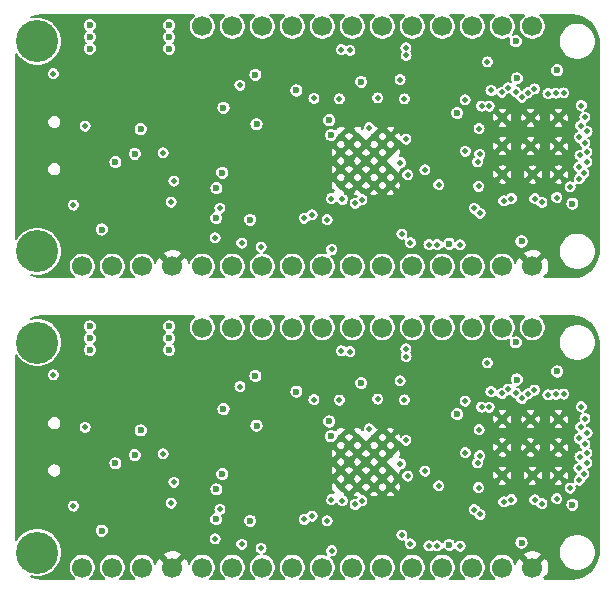
<source format=gbr>
G04 #@! TF.GenerationSoftware,KiCad,Pcbnew,(5.1.2)-1*
G04 #@! TF.CreationDate,2019-08-08T11:50:39+10:00*
G04 #@! TF.ProjectId,output.panel,6f757470-7574-42e7-9061-6e656c2e6b69,rev?*
G04 #@! TF.SameCoordinates,Original*
G04 #@! TF.FileFunction,Copper,L2,Inr*
G04 #@! TF.FilePolarity,Positive*
%FSLAX46Y46*%
G04 Gerber Fmt 4.6, Leading zero omitted, Abs format (unit mm)*
G04 Created by KiCad (PCBNEW (5.1.2)-1) date 2019-08-08 11:50:39*
%MOMM*%
%LPD*%
G04 APERTURE LIST*
%ADD10C,3.556000*%
%ADD11C,1.700000*%
%ADD12C,0.500000*%
%ADD13C,0.600000*%
%ADD14C,0.150000*%
%ADD15C,0.200000*%
G04 APERTURE END LIST*
D10*
X28930000Y-68245001D03*
X28930000Y-50465001D03*
D11*
X70840000Y-49195001D03*
X68300000Y-49195001D03*
X65760000Y-49195001D03*
X63220000Y-49195001D03*
X60680000Y-49195001D03*
X58140000Y-49195001D03*
X55600000Y-49195001D03*
X53060000Y-49195001D03*
X50520000Y-49195001D03*
X47980000Y-49195001D03*
X45440000Y-49195001D03*
X42900000Y-49195001D03*
X70840000Y-69515001D03*
X32740000Y-69515001D03*
X68300000Y-69515001D03*
X65760000Y-69515001D03*
X63220000Y-69515001D03*
X60680000Y-69515001D03*
X58140000Y-69515001D03*
X55600000Y-69515001D03*
X53060000Y-69515001D03*
X50520000Y-69515001D03*
X47980000Y-69515001D03*
X45440000Y-69515001D03*
X42900000Y-69515001D03*
X40360000Y-69515001D03*
X37820000Y-69515001D03*
X35280000Y-69515001D03*
D12*
X54650000Y-58500000D03*
X56050000Y-58500000D03*
X57450000Y-58500000D03*
X58850000Y-58500000D03*
X54650000Y-59900000D03*
X56050000Y-59900000D03*
X57450000Y-59900000D03*
X58850000Y-59900000D03*
X54650000Y-61300000D03*
X56050000Y-61300000D03*
X57450000Y-61300000D03*
X58850000Y-61300000D03*
X54650000Y-62700000D03*
X56050000Y-62700000D03*
X57450000Y-62700000D03*
X58850000Y-62700000D03*
X73100000Y-59350000D03*
X70700000Y-56950000D03*
X68300000Y-61750000D03*
X73100000Y-56950000D03*
X68300000Y-59350000D03*
X70700000Y-59350000D03*
X68300000Y-56950000D03*
X73100000Y-61750000D03*
X70900000Y-61750000D03*
D11*
X35280000Y-44015001D03*
X37820000Y-44015001D03*
X40360000Y-44015001D03*
X42900000Y-44015001D03*
X45440000Y-44015001D03*
X47980000Y-44015001D03*
X50520000Y-44015001D03*
X53060000Y-44015001D03*
X55600000Y-44015001D03*
X58140000Y-44015001D03*
X60680000Y-44015001D03*
X63220000Y-44015001D03*
X65760000Y-44015001D03*
X68300000Y-44015001D03*
X32740000Y-44015001D03*
X70840000Y-44015001D03*
X42900000Y-23695001D03*
X45440000Y-23695001D03*
X47980000Y-23695001D03*
X50520000Y-23695001D03*
X53060000Y-23695001D03*
X55600000Y-23695001D03*
X58140000Y-23695001D03*
X60680000Y-23695001D03*
X63220000Y-23695001D03*
X65760000Y-23695001D03*
X68300000Y-23695001D03*
X70840000Y-23695001D03*
D10*
X28930000Y-24965001D03*
X28930000Y-42745001D03*
D12*
X70900000Y-36250000D03*
X73100000Y-36250000D03*
X68300000Y-31450000D03*
X70700000Y-33850000D03*
X68300000Y-33850000D03*
X73100000Y-31450000D03*
X68300000Y-36250000D03*
X70700000Y-31450000D03*
X73100000Y-33850000D03*
X58850000Y-37200000D03*
X57450000Y-37200000D03*
X56050000Y-37200000D03*
X54650000Y-37200000D03*
X58850000Y-35800000D03*
X57450000Y-35800000D03*
X56050000Y-35800000D03*
X54650000Y-35800000D03*
X58850000Y-34400000D03*
X57450000Y-34400000D03*
X56050000Y-34400000D03*
X54650000Y-34400000D03*
X58850000Y-33000000D03*
X57450000Y-33000000D03*
X56050000Y-33000000D03*
X54650000Y-33000000D03*
D13*
X33400000Y-25600000D03*
X33400000Y-24600000D03*
X33400000Y-23600000D03*
X40100000Y-23600000D03*
X40100000Y-25600000D03*
X40100000Y-24600000D03*
X33400000Y-50100000D03*
X33400000Y-49100000D03*
X40100000Y-49100000D03*
X40100000Y-51100000D03*
X33400000Y-51100000D03*
X40100000Y-50100000D03*
X44100000Y-37400000D03*
X47500000Y-32000000D03*
X44100000Y-62900000D03*
X47500000Y-57500000D03*
X37200000Y-34500000D03*
X37700000Y-32400000D03*
X37200000Y-60000000D03*
X37700000Y-57900000D03*
X50875000Y-29125000D03*
X56350000Y-28400000D03*
X46950000Y-40074990D03*
X44599998Y-36100000D03*
X44075736Y-39925728D03*
X64480630Y-31034596D03*
D12*
X60025895Y-29830530D03*
X62925021Y-37102068D03*
X59801946Y-41280808D03*
D13*
X72950000Y-27418396D03*
D12*
X30302519Y-27708305D03*
D13*
X63800000Y-42100000D03*
X69450000Y-24949956D03*
X74245509Y-38706056D03*
D12*
X54684485Y-25666596D03*
D13*
X34400000Y-40900000D03*
X50875000Y-54625000D03*
X56350000Y-53900000D03*
X46950000Y-65574990D03*
X44075736Y-65425728D03*
X64480630Y-56534596D03*
D12*
X60025895Y-55330530D03*
D13*
X44599998Y-61600000D03*
D12*
X62925021Y-62602068D03*
X59801946Y-66780808D03*
D13*
X72950000Y-52918396D03*
D12*
X30302519Y-53208305D03*
D13*
X63800000Y-67600000D03*
X34400000Y-66400000D03*
D12*
X54684485Y-51166596D03*
D13*
X69450000Y-50449956D03*
X74245509Y-64206056D03*
X44700000Y-30600000D03*
X35550000Y-35200000D03*
X35550000Y-60700000D03*
X44700000Y-56100000D03*
X47400000Y-27800000D03*
X69937746Y-41909958D03*
X69549996Y-28100000D03*
X47400000Y-53300000D03*
X69937746Y-67409958D03*
X69549996Y-53600000D03*
X53650000Y-31650000D03*
X53800000Y-32900000D03*
X53650000Y-57150000D03*
X53800000Y-58400000D03*
D12*
X33000000Y-32150000D03*
X32000000Y-38824980D03*
X32000000Y-64324980D03*
X33000000Y-57650000D03*
X55858147Y-38678318D03*
X44000000Y-41600000D03*
X60521767Y-42006467D03*
X70463062Y-29303891D03*
X70463062Y-54803891D03*
X60521767Y-67506467D03*
X44000000Y-67100000D03*
X55858147Y-64178318D03*
X40500000Y-36800000D03*
X40275000Y-38575000D03*
X39600000Y-34400000D03*
X40275000Y-64075000D03*
X40500000Y-62300000D03*
X39600000Y-59900000D03*
X56425734Y-38361520D03*
X60150000Y-33250000D03*
X59689123Y-35239111D03*
X44400000Y-39100000D03*
X69950010Y-29703007D03*
X44400000Y-64600000D03*
X59689123Y-60739111D03*
X69950010Y-55203007D03*
X56425734Y-63861520D03*
X60150000Y-58750000D03*
X51550000Y-39950000D03*
X74884037Y-34625010D03*
X51550000Y-65450000D03*
X74884037Y-60125010D03*
X52350000Y-29800000D03*
X54515373Y-29834627D03*
X52350000Y-55300000D03*
X54515373Y-55334627D03*
X53471075Y-40067111D03*
X66400471Y-34542682D03*
X53471075Y-65567111D03*
X66400471Y-60042682D03*
X52206783Y-39664984D03*
X66551650Y-30445117D03*
X52206783Y-65164984D03*
X66551650Y-55945117D03*
X57049998Y-32275010D03*
X65174990Y-34285883D03*
X72909936Y-38189519D03*
X65174990Y-59785883D03*
X72909936Y-63689519D03*
X57049998Y-57775010D03*
X63550000Y-29000000D03*
X63575000Y-25500000D03*
X30500000Y-30700000D03*
X28250000Y-29850000D03*
X28250000Y-32650000D03*
X28250000Y-34950000D03*
X28200000Y-37750000D03*
X30500000Y-36950000D03*
X47750000Y-33000000D03*
D13*
X47750000Y-36100000D03*
D12*
X53112528Y-36299990D03*
X53062528Y-37400010D03*
X53200000Y-35599994D03*
D13*
X38900000Y-36000000D03*
D12*
X37650000Y-41400000D03*
D13*
X32000000Y-35100000D03*
D12*
X48500000Y-40100000D03*
D13*
X42350000Y-36949980D03*
D12*
X41000000Y-39950000D03*
D13*
X41650000Y-30500000D03*
X44800000Y-33100000D03*
X45700000Y-33050000D03*
D12*
X51525000Y-25400000D03*
X52862524Y-27779741D03*
X62875000Y-31625000D03*
X75580214Y-27959153D03*
X53204173Y-38098977D03*
X57099727Y-38374913D03*
X37000000Y-23500000D03*
X37000000Y-26000000D03*
X31500000Y-23500000D03*
X31500000Y-26000000D03*
X34000000Y-28500000D03*
X40500000Y-28500000D03*
X53100000Y-33400000D03*
X61900000Y-31844496D03*
X60434249Y-28834906D03*
X63698848Y-35075010D03*
X60450000Y-37749923D03*
X62875021Y-37800291D03*
X56800000Y-42100000D03*
X50820287Y-39307946D03*
X44650000Y-25650000D03*
X59449410Y-31480552D03*
X51546016Y-31475010D03*
X47400000Y-30800000D03*
X48724977Y-25594033D03*
X70596716Y-25727113D03*
X68900000Y-27000000D03*
X65500000Y-36100000D03*
X67386077Y-39004197D03*
X75900000Y-39500006D03*
X71400018Y-41700000D03*
D13*
X58552412Y-29099953D03*
D12*
X35700000Y-32400000D03*
X37000000Y-51500000D03*
X51525000Y-50900000D03*
X31500000Y-49000000D03*
D13*
X58552412Y-54599953D03*
D12*
X62875021Y-63300291D03*
X60434249Y-54334906D03*
X34000000Y-54000000D03*
X60450000Y-63249923D03*
X31500000Y-51500000D03*
D13*
X44800000Y-58600000D03*
X38900000Y-61500000D03*
D12*
X44650000Y-51150000D03*
X51546016Y-56975010D03*
D13*
X32000000Y-60600000D03*
D12*
X48500000Y-65600000D03*
X41000000Y-65450000D03*
X48724977Y-51094033D03*
X53100000Y-58900000D03*
X62875000Y-57125000D03*
X68900000Y-52500000D03*
X67386077Y-64504197D03*
X37650000Y-66900000D03*
X52862524Y-53279741D03*
X75580214Y-53459153D03*
X56800000Y-67600000D03*
X40500000Y-54000000D03*
X75900000Y-65000006D03*
X37000000Y-49000000D03*
X50820287Y-64807946D03*
X47400000Y-56300000D03*
X59449410Y-56980552D03*
D13*
X41650000Y-56000000D03*
D12*
X63698848Y-60575010D03*
X35700000Y-57900000D03*
D13*
X42350000Y-62449980D03*
D12*
X71400018Y-67200000D03*
X53204173Y-63598977D03*
X57099727Y-63874913D03*
X61900000Y-57344496D03*
X65500000Y-61600000D03*
X70596716Y-51227113D03*
D13*
X45700000Y-58550000D03*
D12*
X47750000Y-58500000D03*
D13*
X47750000Y-61600000D03*
D12*
X63550000Y-54500000D03*
X53112528Y-61799990D03*
X53062528Y-62900010D03*
X53200000Y-61099994D03*
X63575000Y-51000000D03*
X28250000Y-60450000D03*
X30500000Y-56200000D03*
X28250000Y-55350000D03*
X28250000Y-58150000D03*
X28200000Y-63250000D03*
X30500000Y-62450000D03*
X75300000Y-31399982D03*
X46093406Y-28693406D03*
X46093406Y-54193406D03*
X75300000Y-56899982D03*
X60171331Y-26158481D03*
X67049994Y-26700000D03*
X67049994Y-52200000D03*
X60171331Y-51658481D03*
X75474979Y-34350000D03*
X75474979Y-59850000D03*
X74950000Y-32100000D03*
X74950000Y-57600000D03*
X75500000Y-32600000D03*
X75500000Y-58100000D03*
X67201653Y-30448406D03*
X67201653Y-55948406D03*
X65939844Y-39109127D03*
X65939844Y-64609127D03*
X66439487Y-39524891D03*
X66439487Y-65024891D03*
X68428604Y-38467442D03*
X68428604Y-63967442D03*
X69084987Y-38276574D03*
X69084987Y-63776574D03*
X74059720Y-37297565D03*
X74059720Y-62797565D03*
X71050010Y-38291623D03*
X71050010Y-63791623D03*
X71650000Y-38599968D03*
X71650000Y-64099968D03*
X74834585Y-36620035D03*
X74834585Y-62120035D03*
X75225867Y-36100984D03*
X75225867Y-61600984D03*
X75300000Y-33600000D03*
X75300000Y-59100000D03*
X74843941Y-33092426D03*
X74843941Y-58592426D03*
X67350000Y-29124979D03*
X67350000Y-54624979D03*
X68257533Y-29279990D03*
X68257533Y-54779990D03*
X68790121Y-28907345D03*
X68790121Y-54407345D03*
X69440160Y-29239501D03*
X69440160Y-54739501D03*
X71034491Y-28994079D03*
X71034491Y-54494079D03*
X72168470Y-29389858D03*
X72168470Y-54889858D03*
X72833643Y-29359020D03*
X72833643Y-54859020D03*
X73499990Y-29338776D03*
X73499990Y-54838776D03*
X75000000Y-30400000D03*
X75000000Y-55900000D03*
X64750000Y-42200000D03*
X74793418Y-35615698D03*
X64750000Y-67700000D03*
X74793418Y-61115698D03*
X53860122Y-42588356D03*
X75474979Y-35158470D03*
X53860122Y-68088356D03*
X75474979Y-60658470D03*
X61760348Y-35852825D03*
X66211846Y-35164723D03*
X61760348Y-61352825D03*
X66211846Y-60664723D03*
X60300000Y-36275000D03*
X66300000Y-37250000D03*
X60300000Y-61775000D03*
X66300000Y-62750000D03*
X62800000Y-42174990D03*
X47900000Y-42400000D03*
X62800000Y-67674990D03*
X47900000Y-67900000D03*
X62102628Y-42174990D03*
X46250000Y-42050000D03*
X62102628Y-67674990D03*
X46250000Y-67550000D03*
X54780012Y-38350022D03*
X60139521Y-25509248D03*
X66358783Y-32349978D03*
X55399946Y-25734604D03*
X66358783Y-57849978D03*
X54780012Y-63850022D03*
X55399946Y-51234604D03*
X60139521Y-51009248D03*
X59670251Y-28205620D03*
X53829903Y-38274979D03*
X65155963Y-29928664D03*
X57750000Y-29750000D03*
X65155963Y-55428664D03*
X53829903Y-63774979D03*
X57750000Y-55250000D03*
X59670251Y-53705620D03*
D14*
X65800000Y-44050000D02*
X66100000Y-44050000D01*
X65800000Y-69550000D02*
X66100000Y-69550000D01*
D15*
G36*
X42166918Y-22801738D02*
G01*
X42006737Y-22961919D01*
X41880884Y-23150272D01*
X41794194Y-23359558D01*
X41750000Y-23581736D01*
X41750000Y-23808266D01*
X41794194Y-24030444D01*
X41880884Y-24239730D01*
X42006737Y-24428083D01*
X42166918Y-24588264D01*
X42355271Y-24714117D01*
X42564557Y-24800807D01*
X42786735Y-24845001D01*
X43013265Y-24845001D01*
X43235443Y-24800807D01*
X43444729Y-24714117D01*
X43633082Y-24588264D01*
X43793263Y-24428083D01*
X43919116Y-24239730D01*
X44005806Y-24030444D01*
X44050000Y-23808266D01*
X44050000Y-23581736D01*
X44005806Y-23359558D01*
X43919116Y-23150272D01*
X43793263Y-22961919D01*
X43633082Y-22801738D01*
X43555652Y-22750001D01*
X44784348Y-22750001D01*
X44706918Y-22801738D01*
X44546737Y-22961919D01*
X44420884Y-23150272D01*
X44334194Y-23359558D01*
X44290000Y-23581736D01*
X44290000Y-23808266D01*
X44334194Y-24030444D01*
X44420884Y-24239730D01*
X44546737Y-24428083D01*
X44706918Y-24588264D01*
X44895271Y-24714117D01*
X45104557Y-24800807D01*
X45326735Y-24845001D01*
X45553265Y-24845001D01*
X45775443Y-24800807D01*
X45984729Y-24714117D01*
X46173082Y-24588264D01*
X46333263Y-24428083D01*
X46459116Y-24239730D01*
X46545806Y-24030444D01*
X46590000Y-23808266D01*
X46590000Y-23581736D01*
X46545806Y-23359558D01*
X46459116Y-23150272D01*
X46333263Y-22961919D01*
X46173082Y-22801738D01*
X46095652Y-22750001D01*
X47324348Y-22750001D01*
X47246918Y-22801738D01*
X47086737Y-22961919D01*
X46960884Y-23150272D01*
X46874194Y-23359558D01*
X46830000Y-23581736D01*
X46830000Y-23808266D01*
X46874194Y-24030444D01*
X46960884Y-24239730D01*
X47086737Y-24428083D01*
X47246918Y-24588264D01*
X47435271Y-24714117D01*
X47644557Y-24800807D01*
X47866735Y-24845001D01*
X48093265Y-24845001D01*
X48315443Y-24800807D01*
X48524729Y-24714117D01*
X48713082Y-24588264D01*
X48873263Y-24428083D01*
X48999116Y-24239730D01*
X49085806Y-24030444D01*
X49130000Y-23808266D01*
X49130000Y-23581736D01*
X49085806Y-23359558D01*
X48999116Y-23150272D01*
X48873263Y-22961919D01*
X48713082Y-22801738D01*
X48635652Y-22750001D01*
X49864348Y-22750001D01*
X49786918Y-22801738D01*
X49626737Y-22961919D01*
X49500884Y-23150272D01*
X49414194Y-23359558D01*
X49370000Y-23581736D01*
X49370000Y-23808266D01*
X49414194Y-24030444D01*
X49500884Y-24239730D01*
X49626737Y-24428083D01*
X49786918Y-24588264D01*
X49975271Y-24714117D01*
X50184557Y-24800807D01*
X50406735Y-24845001D01*
X50633265Y-24845001D01*
X50855443Y-24800807D01*
X51064729Y-24714117D01*
X51253082Y-24588264D01*
X51413263Y-24428083D01*
X51539116Y-24239730D01*
X51625806Y-24030444D01*
X51670000Y-23808266D01*
X51670000Y-23581736D01*
X51625806Y-23359558D01*
X51539116Y-23150272D01*
X51413263Y-22961919D01*
X51253082Y-22801738D01*
X51175652Y-22750001D01*
X52404348Y-22750001D01*
X52326918Y-22801738D01*
X52166737Y-22961919D01*
X52040884Y-23150272D01*
X51954194Y-23359558D01*
X51910000Y-23581736D01*
X51910000Y-23808266D01*
X51954194Y-24030444D01*
X52040884Y-24239730D01*
X52166737Y-24428083D01*
X52326918Y-24588264D01*
X52515271Y-24714117D01*
X52724557Y-24800807D01*
X52946735Y-24845001D01*
X53173265Y-24845001D01*
X53395443Y-24800807D01*
X53604729Y-24714117D01*
X53793082Y-24588264D01*
X53953263Y-24428083D01*
X54079116Y-24239730D01*
X54165806Y-24030444D01*
X54210000Y-23808266D01*
X54210000Y-23581736D01*
X54165806Y-23359558D01*
X54079116Y-23150272D01*
X53953263Y-22961919D01*
X53793082Y-22801738D01*
X53715652Y-22750001D01*
X54944348Y-22750001D01*
X54866918Y-22801738D01*
X54706737Y-22961919D01*
X54580884Y-23150272D01*
X54494194Y-23359558D01*
X54450000Y-23581736D01*
X54450000Y-23808266D01*
X54494194Y-24030444D01*
X54580884Y-24239730D01*
X54706737Y-24428083D01*
X54866918Y-24588264D01*
X55055271Y-24714117D01*
X55264557Y-24800807D01*
X55486735Y-24845001D01*
X55713265Y-24845001D01*
X55935443Y-24800807D01*
X56144729Y-24714117D01*
X56333082Y-24588264D01*
X56493263Y-24428083D01*
X56619116Y-24239730D01*
X56705806Y-24030444D01*
X56750000Y-23808266D01*
X56750000Y-23581736D01*
X56705806Y-23359558D01*
X56619116Y-23150272D01*
X56493263Y-22961919D01*
X56333082Y-22801738D01*
X56255652Y-22750001D01*
X57484348Y-22750001D01*
X57406918Y-22801738D01*
X57246737Y-22961919D01*
X57120884Y-23150272D01*
X57034194Y-23359558D01*
X56990000Y-23581736D01*
X56990000Y-23808266D01*
X57034194Y-24030444D01*
X57120884Y-24239730D01*
X57246737Y-24428083D01*
X57406918Y-24588264D01*
X57595271Y-24714117D01*
X57804557Y-24800807D01*
X58026735Y-24845001D01*
X58253265Y-24845001D01*
X58475443Y-24800807D01*
X58684729Y-24714117D01*
X58873082Y-24588264D01*
X59033263Y-24428083D01*
X59159116Y-24239730D01*
X59245806Y-24030444D01*
X59290000Y-23808266D01*
X59290000Y-23581736D01*
X59245806Y-23359558D01*
X59159116Y-23150272D01*
X59033263Y-22961919D01*
X58873082Y-22801738D01*
X58795652Y-22750001D01*
X60024348Y-22750001D01*
X59946918Y-22801738D01*
X59786737Y-22961919D01*
X59660884Y-23150272D01*
X59574194Y-23359558D01*
X59530000Y-23581736D01*
X59530000Y-23808266D01*
X59574194Y-24030444D01*
X59660884Y-24239730D01*
X59786737Y-24428083D01*
X59946918Y-24588264D01*
X60135271Y-24714117D01*
X60344557Y-24800807D01*
X60566735Y-24845001D01*
X60793265Y-24845001D01*
X61015443Y-24800807D01*
X61224729Y-24714117D01*
X61413082Y-24588264D01*
X61573263Y-24428083D01*
X61699116Y-24239730D01*
X61785806Y-24030444D01*
X61830000Y-23808266D01*
X61830000Y-23581736D01*
X61785806Y-23359558D01*
X61699116Y-23150272D01*
X61573263Y-22961919D01*
X61413082Y-22801738D01*
X61335652Y-22750001D01*
X62564348Y-22750001D01*
X62486918Y-22801738D01*
X62326737Y-22961919D01*
X62200884Y-23150272D01*
X62114194Y-23359558D01*
X62070000Y-23581736D01*
X62070000Y-23808266D01*
X62114194Y-24030444D01*
X62200884Y-24239730D01*
X62326737Y-24428083D01*
X62486918Y-24588264D01*
X62675271Y-24714117D01*
X62884557Y-24800807D01*
X63106735Y-24845001D01*
X63333265Y-24845001D01*
X63555443Y-24800807D01*
X63764729Y-24714117D01*
X63953082Y-24588264D01*
X64113263Y-24428083D01*
X64239116Y-24239730D01*
X64325806Y-24030444D01*
X64370000Y-23808266D01*
X64370000Y-23581736D01*
X64325806Y-23359558D01*
X64239116Y-23150272D01*
X64113263Y-22961919D01*
X63953082Y-22801738D01*
X63875652Y-22750001D01*
X65104348Y-22750001D01*
X65026918Y-22801738D01*
X64866737Y-22961919D01*
X64740884Y-23150272D01*
X64654194Y-23359558D01*
X64610000Y-23581736D01*
X64610000Y-23808266D01*
X64654194Y-24030444D01*
X64740884Y-24239730D01*
X64866737Y-24428083D01*
X65026918Y-24588264D01*
X65215271Y-24714117D01*
X65424557Y-24800807D01*
X65646735Y-24845001D01*
X65873265Y-24845001D01*
X66095443Y-24800807D01*
X66304729Y-24714117D01*
X66493082Y-24588264D01*
X66653263Y-24428083D01*
X66779116Y-24239730D01*
X66865806Y-24030444D01*
X66910000Y-23808266D01*
X66910000Y-23581736D01*
X66865806Y-23359558D01*
X66779116Y-23150272D01*
X66653263Y-22961919D01*
X66493082Y-22801738D01*
X66415652Y-22750001D01*
X67644348Y-22750001D01*
X67566918Y-22801738D01*
X67406737Y-22961919D01*
X67280884Y-23150272D01*
X67194194Y-23359558D01*
X67150000Y-23581736D01*
X67150000Y-23808266D01*
X67194194Y-24030444D01*
X67280884Y-24239730D01*
X67406737Y-24428083D01*
X67566918Y-24588264D01*
X67755271Y-24714117D01*
X67964557Y-24800807D01*
X68186735Y-24845001D01*
X68413265Y-24845001D01*
X68635443Y-24800807D01*
X68844729Y-24714117D01*
X68919231Y-24664337D01*
X68918287Y-24665749D01*
X68873058Y-24774942D01*
X68850000Y-24890861D01*
X68850000Y-25009051D01*
X68873058Y-25124970D01*
X68918287Y-25234163D01*
X68983950Y-25332434D01*
X69067522Y-25416006D01*
X69165793Y-25481669D01*
X69274986Y-25526898D01*
X69390905Y-25549956D01*
X69509095Y-25549956D01*
X69625014Y-25526898D01*
X69734207Y-25481669D01*
X69832478Y-25416006D01*
X69916050Y-25332434D01*
X69981713Y-25234163D01*
X70026942Y-25124970D01*
X70050000Y-25009051D01*
X70050000Y-24890861D01*
X70026942Y-24774942D01*
X69981713Y-24665749D01*
X69916050Y-24567478D01*
X69832478Y-24483906D01*
X69734207Y-24418243D01*
X69625014Y-24373014D01*
X69509095Y-24349956D01*
X69390905Y-24349956D01*
X69274986Y-24373014D01*
X69212866Y-24398745D01*
X69319116Y-24239730D01*
X69405806Y-24030444D01*
X69450000Y-23808266D01*
X69450000Y-23581736D01*
X69405806Y-23359558D01*
X69319116Y-23150272D01*
X69193263Y-22961919D01*
X69033082Y-22801738D01*
X68955652Y-22750001D01*
X70184348Y-22750001D01*
X70106918Y-22801738D01*
X69946737Y-22961919D01*
X69820884Y-23150272D01*
X69734194Y-23359558D01*
X69690000Y-23581736D01*
X69690000Y-23808266D01*
X69734194Y-24030444D01*
X69820884Y-24239730D01*
X69946737Y-24428083D01*
X70106918Y-24588264D01*
X70295271Y-24714117D01*
X70504557Y-24800807D01*
X70726735Y-24845001D01*
X70953265Y-24845001D01*
X71127371Y-24810369D01*
X73080000Y-24810369D01*
X73080000Y-25119633D01*
X73140334Y-25422953D01*
X73258684Y-25708675D01*
X73430501Y-25965818D01*
X73649183Y-26184500D01*
X73906326Y-26356317D01*
X74192048Y-26474667D01*
X74495368Y-26535001D01*
X74804632Y-26535001D01*
X75107952Y-26474667D01*
X75393674Y-26356317D01*
X75650817Y-26184500D01*
X75869499Y-25965818D01*
X76041316Y-25708675D01*
X76159666Y-25422953D01*
X76220000Y-25119633D01*
X76220000Y-24810369D01*
X76159666Y-24507049D01*
X76041316Y-24221327D01*
X75869499Y-23964184D01*
X75650817Y-23745502D01*
X75393674Y-23573685D01*
X75107952Y-23455335D01*
X74804632Y-23395001D01*
X74495368Y-23395001D01*
X74192048Y-23455335D01*
X73906326Y-23573685D01*
X73649183Y-23745502D01*
X73430501Y-23964184D01*
X73258684Y-24221327D01*
X73140334Y-24507049D01*
X73080000Y-24810369D01*
X71127371Y-24810369D01*
X71175443Y-24800807D01*
X71384729Y-24714117D01*
X71573082Y-24588264D01*
X71733263Y-24428083D01*
X71859116Y-24239730D01*
X71945806Y-24030444D01*
X71990000Y-23808266D01*
X71990000Y-23581736D01*
X71945806Y-23359558D01*
X71859116Y-23150272D01*
X71733263Y-22961919D01*
X71573082Y-22801738D01*
X71495652Y-22750001D01*
X74227703Y-22750001D01*
X74673526Y-22793714D01*
X75087078Y-22918573D01*
X75468500Y-23121379D01*
X75803267Y-23394407D01*
X76078624Y-23727257D01*
X76284091Y-24107261D01*
X76411832Y-24519924D01*
X76458598Y-24964872D01*
X76458601Y-24965726D01*
X76458133Y-42774728D01*
X76406234Y-43216529D01*
X76273458Y-43627611D01*
X76063368Y-44005068D01*
X75783961Y-44334532D01*
X75445884Y-44603451D01*
X75062009Y-44801583D01*
X74646007Y-44921656D01*
X74228696Y-44960001D01*
X71966216Y-44960001D01*
X71984504Y-44941713D01*
X71870959Y-44828168D01*
X72109207Y-44746780D01*
X72227583Y-44485110D01*
X72292634Y-44205373D01*
X72301862Y-43918320D01*
X72254911Y-43634983D01*
X72153587Y-43366249D01*
X72109207Y-43283222D01*
X71870957Y-43201833D01*
X71057789Y-44015001D01*
X71071931Y-44029143D01*
X70854142Y-44246932D01*
X70840000Y-44232790D01*
X70825858Y-44246932D01*
X70608069Y-44029143D01*
X70622211Y-44015001D01*
X69809043Y-43201833D01*
X69570793Y-43283222D01*
X69452417Y-43544892D01*
X69412858Y-43715008D01*
X69405806Y-43679558D01*
X69319116Y-43470272D01*
X69193263Y-43281919D01*
X69033082Y-43121738D01*
X68844729Y-42995885D01*
X68816143Y-42984044D01*
X70026832Y-42984044D01*
X70840000Y-43797212D01*
X71653168Y-42984044D01*
X71571779Y-42745794D01*
X71310109Y-42627418D01*
X71150789Y-42590369D01*
X73080000Y-42590369D01*
X73080000Y-42899633D01*
X73140334Y-43202953D01*
X73258684Y-43488675D01*
X73430501Y-43745818D01*
X73649183Y-43964500D01*
X73906326Y-44136317D01*
X74192048Y-44254667D01*
X74495368Y-44315001D01*
X74804632Y-44315001D01*
X75107952Y-44254667D01*
X75393674Y-44136317D01*
X75650817Y-43964500D01*
X75869499Y-43745818D01*
X76041316Y-43488675D01*
X76159666Y-43202953D01*
X76220000Y-42899633D01*
X76220000Y-42590369D01*
X76159666Y-42287049D01*
X76041316Y-42001327D01*
X75869499Y-41744184D01*
X75650817Y-41525502D01*
X75393674Y-41353685D01*
X75107952Y-41235335D01*
X74804632Y-41175001D01*
X74495368Y-41175001D01*
X74192048Y-41235335D01*
X73906326Y-41353685D01*
X73649183Y-41525502D01*
X73430501Y-41744184D01*
X73258684Y-42001327D01*
X73140334Y-42287049D01*
X73080000Y-42590369D01*
X71150789Y-42590369D01*
X71030372Y-42562367D01*
X70743319Y-42553139D01*
X70459982Y-42600090D01*
X70191248Y-42701414D01*
X70108221Y-42745794D01*
X70026832Y-42984044D01*
X68816143Y-42984044D01*
X68635443Y-42909195D01*
X68413265Y-42865001D01*
X68186735Y-42865001D01*
X67964557Y-42909195D01*
X67755271Y-42995885D01*
X67566918Y-43121738D01*
X67406737Y-43281919D01*
X67280884Y-43470272D01*
X67194194Y-43679558D01*
X67150000Y-43901736D01*
X67150000Y-44128266D01*
X67194194Y-44350444D01*
X67280884Y-44559730D01*
X67406737Y-44748083D01*
X67566918Y-44908264D01*
X67644348Y-44960001D01*
X66415652Y-44960001D01*
X66493082Y-44908264D01*
X66653263Y-44748083D01*
X66779116Y-44559730D01*
X66865806Y-44350444D01*
X66910000Y-44128266D01*
X66910000Y-43901736D01*
X66865806Y-43679558D01*
X66779116Y-43470272D01*
X66653263Y-43281919D01*
X66493082Y-43121738D01*
X66304729Y-42995885D01*
X66095443Y-42909195D01*
X65873265Y-42865001D01*
X65646735Y-42865001D01*
X65424557Y-42909195D01*
X65215271Y-42995885D01*
X65026918Y-43121738D01*
X64866737Y-43281919D01*
X64740884Y-43470272D01*
X64654194Y-43679558D01*
X64610000Y-43901736D01*
X64610000Y-44128266D01*
X64654194Y-44350444D01*
X64740884Y-44559730D01*
X64866737Y-44748083D01*
X65026918Y-44908264D01*
X65104348Y-44960001D01*
X63875652Y-44960001D01*
X63953082Y-44908264D01*
X64113263Y-44748083D01*
X64239116Y-44559730D01*
X64325806Y-44350444D01*
X64370000Y-44128266D01*
X64370000Y-43901736D01*
X64325806Y-43679558D01*
X64239116Y-43470272D01*
X64113263Y-43281919D01*
X63953082Y-43121738D01*
X63764729Y-42995885D01*
X63555443Y-42909195D01*
X63333265Y-42865001D01*
X63106735Y-42865001D01*
X62884557Y-42909195D01*
X62675271Y-42995885D01*
X62486918Y-43121738D01*
X62326737Y-43281919D01*
X62200884Y-43470272D01*
X62114194Y-43679558D01*
X62070000Y-43901736D01*
X62070000Y-44128266D01*
X62114194Y-44350444D01*
X62200884Y-44559730D01*
X62326737Y-44748083D01*
X62486918Y-44908264D01*
X62564348Y-44960001D01*
X61335652Y-44960001D01*
X61413082Y-44908264D01*
X61573263Y-44748083D01*
X61699116Y-44559730D01*
X61785806Y-44350444D01*
X61830000Y-44128266D01*
X61830000Y-43901736D01*
X61785806Y-43679558D01*
X61699116Y-43470272D01*
X61573263Y-43281919D01*
X61413082Y-43121738D01*
X61224729Y-42995885D01*
X61015443Y-42909195D01*
X60793265Y-42865001D01*
X60566735Y-42865001D01*
X60344557Y-42909195D01*
X60135271Y-42995885D01*
X59946918Y-43121738D01*
X59786737Y-43281919D01*
X59660884Y-43470272D01*
X59574194Y-43679558D01*
X59530000Y-43901736D01*
X59530000Y-44128266D01*
X59574194Y-44350444D01*
X59660884Y-44559730D01*
X59786737Y-44748083D01*
X59946918Y-44908264D01*
X60024348Y-44960001D01*
X58795652Y-44960001D01*
X58873082Y-44908264D01*
X59033263Y-44748083D01*
X59159116Y-44559730D01*
X59245806Y-44350444D01*
X59290000Y-44128266D01*
X59290000Y-43901736D01*
X59245806Y-43679558D01*
X59159116Y-43470272D01*
X59033263Y-43281919D01*
X58873082Y-43121738D01*
X58684729Y-42995885D01*
X58475443Y-42909195D01*
X58253265Y-42865001D01*
X58026735Y-42865001D01*
X57804557Y-42909195D01*
X57595271Y-42995885D01*
X57406918Y-43121738D01*
X57246737Y-43281919D01*
X57120884Y-43470272D01*
X57034194Y-43679558D01*
X56990000Y-43901736D01*
X56990000Y-44128266D01*
X57034194Y-44350444D01*
X57120884Y-44559730D01*
X57246737Y-44748083D01*
X57406918Y-44908264D01*
X57484348Y-44960001D01*
X56255652Y-44960001D01*
X56333082Y-44908264D01*
X56493263Y-44748083D01*
X56619116Y-44559730D01*
X56705806Y-44350444D01*
X56750000Y-44128266D01*
X56750000Y-43901736D01*
X56705806Y-43679558D01*
X56619116Y-43470272D01*
X56493263Y-43281919D01*
X56333082Y-43121738D01*
X56144729Y-42995885D01*
X55935443Y-42909195D01*
X55713265Y-42865001D01*
X55486735Y-42865001D01*
X55264557Y-42909195D01*
X55055271Y-42995885D01*
X54866918Y-43121738D01*
X54706737Y-43281919D01*
X54580884Y-43470272D01*
X54494194Y-43679558D01*
X54450000Y-43901736D01*
X54450000Y-44128266D01*
X54494194Y-44350444D01*
X54580884Y-44559730D01*
X54706737Y-44748083D01*
X54866918Y-44908264D01*
X54944348Y-44960001D01*
X53715652Y-44960001D01*
X53793082Y-44908264D01*
X53953263Y-44748083D01*
X54079116Y-44559730D01*
X54165806Y-44350444D01*
X54210000Y-44128266D01*
X54210000Y-43901736D01*
X54165806Y-43679558D01*
X54079116Y-43470272D01*
X53953263Y-43281919D01*
X53809700Y-43138356D01*
X53914292Y-43138356D01*
X54020551Y-43117220D01*
X54120645Y-43075759D01*
X54210726Y-43015569D01*
X54287335Y-42938960D01*
X54347525Y-42848879D01*
X54388986Y-42748785D01*
X54410122Y-42642526D01*
X54410122Y-42534186D01*
X54388986Y-42427927D01*
X54347525Y-42327833D01*
X54287335Y-42237752D01*
X54210726Y-42161143D01*
X54120645Y-42100953D01*
X54020551Y-42059492D01*
X53914292Y-42038356D01*
X53805952Y-42038356D01*
X53699693Y-42059492D01*
X53599599Y-42100953D01*
X53509518Y-42161143D01*
X53432909Y-42237752D01*
X53372719Y-42327833D01*
X53331258Y-42427927D01*
X53310122Y-42534186D01*
X53310122Y-42642526D01*
X53331258Y-42748785D01*
X53372719Y-42848879D01*
X53419748Y-42919262D01*
X53395443Y-42909195D01*
X53173265Y-42865001D01*
X52946735Y-42865001D01*
X52724557Y-42909195D01*
X52515271Y-42995885D01*
X52326918Y-43121738D01*
X52166737Y-43281919D01*
X52040884Y-43470272D01*
X51954194Y-43679558D01*
X51910000Y-43901736D01*
X51910000Y-44128266D01*
X51954194Y-44350444D01*
X52040884Y-44559730D01*
X52166737Y-44748083D01*
X52326918Y-44908264D01*
X52404348Y-44960001D01*
X51175652Y-44960001D01*
X51253082Y-44908264D01*
X51413263Y-44748083D01*
X51539116Y-44559730D01*
X51625806Y-44350444D01*
X51670000Y-44128266D01*
X51670000Y-43901736D01*
X51625806Y-43679558D01*
X51539116Y-43470272D01*
X51413263Y-43281919D01*
X51253082Y-43121738D01*
X51064729Y-42995885D01*
X50855443Y-42909195D01*
X50633265Y-42865001D01*
X50406735Y-42865001D01*
X50184557Y-42909195D01*
X49975271Y-42995885D01*
X49786918Y-43121738D01*
X49626737Y-43281919D01*
X49500884Y-43470272D01*
X49414194Y-43679558D01*
X49370000Y-43901736D01*
X49370000Y-44128266D01*
X49414194Y-44350444D01*
X49500884Y-44559730D01*
X49626737Y-44748083D01*
X49786918Y-44908264D01*
X49864348Y-44960001D01*
X48635652Y-44960001D01*
X48713082Y-44908264D01*
X48873263Y-44748083D01*
X48999116Y-44559730D01*
X49085806Y-44350444D01*
X49130000Y-44128266D01*
X49130000Y-43901736D01*
X49085806Y-43679558D01*
X48999116Y-43470272D01*
X48873263Y-43281919D01*
X48713082Y-43121738D01*
X48524729Y-42995885D01*
X48315443Y-42909195D01*
X48170930Y-42880449D01*
X48250604Y-42827213D01*
X48327213Y-42750604D01*
X48387403Y-42660523D01*
X48428864Y-42560429D01*
X48450000Y-42454170D01*
X48450000Y-42345830D01*
X48428864Y-42239571D01*
X48387403Y-42139477D01*
X48327213Y-42049396D01*
X48250604Y-41972787D01*
X48160523Y-41912597D01*
X48060429Y-41871136D01*
X47954170Y-41850000D01*
X47845830Y-41850000D01*
X47739571Y-41871136D01*
X47639477Y-41912597D01*
X47549396Y-41972787D01*
X47472787Y-42049396D01*
X47412597Y-42139477D01*
X47371136Y-42239571D01*
X47350000Y-42345830D01*
X47350000Y-42454170D01*
X47371136Y-42560429D01*
X47412597Y-42660523D01*
X47472787Y-42750604D01*
X47549396Y-42827213D01*
X47639477Y-42887403D01*
X47676667Y-42902808D01*
X47644557Y-42909195D01*
X47435271Y-42995885D01*
X47246918Y-43121738D01*
X47086737Y-43281919D01*
X46960884Y-43470272D01*
X46874194Y-43679558D01*
X46830000Y-43901736D01*
X46830000Y-44128266D01*
X46874194Y-44350444D01*
X46960884Y-44559730D01*
X47086737Y-44748083D01*
X47246918Y-44908264D01*
X47324348Y-44960001D01*
X46095652Y-44960001D01*
X46173082Y-44908264D01*
X46333263Y-44748083D01*
X46459116Y-44559730D01*
X46545806Y-44350444D01*
X46590000Y-44128266D01*
X46590000Y-43901736D01*
X46545806Y-43679558D01*
X46459116Y-43470272D01*
X46333263Y-43281919D01*
X46173082Y-43121738D01*
X45984729Y-42995885D01*
X45775443Y-42909195D01*
X45553265Y-42865001D01*
X45326735Y-42865001D01*
X45104557Y-42909195D01*
X44895271Y-42995885D01*
X44706918Y-43121738D01*
X44546737Y-43281919D01*
X44420884Y-43470272D01*
X44334194Y-43679558D01*
X44290000Y-43901736D01*
X44290000Y-44128266D01*
X44334194Y-44350444D01*
X44420884Y-44559730D01*
X44546737Y-44748083D01*
X44706918Y-44908264D01*
X44784348Y-44960001D01*
X43555652Y-44960001D01*
X43633082Y-44908264D01*
X43793263Y-44748083D01*
X43919116Y-44559730D01*
X44005806Y-44350444D01*
X44050000Y-44128266D01*
X44050000Y-43901736D01*
X44005806Y-43679558D01*
X43919116Y-43470272D01*
X43793263Y-43281919D01*
X43633082Y-43121738D01*
X43444729Y-42995885D01*
X43235443Y-42909195D01*
X43013265Y-42865001D01*
X42786735Y-42865001D01*
X42564557Y-42909195D01*
X42355271Y-42995885D01*
X42166918Y-43121738D01*
X42006737Y-43281919D01*
X41880884Y-43470272D01*
X41794194Y-43679558D01*
X41787704Y-43712185D01*
X41774911Y-43634983D01*
X41673587Y-43366249D01*
X41629207Y-43283222D01*
X41390957Y-43201833D01*
X40577789Y-44015001D01*
X40591931Y-44029143D01*
X40374142Y-44246932D01*
X40360000Y-44232790D01*
X40345858Y-44246932D01*
X40128069Y-44029143D01*
X40142211Y-44015001D01*
X39329043Y-43201833D01*
X39090793Y-43283222D01*
X38972417Y-43544892D01*
X38932858Y-43715008D01*
X38925806Y-43679558D01*
X38839116Y-43470272D01*
X38713263Y-43281919D01*
X38553082Y-43121738D01*
X38364729Y-42995885D01*
X38336143Y-42984044D01*
X39546832Y-42984044D01*
X40360000Y-43797212D01*
X41173168Y-42984044D01*
X41091779Y-42745794D01*
X40830109Y-42627418D01*
X40550372Y-42562367D01*
X40263319Y-42553139D01*
X39979982Y-42600090D01*
X39711248Y-42701414D01*
X39628221Y-42745794D01*
X39546832Y-42984044D01*
X38336143Y-42984044D01*
X38155443Y-42909195D01*
X37933265Y-42865001D01*
X37706735Y-42865001D01*
X37484557Y-42909195D01*
X37275271Y-42995885D01*
X37086918Y-43121738D01*
X36926737Y-43281919D01*
X36800884Y-43470272D01*
X36714194Y-43679558D01*
X36670000Y-43901736D01*
X36670000Y-44128266D01*
X36714194Y-44350444D01*
X36800884Y-44559730D01*
X36926737Y-44748083D01*
X37086918Y-44908264D01*
X37164348Y-44960001D01*
X35935652Y-44960001D01*
X36013082Y-44908264D01*
X36173263Y-44748083D01*
X36299116Y-44559730D01*
X36385806Y-44350444D01*
X36430000Y-44128266D01*
X36430000Y-43901736D01*
X36385806Y-43679558D01*
X36299116Y-43470272D01*
X36173263Y-43281919D01*
X36013082Y-43121738D01*
X35824729Y-42995885D01*
X35615443Y-42909195D01*
X35393265Y-42865001D01*
X35166735Y-42865001D01*
X34944557Y-42909195D01*
X34735271Y-42995885D01*
X34546918Y-43121738D01*
X34386737Y-43281919D01*
X34260884Y-43470272D01*
X34174194Y-43679558D01*
X34130000Y-43901736D01*
X34130000Y-44128266D01*
X34174194Y-44350444D01*
X34260884Y-44559730D01*
X34386737Y-44748083D01*
X34546918Y-44908264D01*
X34624348Y-44960001D01*
X33395652Y-44960001D01*
X33473082Y-44908264D01*
X33633263Y-44748083D01*
X33759116Y-44559730D01*
X33845806Y-44350444D01*
X33890000Y-44128266D01*
X33890000Y-43901736D01*
X33845806Y-43679558D01*
X33759116Y-43470272D01*
X33633263Y-43281919D01*
X33473082Y-43121738D01*
X33284729Y-42995885D01*
X33075443Y-42909195D01*
X32853265Y-42865001D01*
X32626735Y-42865001D01*
X32404557Y-42909195D01*
X32195271Y-42995885D01*
X32006918Y-43121738D01*
X31846737Y-43281919D01*
X31720884Y-43470272D01*
X31634194Y-43679558D01*
X31590000Y-43901736D01*
X31590000Y-44128266D01*
X31634194Y-44350444D01*
X31720884Y-44559730D01*
X31846737Y-44748083D01*
X32006918Y-44908264D01*
X32084348Y-44960001D01*
X29352297Y-44960001D01*
X28906475Y-44916288D01*
X28492922Y-44791429D01*
X28448877Y-44768010D01*
X28725335Y-44823001D01*
X29134665Y-44823001D01*
X29536130Y-44743145D01*
X29914302Y-44586501D01*
X30254648Y-44359089D01*
X30544088Y-44069649D01*
X30771500Y-43729303D01*
X30928144Y-43351131D01*
X31008000Y-42949666D01*
X31008000Y-42540336D01*
X30928144Y-42138871D01*
X30771500Y-41760699D01*
X30627930Y-41545830D01*
X43450000Y-41545830D01*
X43450000Y-41654170D01*
X43471136Y-41760429D01*
X43512597Y-41860523D01*
X43572787Y-41950604D01*
X43649396Y-42027213D01*
X43739477Y-42087403D01*
X43839571Y-42128864D01*
X43945830Y-42150000D01*
X44054170Y-42150000D01*
X44160429Y-42128864D01*
X44260523Y-42087403D01*
X44350604Y-42027213D01*
X44381987Y-41995830D01*
X45700000Y-41995830D01*
X45700000Y-42104170D01*
X45721136Y-42210429D01*
X45762597Y-42310523D01*
X45822787Y-42400604D01*
X45899396Y-42477213D01*
X45989477Y-42537403D01*
X46089571Y-42578864D01*
X46195830Y-42600000D01*
X46304170Y-42600000D01*
X46410429Y-42578864D01*
X46510523Y-42537403D01*
X46600604Y-42477213D01*
X46677213Y-42400604D01*
X46737403Y-42310523D01*
X46778864Y-42210429D01*
X46800000Y-42104170D01*
X46800000Y-41995830D01*
X46778864Y-41889571D01*
X46737403Y-41789477D01*
X46677213Y-41699396D01*
X46600604Y-41622787D01*
X46510523Y-41562597D01*
X46410429Y-41521136D01*
X46304170Y-41500000D01*
X46195830Y-41500000D01*
X46089571Y-41521136D01*
X45989477Y-41562597D01*
X45899396Y-41622787D01*
X45822787Y-41699396D01*
X45762597Y-41789477D01*
X45721136Y-41889571D01*
X45700000Y-41995830D01*
X44381987Y-41995830D01*
X44427213Y-41950604D01*
X44487403Y-41860523D01*
X44528864Y-41760429D01*
X44550000Y-41654170D01*
X44550000Y-41545830D01*
X44528864Y-41439571D01*
X44487403Y-41339477D01*
X44427213Y-41249396D01*
X44404455Y-41226638D01*
X59251946Y-41226638D01*
X59251946Y-41334978D01*
X59273082Y-41441237D01*
X59314543Y-41541331D01*
X59374733Y-41631412D01*
X59451342Y-41708021D01*
X59541423Y-41768211D01*
X59641517Y-41809672D01*
X59747776Y-41830808D01*
X59856116Y-41830808D01*
X59962375Y-41809672D01*
X60017409Y-41786876D01*
X59992903Y-41846038D01*
X59971767Y-41952297D01*
X59971767Y-42060637D01*
X59992903Y-42166896D01*
X60034364Y-42266990D01*
X60094554Y-42357071D01*
X60171163Y-42433680D01*
X60261244Y-42493870D01*
X60361338Y-42535331D01*
X60467597Y-42556467D01*
X60575937Y-42556467D01*
X60682196Y-42535331D01*
X60782290Y-42493870D01*
X60872371Y-42433680D01*
X60948980Y-42357071D01*
X61009170Y-42266990D01*
X61050631Y-42166896D01*
X61059795Y-42120820D01*
X61552628Y-42120820D01*
X61552628Y-42229160D01*
X61573764Y-42335419D01*
X61615225Y-42435513D01*
X61675415Y-42525594D01*
X61752024Y-42602203D01*
X61842105Y-42662393D01*
X61942199Y-42703854D01*
X62048458Y-42724990D01*
X62156798Y-42724990D01*
X62263057Y-42703854D01*
X62363151Y-42662393D01*
X62451314Y-42603485D01*
X62539477Y-42662393D01*
X62639571Y-42703854D01*
X62745830Y-42724990D01*
X62854170Y-42724990D01*
X62960429Y-42703854D01*
X63060523Y-42662393D01*
X63150604Y-42602203D01*
X63227213Y-42525594D01*
X63287403Y-42435513D01*
X63293207Y-42421502D01*
X63333950Y-42482478D01*
X63417522Y-42566050D01*
X63515793Y-42631713D01*
X63624986Y-42676942D01*
X63740905Y-42700000D01*
X63859095Y-42700000D01*
X63975014Y-42676942D01*
X64084207Y-42631713D01*
X64182478Y-42566050D01*
X64266050Y-42482478D01*
X64271658Y-42474084D01*
X64322787Y-42550604D01*
X64399396Y-42627213D01*
X64489477Y-42687403D01*
X64589571Y-42728864D01*
X64695830Y-42750000D01*
X64804170Y-42750000D01*
X64910429Y-42728864D01*
X65010523Y-42687403D01*
X65100604Y-42627213D01*
X65177213Y-42550604D01*
X65237403Y-42460523D01*
X65278864Y-42360429D01*
X65300000Y-42254170D01*
X65300000Y-42145830D01*
X65278864Y-42039571D01*
X65237403Y-41939477D01*
X65178194Y-41850863D01*
X69337746Y-41850863D01*
X69337746Y-41969053D01*
X69360804Y-42084972D01*
X69406033Y-42194165D01*
X69471696Y-42292436D01*
X69555268Y-42376008D01*
X69653539Y-42441671D01*
X69762732Y-42486900D01*
X69878651Y-42509958D01*
X69996841Y-42509958D01*
X70112760Y-42486900D01*
X70221953Y-42441671D01*
X70320224Y-42376008D01*
X70403796Y-42292436D01*
X70469459Y-42194165D01*
X70514688Y-42084972D01*
X70537746Y-41969053D01*
X70537746Y-41850863D01*
X70514688Y-41734944D01*
X70469459Y-41625751D01*
X70403796Y-41527480D01*
X70320224Y-41443908D01*
X70221953Y-41378245D01*
X70112760Y-41333016D01*
X69996841Y-41309958D01*
X69878651Y-41309958D01*
X69762732Y-41333016D01*
X69653539Y-41378245D01*
X69555268Y-41443908D01*
X69471696Y-41527480D01*
X69406033Y-41625751D01*
X69360804Y-41734944D01*
X69337746Y-41850863D01*
X65178194Y-41850863D01*
X65177213Y-41849396D01*
X65100604Y-41772787D01*
X65010523Y-41712597D01*
X64910429Y-41671136D01*
X64804170Y-41650000D01*
X64695830Y-41650000D01*
X64589571Y-41671136D01*
X64489477Y-41712597D01*
X64399396Y-41772787D01*
X64338941Y-41833242D01*
X64331713Y-41815793D01*
X64266050Y-41717522D01*
X64182478Y-41633950D01*
X64084207Y-41568287D01*
X63975014Y-41523058D01*
X63859095Y-41500000D01*
X63740905Y-41500000D01*
X63624986Y-41523058D01*
X63515793Y-41568287D01*
X63417522Y-41633950D01*
X63333950Y-41717522D01*
X63268287Y-41815793D01*
X63250371Y-41859045D01*
X63227213Y-41824386D01*
X63150604Y-41747777D01*
X63060523Y-41687587D01*
X62960429Y-41646126D01*
X62854170Y-41624990D01*
X62745830Y-41624990D01*
X62639571Y-41646126D01*
X62539477Y-41687587D01*
X62451314Y-41746495D01*
X62363151Y-41687587D01*
X62263057Y-41646126D01*
X62156798Y-41624990D01*
X62048458Y-41624990D01*
X61942199Y-41646126D01*
X61842105Y-41687587D01*
X61752024Y-41747777D01*
X61675415Y-41824386D01*
X61615225Y-41914467D01*
X61573764Y-42014561D01*
X61552628Y-42120820D01*
X61059795Y-42120820D01*
X61071767Y-42060637D01*
X61071767Y-41952297D01*
X61050631Y-41846038D01*
X61009170Y-41745944D01*
X60948980Y-41655863D01*
X60872371Y-41579254D01*
X60782290Y-41519064D01*
X60682196Y-41477603D01*
X60575937Y-41456467D01*
X60467597Y-41456467D01*
X60361338Y-41477603D01*
X60306304Y-41500399D01*
X60330810Y-41441237D01*
X60351946Y-41334978D01*
X60351946Y-41226638D01*
X60330810Y-41120379D01*
X60289349Y-41020285D01*
X60229159Y-40930204D01*
X60152550Y-40853595D01*
X60062469Y-40793405D01*
X59962375Y-40751944D01*
X59856116Y-40730808D01*
X59747776Y-40730808D01*
X59641517Y-40751944D01*
X59541423Y-40793405D01*
X59451342Y-40853595D01*
X59374733Y-40930204D01*
X59314543Y-41020285D01*
X59273082Y-41120379D01*
X59251946Y-41226638D01*
X44404455Y-41226638D01*
X44350604Y-41172787D01*
X44260523Y-41112597D01*
X44160429Y-41071136D01*
X44054170Y-41050000D01*
X43945830Y-41050000D01*
X43839571Y-41071136D01*
X43739477Y-41112597D01*
X43649396Y-41172787D01*
X43572787Y-41249396D01*
X43512597Y-41339477D01*
X43471136Y-41439571D01*
X43450000Y-41545830D01*
X30627930Y-41545830D01*
X30544088Y-41420353D01*
X30254648Y-41130913D01*
X29914302Y-40903501D01*
X29763182Y-40840905D01*
X33800000Y-40840905D01*
X33800000Y-40959095D01*
X33823058Y-41075014D01*
X33868287Y-41184207D01*
X33933950Y-41282478D01*
X34017522Y-41366050D01*
X34115793Y-41431713D01*
X34224986Y-41476942D01*
X34340905Y-41500000D01*
X34459095Y-41500000D01*
X34575014Y-41476942D01*
X34684207Y-41431713D01*
X34782478Y-41366050D01*
X34866050Y-41282478D01*
X34931713Y-41184207D01*
X34976942Y-41075014D01*
X35000000Y-40959095D01*
X35000000Y-40840905D01*
X34976942Y-40724986D01*
X34931713Y-40615793D01*
X34866050Y-40517522D01*
X34782478Y-40433950D01*
X34684207Y-40368287D01*
X34575014Y-40323058D01*
X34459095Y-40300000D01*
X34340905Y-40300000D01*
X34224986Y-40323058D01*
X34115793Y-40368287D01*
X34017522Y-40433950D01*
X33933950Y-40517522D01*
X33868287Y-40615793D01*
X33823058Y-40724986D01*
X33800000Y-40840905D01*
X29763182Y-40840905D01*
X29536130Y-40746857D01*
X29134665Y-40667001D01*
X28725335Y-40667001D01*
X28323870Y-40746857D01*
X27945698Y-40903501D01*
X27605352Y-41130913D01*
X27315912Y-41420353D01*
X27121400Y-41711461D01*
X27121400Y-39866633D01*
X43475736Y-39866633D01*
X43475736Y-39984823D01*
X43498794Y-40100742D01*
X43544023Y-40209935D01*
X43609686Y-40308206D01*
X43693258Y-40391778D01*
X43791529Y-40457441D01*
X43900722Y-40502670D01*
X44016641Y-40525728D01*
X44134831Y-40525728D01*
X44250750Y-40502670D01*
X44359943Y-40457441D01*
X44458214Y-40391778D01*
X44541786Y-40308206D01*
X44607449Y-40209935D01*
X44652678Y-40100742D01*
X44669555Y-40015895D01*
X46350000Y-40015895D01*
X46350000Y-40134085D01*
X46373058Y-40250004D01*
X46418287Y-40359197D01*
X46483950Y-40457468D01*
X46567522Y-40541040D01*
X46665793Y-40606703D01*
X46774986Y-40651932D01*
X46890905Y-40674990D01*
X47009095Y-40674990D01*
X47125014Y-40651932D01*
X47234207Y-40606703D01*
X47332478Y-40541040D01*
X47416050Y-40457468D01*
X47481713Y-40359197D01*
X47526942Y-40250004D01*
X47550000Y-40134085D01*
X47550000Y-40015895D01*
X47526942Y-39899976D01*
X47525225Y-39895830D01*
X51000000Y-39895830D01*
X51000000Y-40004170D01*
X51021136Y-40110429D01*
X51062597Y-40210523D01*
X51122787Y-40300604D01*
X51199396Y-40377213D01*
X51289477Y-40437403D01*
X51389571Y-40478864D01*
X51495830Y-40500000D01*
X51604170Y-40500000D01*
X51710429Y-40478864D01*
X51810523Y-40437403D01*
X51900604Y-40377213D01*
X51977213Y-40300604D01*
X52037403Y-40210523D01*
X52044609Y-40193125D01*
X52046354Y-40193848D01*
X52152613Y-40214984D01*
X52260953Y-40214984D01*
X52367212Y-40193848D01*
X52467306Y-40152387D01*
X52557387Y-40092197D01*
X52633996Y-40015588D01*
X52635764Y-40012941D01*
X52921075Y-40012941D01*
X52921075Y-40121281D01*
X52942211Y-40227540D01*
X52983672Y-40327634D01*
X53043862Y-40417715D01*
X53120471Y-40494324D01*
X53210552Y-40554514D01*
X53310646Y-40595975D01*
X53416905Y-40617111D01*
X53525245Y-40617111D01*
X53631504Y-40595975D01*
X53731598Y-40554514D01*
X53821679Y-40494324D01*
X53898288Y-40417715D01*
X53958478Y-40327634D01*
X53999939Y-40227540D01*
X54021075Y-40121281D01*
X54021075Y-40012941D01*
X53999939Y-39906682D01*
X53958478Y-39806588D01*
X53898288Y-39716507D01*
X53821679Y-39639898D01*
X53731598Y-39579708D01*
X53631504Y-39538247D01*
X53525245Y-39517111D01*
X53416905Y-39517111D01*
X53310646Y-39538247D01*
X53210552Y-39579708D01*
X53120471Y-39639898D01*
X53043862Y-39716507D01*
X52983672Y-39806588D01*
X52942211Y-39906682D01*
X52921075Y-40012941D01*
X52635764Y-40012941D01*
X52694186Y-39925507D01*
X52735647Y-39825413D01*
X52756783Y-39719154D01*
X52756783Y-39610814D01*
X52735647Y-39504555D01*
X52694186Y-39404461D01*
X52633996Y-39314380D01*
X52557387Y-39237771D01*
X52467306Y-39177581D01*
X52367212Y-39136120D01*
X52260953Y-39114984D01*
X52152613Y-39114984D01*
X52046354Y-39136120D01*
X51946260Y-39177581D01*
X51856179Y-39237771D01*
X51779570Y-39314380D01*
X51719380Y-39404461D01*
X51712174Y-39421859D01*
X51710429Y-39421136D01*
X51604170Y-39400000D01*
X51495830Y-39400000D01*
X51389571Y-39421136D01*
X51289477Y-39462597D01*
X51199396Y-39522787D01*
X51122787Y-39599396D01*
X51062597Y-39689477D01*
X51021136Y-39789571D01*
X51000000Y-39895830D01*
X47525225Y-39895830D01*
X47481713Y-39790783D01*
X47416050Y-39692512D01*
X47332478Y-39608940D01*
X47234207Y-39543277D01*
X47125014Y-39498048D01*
X47009095Y-39474990D01*
X46890905Y-39474990D01*
X46774986Y-39498048D01*
X46665793Y-39543277D01*
X46567522Y-39608940D01*
X46483950Y-39692512D01*
X46418287Y-39790783D01*
X46373058Y-39899976D01*
X46350000Y-40015895D01*
X44669555Y-40015895D01*
X44675736Y-39984823D01*
X44675736Y-39866633D01*
X44652678Y-39750714D01*
X44607449Y-39641521D01*
X44590632Y-39616353D01*
X44660523Y-39587403D01*
X44750604Y-39527213D01*
X44827213Y-39450604D01*
X44887403Y-39360523D01*
X44928864Y-39260429D01*
X44950000Y-39154170D01*
X44950000Y-39045830D01*
X44928864Y-38939571D01*
X44887403Y-38839477D01*
X44827213Y-38749396D01*
X44750604Y-38672787D01*
X44660523Y-38612597D01*
X44560429Y-38571136D01*
X44454170Y-38550000D01*
X44345830Y-38550000D01*
X44239571Y-38571136D01*
X44139477Y-38612597D01*
X44049396Y-38672787D01*
X43972787Y-38749396D01*
X43912597Y-38839477D01*
X43871136Y-38939571D01*
X43850000Y-39045830D01*
X43850000Y-39154170D01*
X43871136Y-39260429D01*
X43907201Y-39347497D01*
X43900722Y-39348786D01*
X43791529Y-39394015D01*
X43693258Y-39459678D01*
X43609686Y-39543250D01*
X43544023Y-39641521D01*
X43498794Y-39750714D01*
X43475736Y-39866633D01*
X27121400Y-39866633D01*
X27121400Y-38770810D01*
X31450000Y-38770810D01*
X31450000Y-38879150D01*
X31471136Y-38985409D01*
X31512597Y-39085503D01*
X31572787Y-39175584D01*
X31649396Y-39252193D01*
X31739477Y-39312383D01*
X31839571Y-39353844D01*
X31945830Y-39374980D01*
X32054170Y-39374980D01*
X32160429Y-39353844D01*
X32260523Y-39312383D01*
X32350604Y-39252193D01*
X32427213Y-39175584D01*
X32487403Y-39085503D01*
X32528864Y-38985409D01*
X32550000Y-38879150D01*
X32550000Y-38770810D01*
X32528864Y-38664551D01*
X32487403Y-38564457D01*
X32458253Y-38520830D01*
X39725000Y-38520830D01*
X39725000Y-38629170D01*
X39746136Y-38735429D01*
X39787597Y-38835523D01*
X39847787Y-38925604D01*
X39924396Y-39002213D01*
X40014477Y-39062403D01*
X40114571Y-39103864D01*
X40220830Y-39125000D01*
X40329170Y-39125000D01*
X40435429Y-39103864D01*
X40535523Y-39062403D01*
X40625604Y-39002213D01*
X40702213Y-38925604D01*
X40762403Y-38835523D01*
X40803864Y-38735429D01*
X40825000Y-38629170D01*
X40825000Y-38520830D01*
X40803864Y-38414571D01*
X40762403Y-38314477D01*
X40702213Y-38224396D01*
X40698626Y-38220809D01*
X53279903Y-38220809D01*
X53279903Y-38329149D01*
X53301039Y-38435408D01*
X53342500Y-38535502D01*
X53402690Y-38625583D01*
X53479299Y-38702192D01*
X53569380Y-38762382D01*
X53669474Y-38803843D01*
X53775733Y-38824979D01*
X53884073Y-38824979D01*
X53990332Y-38803843D01*
X54090426Y-38762382D01*
X54180507Y-38702192D01*
X54257116Y-38625583D01*
X54282872Y-38587037D01*
X54292609Y-38610545D01*
X54352799Y-38700626D01*
X54429408Y-38777235D01*
X54519489Y-38837425D01*
X54619583Y-38878886D01*
X54725842Y-38900022D01*
X54834182Y-38900022D01*
X54940441Y-38878886D01*
X55040535Y-38837425D01*
X55130616Y-38777235D01*
X55207225Y-38700626D01*
X55258325Y-38624148D01*
X55308147Y-38624148D01*
X55308147Y-38732488D01*
X55329283Y-38838747D01*
X55370744Y-38938841D01*
X55430934Y-39028922D01*
X55507543Y-39105531D01*
X55597624Y-39165721D01*
X55697718Y-39207182D01*
X55803977Y-39228318D01*
X55912317Y-39228318D01*
X56018576Y-39207182D01*
X56118670Y-39165721D01*
X56208751Y-39105531D01*
X56259325Y-39054957D01*
X65389844Y-39054957D01*
X65389844Y-39163297D01*
X65410980Y-39269556D01*
X65452441Y-39369650D01*
X65512631Y-39459731D01*
X65589240Y-39536340D01*
X65679321Y-39596530D01*
X65779415Y-39637991D01*
X65885674Y-39659127D01*
X65905413Y-39659127D01*
X65910623Y-39685320D01*
X65952084Y-39785414D01*
X66012274Y-39875495D01*
X66088883Y-39952104D01*
X66178964Y-40012294D01*
X66279058Y-40053755D01*
X66385317Y-40074891D01*
X66493657Y-40074891D01*
X66599916Y-40053755D01*
X66700010Y-40012294D01*
X66790091Y-39952104D01*
X66866700Y-39875495D01*
X66926890Y-39785414D01*
X66968351Y-39685320D01*
X66989487Y-39579061D01*
X66989487Y-39470721D01*
X66968351Y-39364462D01*
X66926890Y-39264368D01*
X66866700Y-39174287D01*
X66790091Y-39097678D01*
X66700010Y-39037488D01*
X66599916Y-38996027D01*
X66493657Y-38974891D01*
X66473918Y-38974891D01*
X66468708Y-38948698D01*
X66427247Y-38848604D01*
X66367057Y-38758523D01*
X66290448Y-38681914D01*
X66200367Y-38621724D01*
X66100273Y-38580263D01*
X65994014Y-38559127D01*
X65885674Y-38559127D01*
X65779415Y-38580263D01*
X65679321Y-38621724D01*
X65589240Y-38681914D01*
X65512631Y-38758523D01*
X65452441Y-38848604D01*
X65410980Y-38948698D01*
X65389844Y-39054957D01*
X56259325Y-39054957D01*
X56285360Y-39028922D01*
X56345550Y-38938841D01*
X56357986Y-38908819D01*
X56371564Y-38911520D01*
X56479904Y-38911520D01*
X56586163Y-38890384D01*
X56686257Y-38848923D01*
X56776338Y-38788733D01*
X56852947Y-38712124D01*
X56913137Y-38622043D01*
X56954598Y-38521949D01*
X56975734Y-38415690D01*
X56975734Y-38413272D01*
X67878604Y-38413272D01*
X67878604Y-38521612D01*
X67899740Y-38627871D01*
X67941201Y-38727965D01*
X68001391Y-38818046D01*
X68078000Y-38894655D01*
X68168081Y-38954845D01*
X68268175Y-38996306D01*
X68374434Y-39017442D01*
X68482774Y-39017442D01*
X68589033Y-38996306D01*
X68689127Y-38954845D01*
X68779208Y-38894655D01*
X68855817Y-38818046D01*
X68877317Y-38785870D01*
X68924558Y-38805438D01*
X69030817Y-38826574D01*
X69139157Y-38826574D01*
X69245416Y-38805438D01*
X69345510Y-38763977D01*
X69435591Y-38703787D01*
X69512200Y-38627178D01*
X69572390Y-38537097D01*
X69613851Y-38437003D01*
X69634987Y-38330744D01*
X69634987Y-38237453D01*
X70500010Y-38237453D01*
X70500010Y-38345793D01*
X70521146Y-38452052D01*
X70562607Y-38552146D01*
X70622797Y-38642227D01*
X70699406Y-38718836D01*
X70789487Y-38779026D01*
X70889581Y-38820487D01*
X70995840Y-38841623D01*
X71104180Y-38841623D01*
X71150930Y-38832324D01*
X71162597Y-38860491D01*
X71222787Y-38950572D01*
X71299396Y-39027181D01*
X71389477Y-39087371D01*
X71489571Y-39128832D01*
X71595830Y-39149968D01*
X71704170Y-39149968D01*
X71810429Y-39128832D01*
X71910523Y-39087371D01*
X72000604Y-39027181D01*
X72077213Y-38950572D01*
X72137403Y-38860491D01*
X72178864Y-38760397D01*
X72200000Y-38654138D01*
X72200000Y-38545798D01*
X72178864Y-38439539D01*
X72137403Y-38339445D01*
X72077213Y-38249364D01*
X72000604Y-38172755D01*
X71944622Y-38135349D01*
X72359936Y-38135349D01*
X72359936Y-38243689D01*
X72381072Y-38349948D01*
X72422533Y-38450042D01*
X72482723Y-38540123D01*
X72559332Y-38616732D01*
X72649413Y-38676922D01*
X72749507Y-38718383D01*
X72855766Y-38739519D01*
X72964106Y-38739519D01*
X73070365Y-38718383D01*
X73170459Y-38676922D01*
X73215298Y-38646961D01*
X73645509Y-38646961D01*
X73645509Y-38765151D01*
X73668567Y-38881070D01*
X73713796Y-38990263D01*
X73779459Y-39088534D01*
X73863031Y-39172106D01*
X73961302Y-39237769D01*
X74070495Y-39282998D01*
X74186414Y-39306056D01*
X74304604Y-39306056D01*
X74420523Y-39282998D01*
X74529716Y-39237769D01*
X74627987Y-39172106D01*
X74711559Y-39088534D01*
X74777222Y-38990263D01*
X74822451Y-38881070D01*
X74845509Y-38765151D01*
X74845509Y-38646961D01*
X74822451Y-38531042D01*
X74777222Y-38421849D01*
X74711559Y-38323578D01*
X74627987Y-38240006D01*
X74529716Y-38174343D01*
X74420523Y-38129114D01*
X74304604Y-38106056D01*
X74186414Y-38106056D01*
X74070495Y-38129114D01*
X73961302Y-38174343D01*
X73863031Y-38240006D01*
X73779459Y-38323578D01*
X73713796Y-38421849D01*
X73668567Y-38531042D01*
X73645509Y-38646961D01*
X73215298Y-38646961D01*
X73260540Y-38616732D01*
X73337149Y-38540123D01*
X73397339Y-38450042D01*
X73438800Y-38349948D01*
X73459936Y-38243689D01*
X73459936Y-38135349D01*
X73438800Y-38029090D01*
X73397339Y-37928996D01*
X73337149Y-37838915D01*
X73260540Y-37762306D01*
X73170459Y-37702116D01*
X73070365Y-37660655D01*
X72964106Y-37639519D01*
X72855766Y-37639519D01*
X72749507Y-37660655D01*
X72649413Y-37702116D01*
X72559332Y-37762306D01*
X72482723Y-37838915D01*
X72422533Y-37928996D01*
X72381072Y-38029090D01*
X72359936Y-38135349D01*
X71944622Y-38135349D01*
X71910523Y-38112565D01*
X71810429Y-38071104D01*
X71704170Y-38049968D01*
X71595830Y-38049968D01*
X71549080Y-38059267D01*
X71537413Y-38031100D01*
X71477223Y-37941019D01*
X71400614Y-37864410D01*
X71310533Y-37804220D01*
X71210439Y-37762759D01*
X71104180Y-37741623D01*
X70995840Y-37741623D01*
X70889581Y-37762759D01*
X70789487Y-37804220D01*
X70699406Y-37864410D01*
X70622797Y-37941019D01*
X70562607Y-38031100D01*
X70521146Y-38131194D01*
X70500010Y-38237453D01*
X69634987Y-38237453D01*
X69634987Y-38222404D01*
X69613851Y-38116145D01*
X69572390Y-38016051D01*
X69512200Y-37925970D01*
X69435591Y-37849361D01*
X69345510Y-37789171D01*
X69245416Y-37747710D01*
X69139157Y-37726574D01*
X69030817Y-37726574D01*
X68924558Y-37747710D01*
X68824464Y-37789171D01*
X68734383Y-37849361D01*
X68657774Y-37925970D01*
X68636274Y-37958146D01*
X68589033Y-37938578D01*
X68482774Y-37917442D01*
X68374434Y-37917442D01*
X68268175Y-37938578D01*
X68168081Y-37980039D01*
X68078000Y-38040229D01*
X68001391Y-38116838D01*
X67941201Y-38206919D01*
X67899740Y-38307013D01*
X67878604Y-38413272D01*
X56975734Y-38413272D01*
X56975734Y-38307350D01*
X56954598Y-38201091D01*
X56913137Y-38100997D01*
X56852947Y-38010916D01*
X56776338Y-37934307D01*
X56686257Y-37874117D01*
X56586163Y-37832656D01*
X56479904Y-37811520D01*
X56434176Y-37811520D01*
X56434757Y-37796889D01*
X57065243Y-37796889D01*
X57072322Y-37975024D01*
X57230778Y-38033814D01*
X57397659Y-38060561D01*
X57566552Y-38054237D01*
X57730965Y-38015084D01*
X57827678Y-37975024D01*
X57834757Y-37796889D01*
X58465243Y-37796889D01*
X58472322Y-37975024D01*
X58630778Y-38033814D01*
X58797659Y-38060561D01*
X58966552Y-38054237D01*
X59130965Y-38015084D01*
X59227678Y-37975024D01*
X59234757Y-37796889D01*
X58850000Y-37412132D01*
X58465243Y-37796889D01*
X57834757Y-37796889D01*
X57450000Y-37412132D01*
X57065243Y-37796889D01*
X56434757Y-37796889D01*
X56050000Y-37412132D01*
X55665243Y-37796889D01*
X55672322Y-37975024D01*
X55830778Y-38033814D01*
X55968475Y-38055883D01*
X55938331Y-38100997D01*
X55925895Y-38131019D01*
X55912317Y-38128318D01*
X55803977Y-38128318D01*
X55697718Y-38149454D01*
X55597624Y-38190915D01*
X55507543Y-38251105D01*
X55430934Y-38327714D01*
X55370744Y-38417795D01*
X55329283Y-38517889D01*
X55308147Y-38624148D01*
X55258325Y-38624148D01*
X55267415Y-38610545D01*
X55308876Y-38510451D01*
X55330012Y-38404192D01*
X55330012Y-38295852D01*
X55308876Y-38189593D01*
X55267415Y-38089499D01*
X55207225Y-37999418D01*
X55130616Y-37922809D01*
X55040535Y-37862619D01*
X55032281Y-37859200D01*
X55034757Y-37796889D01*
X54650000Y-37412132D01*
X54633030Y-37429103D01*
X54420898Y-37216971D01*
X54437868Y-37200000D01*
X54862132Y-37200000D01*
X55246889Y-37584757D01*
X55350000Y-37580659D01*
X55453111Y-37584757D01*
X55837868Y-37200000D01*
X56262132Y-37200000D01*
X56646889Y-37584757D01*
X56750000Y-37580659D01*
X56853111Y-37584757D01*
X57237868Y-37200000D01*
X57662132Y-37200000D01*
X58046889Y-37584757D01*
X58150000Y-37580659D01*
X58253111Y-37584757D01*
X58637868Y-37200000D01*
X59062132Y-37200000D01*
X59446889Y-37584757D01*
X59625024Y-37577678D01*
X59683814Y-37419222D01*
X59710561Y-37252341D01*
X59704237Y-37083448D01*
X59695772Y-37047898D01*
X62375021Y-37047898D01*
X62375021Y-37156238D01*
X62396157Y-37262497D01*
X62437618Y-37362591D01*
X62497808Y-37452672D01*
X62574417Y-37529281D01*
X62664498Y-37589471D01*
X62764592Y-37630932D01*
X62870851Y-37652068D01*
X62979191Y-37652068D01*
X63085450Y-37630932D01*
X63185544Y-37589471D01*
X63275625Y-37529281D01*
X63352234Y-37452672D01*
X63412424Y-37362591D01*
X63453885Y-37262497D01*
X63467145Y-37195830D01*
X65750000Y-37195830D01*
X65750000Y-37304170D01*
X65771136Y-37410429D01*
X65812597Y-37510523D01*
X65872787Y-37600604D01*
X65949396Y-37677213D01*
X66039477Y-37737403D01*
X66139571Y-37778864D01*
X66245830Y-37800000D01*
X66354170Y-37800000D01*
X66460429Y-37778864D01*
X66560523Y-37737403D01*
X66650604Y-37677213D01*
X66727213Y-37600604D01*
X66787403Y-37510523D01*
X66828864Y-37410429D01*
X66850000Y-37304170D01*
X66850000Y-37243395D01*
X73509720Y-37243395D01*
X73509720Y-37351735D01*
X73530856Y-37457994D01*
X73572317Y-37558088D01*
X73632507Y-37648169D01*
X73709116Y-37724778D01*
X73799197Y-37784968D01*
X73899291Y-37826429D01*
X74005550Y-37847565D01*
X74113890Y-37847565D01*
X74220149Y-37826429D01*
X74320243Y-37784968D01*
X74410324Y-37724778D01*
X74486933Y-37648169D01*
X74547123Y-37558088D01*
X74588584Y-37457994D01*
X74609720Y-37351735D01*
X74609720Y-37243395D01*
X74588584Y-37137136D01*
X74576742Y-37108548D01*
X74674156Y-37148899D01*
X74780415Y-37170035D01*
X74888755Y-37170035D01*
X74995014Y-37148899D01*
X75095108Y-37107438D01*
X75185189Y-37047248D01*
X75261798Y-36970639D01*
X75321988Y-36880558D01*
X75363449Y-36780464D01*
X75384585Y-36674205D01*
X75384585Y-36630188D01*
X75386296Y-36629848D01*
X75486390Y-36588387D01*
X75576471Y-36528197D01*
X75653080Y-36451588D01*
X75713270Y-36361507D01*
X75754731Y-36261413D01*
X75775867Y-36155154D01*
X75775867Y-36046814D01*
X75754731Y-35940555D01*
X75713270Y-35840461D01*
X75653080Y-35750380D01*
X75597562Y-35694862D01*
X75635408Y-35687334D01*
X75735502Y-35645873D01*
X75825583Y-35585683D01*
X75902192Y-35509074D01*
X75962382Y-35418993D01*
X76003843Y-35318899D01*
X76024979Y-35212640D01*
X76024979Y-35104300D01*
X76003843Y-34998041D01*
X75962382Y-34897947D01*
X75902192Y-34807866D01*
X75848561Y-34754235D01*
X75902192Y-34700604D01*
X75962382Y-34610523D01*
X76003843Y-34510429D01*
X76024979Y-34404170D01*
X76024979Y-34295830D01*
X76003843Y-34189571D01*
X75962382Y-34089477D01*
X75902192Y-33999396D01*
X75825583Y-33922787D01*
X75770425Y-33885932D01*
X75787403Y-33860523D01*
X75828864Y-33760429D01*
X75850000Y-33654170D01*
X75850000Y-33545830D01*
X75828864Y-33439571D01*
X75787403Y-33339477D01*
X75727213Y-33249396D01*
X75650604Y-33172787D01*
X75602202Y-33140446D01*
X75660429Y-33128864D01*
X75760523Y-33087403D01*
X75850604Y-33027213D01*
X75927213Y-32950604D01*
X75987403Y-32860523D01*
X76028864Y-32760429D01*
X76050000Y-32654170D01*
X76050000Y-32545830D01*
X76028864Y-32439571D01*
X75987403Y-32339477D01*
X75927213Y-32249396D01*
X75850604Y-32172787D01*
X75760523Y-32112597D01*
X75660429Y-32071136D01*
X75554170Y-32050000D01*
X75500000Y-32050000D01*
X75500000Y-32045830D01*
X75478864Y-31939571D01*
X75472372Y-31923899D01*
X75560523Y-31887385D01*
X75650604Y-31827195D01*
X75727213Y-31750586D01*
X75787403Y-31660505D01*
X75828864Y-31560411D01*
X75850000Y-31454152D01*
X75850000Y-31345812D01*
X75828864Y-31239553D01*
X75787403Y-31139459D01*
X75727213Y-31049378D01*
X75650604Y-30972769D01*
X75560523Y-30912579D01*
X75460429Y-30871118D01*
X75354170Y-30849982D01*
X75316528Y-30849982D01*
X75350604Y-30827213D01*
X75427213Y-30750604D01*
X75487403Y-30660523D01*
X75528864Y-30560429D01*
X75550000Y-30454170D01*
X75550000Y-30345830D01*
X75528864Y-30239571D01*
X75487403Y-30139477D01*
X75427213Y-30049396D01*
X75350604Y-29972787D01*
X75260523Y-29912597D01*
X75160429Y-29871136D01*
X75054170Y-29850000D01*
X74945830Y-29850000D01*
X74839571Y-29871136D01*
X74739477Y-29912597D01*
X74649396Y-29972787D01*
X74572787Y-30049396D01*
X74512597Y-30139477D01*
X74471136Y-30239571D01*
X74450000Y-30345830D01*
X74450000Y-30454170D01*
X74471136Y-30560429D01*
X74512597Y-30660523D01*
X74572787Y-30750604D01*
X74649396Y-30827213D01*
X74739477Y-30887403D01*
X74839571Y-30928864D01*
X74945830Y-30950000D01*
X74983472Y-30950000D01*
X74949396Y-30972769D01*
X74872787Y-31049378D01*
X74812597Y-31139459D01*
X74771136Y-31239553D01*
X74750000Y-31345812D01*
X74750000Y-31454152D01*
X74771136Y-31560411D01*
X74777628Y-31576083D01*
X74689477Y-31612597D01*
X74599396Y-31672787D01*
X74522787Y-31749396D01*
X74462597Y-31839477D01*
X74421136Y-31939571D01*
X74400000Y-32045830D01*
X74400000Y-32154170D01*
X74421136Y-32260429D01*
X74462597Y-32360523D01*
X74522787Y-32450604D01*
X74599396Y-32527213D01*
X74665168Y-32571160D01*
X74583418Y-32605023D01*
X74493337Y-32665213D01*
X74416728Y-32741822D01*
X74356538Y-32831903D01*
X74315077Y-32931997D01*
X74293941Y-33038256D01*
X74293941Y-33146596D01*
X74315077Y-33252855D01*
X74356538Y-33352949D01*
X74416728Y-33443030D01*
X74493337Y-33519639D01*
X74583418Y-33579829D01*
X74683512Y-33621290D01*
X74750000Y-33634515D01*
X74750000Y-33654170D01*
X74771136Y-33760429D01*
X74812597Y-33860523D01*
X74872787Y-33950604D01*
X74949396Y-34027213D01*
X75004554Y-34064068D01*
X74990317Y-34085375D01*
X74938207Y-34075010D01*
X74829867Y-34075010D01*
X74723608Y-34096146D01*
X74623514Y-34137607D01*
X74533433Y-34197797D01*
X74456824Y-34274406D01*
X74396634Y-34364487D01*
X74355173Y-34464581D01*
X74334037Y-34570840D01*
X74334037Y-34679180D01*
X74355173Y-34785439D01*
X74396634Y-34885533D01*
X74456824Y-34975614D01*
X74533433Y-35052223D01*
X74603508Y-35099046D01*
X74532895Y-35128295D01*
X74442814Y-35188485D01*
X74366205Y-35265094D01*
X74306015Y-35355175D01*
X74264554Y-35455269D01*
X74243418Y-35561528D01*
X74243418Y-35669868D01*
X74264554Y-35776127D01*
X74306015Y-35876221D01*
X74366205Y-35966302D01*
X74442814Y-36042911D01*
X74532895Y-36103101D01*
X74589125Y-36126393D01*
X74574062Y-36132632D01*
X74483981Y-36192822D01*
X74407372Y-36269431D01*
X74347182Y-36359512D01*
X74305721Y-36459606D01*
X74284585Y-36565865D01*
X74284585Y-36674205D01*
X74305721Y-36780464D01*
X74317563Y-36809052D01*
X74220149Y-36768701D01*
X74113890Y-36747565D01*
X74005550Y-36747565D01*
X73899291Y-36768701D01*
X73799197Y-36810162D01*
X73709116Y-36870352D01*
X73632507Y-36946961D01*
X73572317Y-37037042D01*
X73530856Y-37137136D01*
X73509720Y-37243395D01*
X66850000Y-37243395D01*
X66850000Y-37195830D01*
X66828864Y-37089571D01*
X66787403Y-36989477D01*
X66727213Y-36899396D01*
X66674706Y-36846889D01*
X67915243Y-36846889D01*
X67922322Y-37025024D01*
X68080778Y-37083814D01*
X68247659Y-37110561D01*
X68416552Y-37104237D01*
X68580965Y-37065084D01*
X68677678Y-37025024D01*
X68684757Y-36846889D01*
X70515243Y-36846889D01*
X70522322Y-37025024D01*
X70680778Y-37083814D01*
X70847659Y-37110561D01*
X71016552Y-37104237D01*
X71180965Y-37065084D01*
X71277678Y-37025024D01*
X71284757Y-36846889D01*
X72715243Y-36846889D01*
X72722322Y-37025024D01*
X72880778Y-37083814D01*
X73047659Y-37110561D01*
X73216552Y-37104237D01*
X73380965Y-37065084D01*
X73477678Y-37025024D01*
X73484757Y-36846889D01*
X73100000Y-36462132D01*
X72715243Y-36846889D01*
X71284757Y-36846889D01*
X70900000Y-36462132D01*
X70515243Y-36846889D01*
X68684757Y-36846889D01*
X68300000Y-36462132D01*
X67915243Y-36846889D01*
X66674706Y-36846889D01*
X66650604Y-36822787D01*
X66560523Y-36762597D01*
X66460429Y-36721136D01*
X66354170Y-36700000D01*
X66245830Y-36700000D01*
X66139571Y-36721136D01*
X66039477Y-36762597D01*
X65949396Y-36822787D01*
X65872787Y-36899396D01*
X65812597Y-36989477D01*
X65771136Y-37089571D01*
X65750000Y-37195830D01*
X63467145Y-37195830D01*
X63475021Y-37156238D01*
X63475021Y-37047898D01*
X63453885Y-36941639D01*
X63412424Y-36841545D01*
X63352234Y-36751464D01*
X63275625Y-36674855D01*
X63185544Y-36614665D01*
X63085450Y-36573204D01*
X62979191Y-36552068D01*
X62870851Y-36552068D01*
X62764592Y-36573204D01*
X62664498Y-36614665D01*
X62574417Y-36674855D01*
X62497808Y-36751464D01*
X62437618Y-36841545D01*
X62396157Y-36941639D01*
X62375021Y-37047898D01*
X59695772Y-37047898D01*
X59665084Y-36919035D01*
X59625024Y-36822322D01*
X59446889Y-36815243D01*
X59062132Y-37200000D01*
X58637868Y-37200000D01*
X58253111Y-36815243D01*
X58150000Y-36819341D01*
X58046889Y-36815243D01*
X57662132Y-37200000D01*
X57237868Y-37200000D01*
X56853111Y-36815243D01*
X56750000Y-36819341D01*
X56646889Y-36815243D01*
X56262132Y-37200000D01*
X55837868Y-37200000D01*
X55453111Y-36815243D01*
X55350000Y-36819341D01*
X55246889Y-36815243D01*
X54862132Y-37200000D01*
X54437868Y-37200000D01*
X54053111Y-36815243D01*
X53874976Y-36822322D01*
X53816186Y-36980778D01*
X53789439Y-37147659D01*
X53795763Y-37316552D01*
X53834916Y-37480965D01*
X53874976Y-37577678D01*
X54047668Y-37584541D01*
X53931813Y-37700395D01*
X53974355Y-37742937D01*
X53884073Y-37724979D01*
X53775733Y-37724979D01*
X53669474Y-37746115D01*
X53569380Y-37787576D01*
X53479299Y-37847766D01*
X53402690Y-37924375D01*
X53342500Y-38014456D01*
X53301039Y-38114550D01*
X53279903Y-38220809D01*
X40698626Y-38220809D01*
X40625604Y-38147787D01*
X40535523Y-38087597D01*
X40435429Y-38046136D01*
X40329170Y-38025000D01*
X40220830Y-38025000D01*
X40114571Y-38046136D01*
X40014477Y-38087597D01*
X39924396Y-38147787D01*
X39847787Y-38224396D01*
X39787597Y-38314477D01*
X39746136Y-38414571D01*
X39725000Y-38520830D01*
X32458253Y-38520830D01*
X32427213Y-38474376D01*
X32350604Y-38397767D01*
X32260523Y-38337577D01*
X32160429Y-38296116D01*
X32054170Y-38274980D01*
X31945830Y-38274980D01*
X31839571Y-38296116D01*
X31739477Y-38337577D01*
X31649396Y-38397767D01*
X31572787Y-38474376D01*
X31512597Y-38564457D01*
X31471136Y-38664551D01*
X31450000Y-38770810D01*
X27121400Y-38770810D01*
X27121400Y-36745830D01*
X39950000Y-36745830D01*
X39950000Y-36854170D01*
X39971136Y-36960429D01*
X40012597Y-37060523D01*
X40072787Y-37150604D01*
X40149396Y-37227213D01*
X40239477Y-37287403D01*
X40339571Y-37328864D01*
X40445830Y-37350000D01*
X40554170Y-37350000D01*
X40599894Y-37340905D01*
X43500000Y-37340905D01*
X43500000Y-37459095D01*
X43523058Y-37575014D01*
X43568287Y-37684207D01*
X43633950Y-37782478D01*
X43717522Y-37866050D01*
X43815793Y-37931713D01*
X43924986Y-37976942D01*
X44040905Y-38000000D01*
X44159095Y-38000000D01*
X44275014Y-37976942D01*
X44384207Y-37931713D01*
X44482478Y-37866050D01*
X44566050Y-37782478D01*
X44631713Y-37684207D01*
X44676942Y-37575014D01*
X44700000Y-37459095D01*
X44700000Y-37340905D01*
X44676942Y-37224986D01*
X44631713Y-37115793D01*
X44566050Y-37017522D01*
X44482478Y-36933950D01*
X44384207Y-36868287D01*
X44275014Y-36823058D01*
X44159095Y-36800000D01*
X44040905Y-36800000D01*
X43924986Y-36823058D01*
X43815793Y-36868287D01*
X43717522Y-36933950D01*
X43633950Y-37017522D01*
X43568287Y-37115793D01*
X43523058Y-37224986D01*
X43500000Y-37340905D01*
X40599894Y-37340905D01*
X40660429Y-37328864D01*
X40760523Y-37287403D01*
X40850604Y-37227213D01*
X40927213Y-37150604D01*
X40987403Y-37060523D01*
X41028864Y-36960429D01*
X41050000Y-36854170D01*
X41050000Y-36745830D01*
X41028864Y-36639571D01*
X40987403Y-36539477D01*
X40927213Y-36449396D01*
X40850604Y-36372787D01*
X40760523Y-36312597D01*
X40660429Y-36271136D01*
X40554170Y-36250000D01*
X40445830Y-36250000D01*
X40339571Y-36271136D01*
X40239477Y-36312597D01*
X40149396Y-36372787D01*
X40072787Y-36449396D01*
X40012597Y-36539477D01*
X39971136Y-36639571D01*
X39950000Y-36745830D01*
X27121400Y-36745830D01*
X27121400Y-35740905D01*
X29780000Y-35740905D01*
X29780000Y-35859095D01*
X29803058Y-35975014D01*
X29848287Y-36084207D01*
X29913950Y-36182478D01*
X29997522Y-36266050D01*
X30095793Y-36331713D01*
X30204986Y-36376942D01*
X30320905Y-36400000D01*
X30439095Y-36400000D01*
X30555014Y-36376942D01*
X30664207Y-36331713D01*
X30762478Y-36266050D01*
X30846050Y-36182478D01*
X30911713Y-36084207D01*
X30929649Y-36040905D01*
X43999998Y-36040905D01*
X43999998Y-36159095D01*
X44023056Y-36275014D01*
X44068285Y-36384207D01*
X44133948Y-36482478D01*
X44217520Y-36566050D01*
X44315791Y-36631713D01*
X44424984Y-36676942D01*
X44540903Y-36700000D01*
X44659093Y-36700000D01*
X44775012Y-36676942D01*
X44884205Y-36631713D01*
X44982476Y-36566050D01*
X45066048Y-36482478D01*
X45123237Y-36396889D01*
X54265243Y-36396889D01*
X54269341Y-36500000D01*
X54265243Y-36603111D01*
X54650000Y-36987868D01*
X55034757Y-36603111D01*
X55030659Y-36500000D01*
X55034757Y-36396889D01*
X55665243Y-36396889D01*
X55669341Y-36500000D01*
X55665243Y-36603111D01*
X56050000Y-36987868D01*
X56434757Y-36603111D01*
X56430659Y-36500000D01*
X56434757Y-36396889D01*
X57065243Y-36396889D01*
X57069341Y-36500000D01*
X57065243Y-36603111D01*
X57450000Y-36987868D01*
X57834757Y-36603111D01*
X57830659Y-36500000D01*
X57834757Y-36396889D01*
X58465243Y-36396889D01*
X58469341Y-36500000D01*
X58465243Y-36603111D01*
X58850000Y-36987868D01*
X59234757Y-36603111D01*
X59230659Y-36500000D01*
X59234757Y-36396889D01*
X59058698Y-36220830D01*
X59750000Y-36220830D01*
X59750000Y-36329170D01*
X59771136Y-36435429D01*
X59812597Y-36535523D01*
X59872787Y-36625604D01*
X59949396Y-36702213D01*
X60039477Y-36762403D01*
X60139571Y-36803864D01*
X60245830Y-36825000D01*
X60354170Y-36825000D01*
X60460429Y-36803864D01*
X60560523Y-36762403D01*
X60650604Y-36702213D01*
X60727213Y-36625604D01*
X60787403Y-36535523D01*
X60828864Y-36435429D01*
X60850000Y-36329170D01*
X60850000Y-36220830D01*
X60828864Y-36114571D01*
X60787403Y-36014477D01*
X60727213Y-35924396D01*
X60650604Y-35847787D01*
X60577073Y-35798655D01*
X61210348Y-35798655D01*
X61210348Y-35906995D01*
X61231484Y-36013254D01*
X61272945Y-36113348D01*
X61333135Y-36203429D01*
X61409744Y-36280038D01*
X61499825Y-36340228D01*
X61599919Y-36381689D01*
X61706178Y-36402825D01*
X61814518Y-36402825D01*
X61920777Y-36381689D01*
X62020871Y-36340228D01*
X62110952Y-36280038D01*
X62187561Y-36203429D01*
X62191416Y-36197659D01*
X67439439Y-36197659D01*
X67445763Y-36366552D01*
X67484916Y-36530965D01*
X67524976Y-36627678D01*
X67703111Y-36634757D01*
X68087868Y-36250000D01*
X68512132Y-36250000D01*
X68896889Y-36634757D01*
X69075024Y-36627678D01*
X69133814Y-36469222D01*
X69160561Y-36302341D01*
X69156642Y-36197659D01*
X70039439Y-36197659D01*
X70045763Y-36366552D01*
X70084916Y-36530965D01*
X70124976Y-36627678D01*
X70303111Y-36634757D01*
X70687868Y-36250000D01*
X71112132Y-36250000D01*
X71496889Y-36634757D01*
X71675024Y-36627678D01*
X71733814Y-36469222D01*
X71760561Y-36302341D01*
X71756642Y-36197659D01*
X72239439Y-36197659D01*
X72245763Y-36366552D01*
X72284916Y-36530965D01*
X72324976Y-36627678D01*
X72503111Y-36634757D01*
X72887868Y-36250000D01*
X73312132Y-36250000D01*
X73696889Y-36634757D01*
X73875024Y-36627678D01*
X73933814Y-36469222D01*
X73960561Y-36302341D01*
X73954237Y-36133448D01*
X73915084Y-35969035D01*
X73875024Y-35872322D01*
X73696889Y-35865243D01*
X73312132Y-36250000D01*
X72887868Y-36250000D01*
X72503111Y-35865243D01*
X72324976Y-35872322D01*
X72266186Y-36030778D01*
X72239439Y-36197659D01*
X71756642Y-36197659D01*
X71754237Y-36133448D01*
X71715084Y-35969035D01*
X71675024Y-35872322D01*
X71496889Y-35865243D01*
X71112132Y-36250000D01*
X70687868Y-36250000D01*
X70303111Y-35865243D01*
X70124976Y-35872322D01*
X70066186Y-36030778D01*
X70039439Y-36197659D01*
X69156642Y-36197659D01*
X69154237Y-36133448D01*
X69115084Y-35969035D01*
X69075024Y-35872322D01*
X68896889Y-35865243D01*
X68512132Y-36250000D01*
X68087868Y-36250000D01*
X67703111Y-35865243D01*
X67524976Y-35872322D01*
X67466186Y-36030778D01*
X67439439Y-36197659D01*
X62191416Y-36197659D01*
X62247751Y-36113348D01*
X62289212Y-36013254D01*
X62310348Y-35906995D01*
X62310348Y-35798655D01*
X62289212Y-35692396D01*
X62247751Y-35592302D01*
X62187561Y-35502221D01*
X62110952Y-35425612D01*
X62020871Y-35365422D01*
X61920777Y-35323961D01*
X61814518Y-35302825D01*
X61706178Y-35302825D01*
X61599919Y-35323961D01*
X61499825Y-35365422D01*
X61409744Y-35425612D01*
X61333135Y-35502221D01*
X61272945Y-35592302D01*
X61231484Y-35692396D01*
X61210348Y-35798655D01*
X60577073Y-35798655D01*
X60560523Y-35787597D01*
X60460429Y-35746136D01*
X60354170Y-35725000D01*
X60245830Y-35725000D01*
X60139571Y-35746136D01*
X60039477Y-35787597D01*
X59949396Y-35847787D01*
X59872787Y-35924396D01*
X59812597Y-36014477D01*
X59771136Y-36114571D01*
X59750000Y-36220830D01*
X59058698Y-36220830D01*
X58850000Y-36012132D01*
X58465243Y-36396889D01*
X57834757Y-36396889D01*
X57450000Y-36012132D01*
X57065243Y-36396889D01*
X56434757Y-36396889D01*
X56050000Y-36012132D01*
X55665243Y-36396889D01*
X55034757Y-36396889D01*
X54650000Y-36012132D01*
X54265243Y-36396889D01*
X45123237Y-36396889D01*
X45131711Y-36384207D01*
X45176940Y-36275014D01*
X45199998Y-36159095D01*
X45199998Y-36040905D01*
X45176940Y-35924986D01*
X45131711Y-35815793D01*
X45086186Y-35747659D01*
X53789439Y-35747659D01*
X53795763Y-35916552D01*
X53834916Y-36080965D01*
X53874976Y-36177678D01*
X54053111Y-36184757D01*
X54437868Y-35800000D01*
X54862132Y-35800000D01*
X55246889Y-36184757D01*
X55350000Y-36180659D01*
X55453111Y-36184757D01*
X55837868Y-35800000D01*
X56262132Y-35800000D01*
X56646889Y-36184757D01*
X56750000Y-36180659D01*
X56853111Y-36184757D01*
X57237868Y-35800000D01*
X57662132Y-35800000D01*
X58046889Y-36184757D01*
X58150000Y-36180659D01*
X58253111Y-36184757D01*
X58637868Y-35800000D01*
X58253111Y-35415243D01*
X58150000Y-35419341D01*
X58046889Y-35415243D01*
X57662132Y-35800000D01*
X57237868Y-35800000D01*
X56853111Y-35415243D01*
X56750000Y-35419341D01*
X56646889Y-35415243D01*
X56262132Y-35800000D01*
X55837868Y-35800000D01*
X55453111Y-35415243D01*
X55350000Y-35419341D01*
X55246889Y-35415243D01*
X54862132Y-35800000D01*
X54437868Y-35800000D01*
X54053111Y-35415243D01*
X53874976Y-35422322D01*
X53816186Y-35580778D01*
X53789439Y-35747659D01*
X45086186Y-35747659D01*
X45066048Y-35717522D01*
X44982476Y-35633950D01*
X44884205Y-35568287D01*
X44775012Y-35523058D01*
X44659093Y-35500000D01*
X44540903Y-35500000D01*
X44424984Y-35523058D01*
X44315791Y-35568287D01*
X44217520Y-35633950D01*
X44133948Y-35717522D01*
X44068285Y-35815793D01*
X44023056Y-35924986D01*
X43999998Y-36040905D01*
X30929649Y-36040905D01*
X30956942Y-35975014D01*
X30980000Y-35859095D01*
X30980000Y-35740905D01*
X30956942Y-35624986D01*
X30911713Y-35515793D01*
X30846050Y-35417522D01*
X30762478Y-35333950D01*
X30664207Y-35268287D01*
X30555014Y-35223058D01*
X30439095Y-35200000D01*
X30320905Y-35200000D01*
X30204986Y-35223058D01*
X30095793Y-35268287D01*
X29997522Y-35333950D01*
X29913950Y-35417522D01*
X29848287Y-35515793D01*
X29803058Y-35624986D01*
X29780000Y-35740905D01*
X27121400Y-35740905D01*
X27121400Y-35140905D01*
X34950000Y-35140905D01*
X34950000Y-35259095D01*
X34973058Y-35375014D01*
X35018287Y-35484207D01*
X35083950Y-35582478D01*
X35167522Y-35666050D01*
X35265793Y-35731713D01*
X35374986Y-35776942D01*
X35490905Y-35800000D01*
X35609095Y-35800000D01*
X35725014Y-35776942D01*
X35834207Y-35731713D01*
X35932478Y-35666050D01*
X36016050Y-35582478D01*
X36081713Y-35484207D01*
X36126942Y-35375014D01*
X36150000Y-35259095D01*
X36150000Y-35140905D01*
X36126942Y-35024986D01*
X36081713Y-34915793D01*
X36016050Y-34817522D01*
X35932478Y-34733950D01*
X35834207Y-34668287D01*
X35725014Y-34623058D01*
X35609095Y-34600000D01*
X35490905Y-34600000D01*
X35374986Y-34623058D01*
X35265793Y-34668287D01*
X35167522Y-34733950D01*
X35083950Y-34817522D01*
X35018287Y-34915793D01*
X34973058Y-35024986D01*
X34950000Y-35140905D01*
X27121400Y-35140905D01*
X27121400Y-34440905D01*
X36600000Y-34440905D01*
X36600000Y-34559095D01*
X36623058Y-34675014D01*
X36668287Y-34784207D01*
X36733950Y-34882478D01*
X36817522Y-34966050D01*
X36915793Y-35031713D01*
X37024986Y-35076942D01*
X37140905Y-35100000D01*
X37259095Y-35100000D01*
X37375014Y-35076942D01*
X37484207Y-35031713D01*
X37536324Y-34996889D01*
X54265243Y-34996889D01*
X54269341Y-35100000D01*
X54265243Y-35203111D01*
X54650000Y-35587868D01*
X55034757Y-35203111D01*
X55030659Y-35100000D01*
X55034757Y-34996889D01*
X55665243Y-34996889D01*
X55669341Y-35100000D01*
X55665243Y-35203111D01*
X56050000Y-35587868D01*
X56434757Y-35203111D01*
X56430659Y-35100000D01*
X56434757Y-34996889D01*
X57065243Y-34996889D01*
X57069341Y-35100000D01*
X57065243Y-35203111D01*
X57450000Y-35587868D01*
X57834757Y-35203111D01*
X57830659Y-35100000D01*
X57834757Y-34996889D01*
X58465243Y-34996889D01*
X58469341Y-35100000D01*
X58465243Y-35203111D01*
X58850000Y-35587868D01*
X58866971Y-35570898D01*
X59079103Y-35783030D01*
X59062132Y-35800000D01*
X59446889Y-36184757D01*
X59625024Y-36177678D01*
X59683814Y-36019222D01*
X59710561Y-35852341D01*
X59708193Y-35789111D01*
X59743293Y-35789111D01*
X59849552Y-35767975D01*
X59949646Y-35726514D01*
X60039727Y-35666324D01*
X60116336Y-35589715D01*
X60176526Y-35499634D01*
X60217987Y-35399540D01*
X60239123Y-35293281D01*
X60239123Y-35184941D01*
X60224327Y-35110553D01*
X65661846Y-35110553D01*
X65661846Y-35218893D01*
X65682982Y-35325152D01*
X65724443Y-35425246D01*
X65784633Y-35515327D01*
X65861242Y-35591936D01*
X65951323Y-35652126D01*
X66051417Y-35693587D01*
X66157676Y-35714723D01*
X66266016Y-35714723D01*
X66372275Y-35693587D01*
X66469991Y-35653111D01*
X67915243Y-35653111D01*
X68300000Y-36037868D01*
X68684757Y-35653111D01*
X70515243Y-35653111D01*
X70900000Y-36037868D01*
X71284757Y-35653111D01*
X72715243Y-35653111D01*
X73100000Y-36037868D01*
X73484757Y-35653111D01*
X73477678Y-35474976D01*
X73319222Y-35416186D01*
X73152341Y-35389439D01*
X72983448Y-35395763D01*
X72819035Y-35434916D01*
X72722322Y-35474976D01*
X72715243Y-35653111D01*
X71284757Y-35653111D01*
X71277678Y-35474976D01*
X71119222Y-35416186D01*
X70952341Y-35389439D01*
X70783448Y-35395763D01*
X70619035Y-35434916D01*
X70522322Y-35474976D01*
X70515243Y-35653111D01*
X68684757Y-35653111D01*
X68677678Y-35474976D01*
X68519222Y-35416186D01*
X68352341Y-35389439D01*
X68183448Y-35395763D01*
X68019035Y-35434916D01*
X67922322Y-35474976D01*
X67915243Y-35653111D01*
X66469991Y-35653111D01*
X66472369Y-35652126D01*
X66562450Y-35591936D01*
X66639059Y-35515327D01*
X66699249Y-35425246D01*
X66740710Y-35325152D01*
X66761846Y-35218893D01*
X66761846Y-35110553D01*
X66740710Y-35004294D01*
X66731797Y-34982776D01*
X66751075Y-34969895D01*
X66827684Y-34893286D01*
X66887874Y-34803205D01*
X66929335Y-34703111D01*
X66950471Y-34596852D01*
X66950471Y-34488512D01*
X66942192Y-34446889D01*
X67915243Y-34446889D01*
X67922322Y-34625024D01*
X68080778Y-34683814D01*
X68247659Y-34710561D01*
X68416552Y-34704237D01*
X68580965Y-34665084D01*
X68677678Y-34625024D01*
X68684757Y-34446889D01*
X70315243Y-34446889D01*
X70322322Y-34625024D01*
X70480778Y-34683814D01*
X70647659Y-34710561D01*
X70816552Y-34704237D01*
X70980965Y-34665084D01*
X71077678Y-34625024D01*
X71084757Y-34446889D01*
X72715243Y-34446889D01*
X72722322Y-34625024D01*
X72880778Y-34683814D01*
X73047659Y-34710561D01*
X73216552Y-34704237D01*
X73380965Y-34665084D01*
X73477678Y-34625024D01*
X73484757Y-34446889D01*
X73100000Y-34062132D01*
X72715243Y-34446889D01*
X71084757Y-34446889D01*
X70700000Y-34062132D01*
X70315243Y-34446889D01*
X68684757Y-34446889D01*
X68300000Y-34062132D01*
X67915243Y-34446889D01*
X66942192Y-34446889D01*
X66929335Y-34382253D01*
X66887874Y-34282159D01*
X66827684Y-34192078D01*
X66751075Y-34115469D01*
X66660994Y-34055279D01*
X66560900Y-34013818D01*
X66454641Y-33992682D01*
X66346301Y-33992682D01*
X66240042Y-34013818D01*
X66139948Y-34055279D01*
X66049867Y-34115469D01*
X65973258Y-34192078D01*
X65913068Y-34282159D01*
X65871607Y-34382253D01*
X65850471Y-34488512D01*
X65850471Y-34596852D01*
X65871607Y-34703111D01*
X65880520Y-34724629D01*
X65861242Y-34737510D01*
X65784633Y-34814119D01*
X65724443Y-34904200D01*
X65682982Y-35004294D01*
X65661846Y-35110553D01*
X60224327Y-35110553D01*
X60217987Y-35078682D01*
X60176526Y-34978588D01*
X60116336Y-34888507D01*
X60039727Y-34811898D01*
X59949646Y-34751708D01*
X59849552Y-34710247D01*
X59743293Y-34689111D01*
X59657884Y-34689111D01*
X59683814Y-34619222D01*
X59710561Y-34452341D01*
X59704237Y-34283448D01*
X59691917Y-34231713D01*
X64624990Y-34231713D01*
X64624990Y-34340053D01*
X64646126Y-34446312D01*
X64687587Y-34546406D01*
X64747777Y-34636487D01*
X64824386Y-34713096D01*
X64914467Y-34773286D01*
X65014561Y-34814747D01*
X65120820Y-34835883D01*
X65229160Y-34835883D01*
X65335419Y-34814747D01*
X65435513Y-34773286D01*
X65525594Y-34713096D01*
X65602203Y-34636487D01*
X65662393Y-34546406D01*
X65703854Y-34446312D01*
X65724990Y-34340053D01*
X65724990Y-34231713D01*
X65703854Y-34125454D01*
X65662393Y-34025360D01*
X65602203Y-33935279D01*
X65525594Y-33858670D01*
X65435513Y-33798480D01*
X65433531Y-33797659D01*
X67439439Y-33797659D01*
X67445763Y-33966552D01*
X67484916Y-34130965D01*
X67524976Y-34227678D01*
X67703111Y-34234757D01*
X68087868Y-33850000D01*
X68512132Y-33850000D01*
X68896889Y-34234757D01*
X69075024Y-34227678D01*
X69133814Y-34069222D01*
X69160561Y-33902341D01*
X69156642Y-33797659D01*
X69839439Y-33797659D01*
X69845763Y-33966552D01*
X69884916Y-34130965D01*
X69924976Y-34227678D01*
X70103111Y-34234757D01*
X70487868Y-33850000D01*
X70912132Y-33850000D01*
X71296889Y-34234757D01*
X71475024Y-34227678D01*
X71533814Y-34069222D01*
X71560561Y-33902341D01*
X71556642Y-33797659D01*
X72239439Y-33797659D01*
X72245763Y-33966552D01*
X72284916Y-34130965D01*
X72324976Y-34227678D01*
X72503111Y-34234757D01*
X72887868Y-33850000D01*
X73312132Y-33850000D01*
X73696889Y-34234757D01*
X73875024Y-34227678D01*
X73933814Y-34069222D01*
X73960561Y-33902341D01*
X73954237Y-33733448D01*
X73915084Y-33569035D01*
X73875024Y-33472322D01*
X73696889Y-33465243D01*
X73312132Y-33850000D01*
X72887868Y-33850000D01*
X72503111Y-33465243D01*
X72324976Y-33472322D01*
X72266186Y-33630778D01*
X72239439Y-33797659D01*
X71556642Y-33797659D01*
X71554237Y-33733448D01*
X71515084Y-33569035D01*
X71475024Y-33472322D01*
X71296889Y-33465243D01*
X70912132Y-33850000D01*
X70487868Y-33850000D01*
X70103111Y-33465243D01*
X69924976Y-33472322D01*
X69866186Y-33630778D01*
X69839439Y-33797659D01*
X69156642Y-33797659D01*
X69154237Y-33733448D01*
X69115084Y-33569035D01*
X69075024Y-33472322D01*
X68896889Y-33465243D01*
X68512132Y-33850000D01*
X68087868Y-33850000D01*
X67703111Y-33465243D01*
X67524976Y-33472322D01*
X67466186Y-33630778D01*
X67439439Y-33797659D01*
X65433531Y-33797659D01*
X65335419Y-33757019D01*
X65229160Y-33735883D01*
X65120820Y-33735883D01*
X65014561Y-33757019D01*
X64914467Y-33798480D01*
X64824386Y-33858670D01*
X64747777Y-33935279D01*
X64687587Y-34025360D01*
X64646126Y-34125454D01*
X64624990Y-34231713D01*
X59691917Y-34231713D01*
X59665084Y-34119035D01*
X59625024Y-34022322D01*
X59446889Y-34015243D01*
X59062132Y-34400000D01*
X59079103Y-34416971D01*
X58866971Y-34629103D01*
X58850000Y-34612132D01*
X58465243Y-34996889D01*
X57834757Y-34996889D01*
X57450000Y-34612132D01*
X57065243Y-34996889D01*
X56434757Y-34996889D01*
X56050000Y-34612132D01*
X55665243Y-34996889D01*
X55034757Y-34996889D01*
X54650000Y-34612132D01*
X54265243Y-34996889D01*
X37536324Y-34996889D01*
X37582478Y-34966050D01*
X37666050Y-34882478D01*
X37731713Y-34784207D01*
X37776942Y-34675014D01*
X37800000Y-34559095D01*
X37800000Y-34440905D01*
X37781089Y-34345830D01*
X39050000Y-34345830D01*
X39050000Y-34454170D01*
X39071136Y-34560429D01*
X39112597Y-34660523D01*
X39172787Y-34750604D01*
X39249396Y-34827213D01*
X39339477Y-34887403D01*
X39439571Y-34928864D01*
X39545830Y-34950000D01*
X39654170Y-34950000D01*
X39760429Y-34928864D01*
X39860523Y-34887403D01*
X39950604Y-34827213D01*
X40027213Y-34750604D01*
X40087403Y-34660523D01*
X40128864Y-34560429D01*
X40150000Y-34454170D01*
X40150000Y-34347659D01*
X53789439Y-34347659D01*
X53795763Y-34516552D01*
X53834916Y-34680965D01*
X53874976Y-34777678D01*
X54053111Y-34784757D01*
X54437868Y-34400000D01*
X54862132Y-34400000D01*
X55246889Y-34784757D01*
X55350000Y-34780659D01*
X55453111Y-34784757D01*
X55837868Y-34400000D01*
X56262132Y-34400000D01*
X56646889Y-34784757D01*
X56750000Y-34780659D01*
X56853111Y-34784757D01*
X57237868Y-34400000D01*
X57662132Y-34400000D01*
X58046889Y-34784757D01*
X58150000Y-34780659D01*
X58253111Y-34784757D01*
X58637868Y-34400000D01*
X58253111Y-34015243D01*
X58150000Y-34019341D01*
X58046889Y-34015243D01*
X57662132Y-34400000D01*
X57237868Y-34400000D01*
X56853111Y-34015243D01*
X56750000Y-34019341D01*
X56646889Y-34015243D01*
X56262132Y-34400000D01*
X55837868Y-34400000D01*
X55453111Y-34015243D01*
X55350000Y-34019341D01*
X55246889Y-34015243D01*
X54862132Y-34400000D01*
X54437868Y-34400000D01*
X54053111Y-34015243D01*
X53874976Y-34022322D01*
X53816186Y-34180778D01*
X53789439Y-34347659D01*
X40150000Y-34347659D01*
X40150000Y-34345830D01*
X40128864Y-34239571D01*
X40087403Y-34139477D01*
X40027213Y-34049396D01*
X39950604Y-33972787D01*
X39860523Y-33912597D01*
X39760429Y-33871136D01*
X39654170Y-33850000D01*
X39545830Y-33850000D01*
X39439571Y-33871136D01*
X39339477Y-33912597D01*
X39249396Y-33972787D01*
X39172787Y-34049396D01*
X39112597Y-34139477D01*
X39071136Y-34239571D01*
X39050000Y-34345830D01*
X37781089Y-34345830D01*
X37776942Y-34324986D01*
X37731713Y-34215793D01*
X37666050Y-34117522D01*
X37582478Y-34033950D01*
X37484207Y-33968287D01*
X37375014Y-33923058D01*
X37259095Y-33900000D01*
X37140905Y-33900000D01*
X37024986Y-33923058D01*
X36915793Y-33968287D01*
X36817522Y-34033950D01*
X36733950Y-34117522D01*
X36668287Y-34215793D01*
X36623058Y-34324986D01*
X36600000Y-34440905D01*
X27121400Y-34440905D01*
X27121400Y-33596889D01*
X54265243Y-33596889D01*
X54269341Y-33700000D01*
X54265243Y-33803111D01*
X54650000Y-34187868D01*
X55034757Y-33803111D01*
X55030659Y-33700000D01*
X55034757Y-33596889D01*
X55665243Y-33596889D01*
X55669341Y-33700000D01*
X55665243Y-33803111D01*
X56050000Y-34187868D01*
X56434757Y-33803111D01*
X56430659Y-33700000D01*
X56434757Y-33596889D01*
X57065243Y-33596889D01*
X57069341Y-33700000D01*
X57065243Y-33803111D01*
X57450000Y-34187868D01*
X57834757Y-33803111D01*
X57830659Y-33700000D01*
X57834757Y-33596889D01*
X58465243Y-33596889D01*
X58469341Y-33700000D01*
X58465243Y-33803111D01*
X58850000Y-34187868D01*
X59234757Y-33803111D01*
X59230659Y-33700000D01*
X59234757Y-33596889D01*
X58850000Y-33212132D01*
X58465243Y-33596889D01*
X57834757Y-33596889D01*
X57450000Y-33212132D01*
X57065243Y-33596889D01*
X56434757Y-33596889D01*
X56050000Y-33212132D01*
X55665243Y-33596889D01*
X55034757Y-33596889D01*
X54650000Y-33212132D01*
X54265243Y-33596889D01*
X27121400Y-33596889D01*
X27121400Y-31740905D01*
X29780000Y-31740905D01*
X29780000Y-31859095D01*
X29803058Y-31975014D01*
X29848287Y-32084207D01*
X29913950Y-32182478D01*
X29997522Y-32266050D01*
X30095793Y-32331713D01*
X30204986Y-32376942D01*
X30320905Y-32400000D01*
X30439095Y-32400000D01*
X30555014Y-32376942D01*
X30664207Y-32331713D01*
X30762478Y-32266050D01*
X30846050Y-32182478D01*
X30903946Y-32095830D01*
X32450000Y-32095830D01*
X32450000Y-32204170D01*
X32471136Y-32310429D01*
X32512597Y-32410523D01*
X32572787Y-32500604D01*
X32649396Y-32577213D01*
X32739477Y-32637403D01*
X32839571Y-32678864D01*
X32945830Y-32700000D01*
X33054170Y-32700000D01*
X33160429Y-32678864D01*
X33260523Y-32637403D01*
X33350604Y-32577213D01*
X33427213Y-32500604D01*
X33487403Y-32410523D01*
X33516240Y-32340905D01*
X37100000Y-32340905D01*
X37100000Y-32459095D01*
X37123058Y-32575014D01*
X37168287Y-32684207D01*
X37233950Y-32782478D01*
X37317522Y-32866050D01*
X37415793Y-32931713D01*
X37524986Y-32976942D01*
X37640905Y-33000000D01*
X37759095Y-33000000D01*
X37875014Y-32976942D01*
X37984207Y-32931713D01*
X38082478Y-32866050D01*
X38107623Y-32840905D01*
X53200000Y-32840905D01*
X53200000Y-32959095D01*
X53223058Y-33075014D01*
X53268287Y-33184207D01*
X53333950Y-33282478D01*
X53417522Y-33366050D01*
X53515793Y-33431713D01*
X53624986Y-33476942D01*
X53740905Y-33500000D01*
X53859095Y-33500000D01*
X53975014Y-33476942D01*
X54084207Y-33431713D01*
X54182478Y-33366050D01*
X54266050Y-33282478D01*
X54331713Y-33184207D01*
X54376942Y-33075014D01*
X54380440Y-33057428D01*
X54437868Y-33000000D01*
X54862132Y-33000000D01*
X55246889Y-33384757D01*
X55350000Y-33380659D01*
X55453111Y-33384757D01*
X55837868Y-33000000D01*
X55453111Y-32615243D01*
X55350000Y-32619341D01*
X55246889Y-32615243D01*
X54862132Y-33000000D01*
X54437868Y-33000000D01*
X54420898Y-32983030D01*
X54633030Y-32770898D01*
X54650000Y-32787868D01*
X55034757Y-32403111D01*
X55665243Y-32403111D01*
X56050000Y-32787868D01*
X56066971Y-32770898D01*
X56279103Y-32983030D01*
X56262132Y-33000000D01*
X56646889Y-33384757D01*
X56750000Y-33380659D01*
X56853111Y-33384757D01*
X57237868Y-33000000D01*
X57662132Y-33000000D01*
X58046889Y-33384757D01*
X58150000Y-33380659D01*
X58253111Y-33384757D01*
X58637868Y-33000000D01*
X59062132Y-33000000D01*
X59446889Y-33384757D01*
X59614703Y-33378088D01*
X59621136Y-33410429D01*
X59662597Y-33510523D01*
X59722787Y-33600604D01*
X59799396Y-33677213D01*
X59889477Y-33737403D01*
X59989571Y-33778864D01*
X60095830Y-33800000D01*
X60204170Y-33800000D01*
X60310429Y-33778864D01*
X60410523Y-33737403D01*
X60500604Y-33677213D01*
X60577213Y-33600604D01*
X60637403Y-33510523D01*
X60678864Y-33410429D01*
X60700000Y-33304170D01*
X60700000Y-33253111D01*
X67915243Y-33253111D01*
X68300000Y-33637868D01*
X68684757Y-33253111D01*
X70315243Y-33253111D01*
X70700000Y-33637868D01*
X71084757Y-33253111D01*
X72715243Y-33253111D01*
X73100000Y-33637868D01*
X73484757Y-33253111D01*
X73477678Y-33074976D01*
X73319222Y-33016186D01*
X73152341Y-32989439D01*
X72983448Y-32995763D01*
X72819035Y-33034916D01*
X72722322Y-33074976D01*
X72715243Y-33253111D01*
X71084757Y-33253111D01*
X71077678Y-33074976D01*
X70919222Y-33016186D01*
X70752341Y-32989439D01*
X70583448Y-32995763D01*
X70419035Y-33034916D01*
X70322322Y-33074976D01*
X70315243Y-33253111D01*
X68684757Y-33253111D01*
X68677678Y-33074976D01*
X68519222Y-33016186D01*
X68352341Y-32989439D01*
X68183448Y-32995763D01*
X68019035Y-33034916D01*
X67922322Y-33074976D01*
X67915243Y-33253111D01*
X60700000Y-33253111D01*
X60700000Y-33195830D01*
X60678864Y-33089571D01*
X60637403Y-32989477D01*
X60577213Y-32899396D01*
X60500604Y-32822787D01*
X60410523Y-32762597D01*
X60310429Y-32721136D01*
X60204170Y-32700000D01*
X60095830Y-32700000D01*
X59989571Y-32721136D01*
X59889477Y-32762597D01*
X59799396Y-32822787D01*
X59722787Y-32899396D01*
X59705787Y-32924839D01*
X59704237Y-32883448D01*
X59665084Y-32719035D01*
X59625024Y-32622322D01*
X59446889Y-32615243D01*
X59062132Y-33000000D01*
X58637868Y-33000000D01*
X58253111Y-32615243D01*
X58150000Y-32619341D01*
X58046889Y-32615243D01*
X57662132Y-33000000D01*
X57237868Y-33000000D01*
X57220898Y-32983030D01*
X57433030Y-32770898D01*
X57450000Y-32787868D01*
X57834757Y-32403111D01*
X58465243Y-32403111D01*
X58850000Y-32787868D01*
X59234757Y-32403111D01*
X59230493Y-32295808D01*
X65808783Y-32295808D01*
X65808783Y-32404148D01*
X65829919Y-32510407D01*
X65871380Y-32610501D01*
X65931570Y-32700582D01*
X66008179Y-32777191D01*
X66098260Y-32837381D01*
X66198354Y-32878842D01*
X66304613Y-32899978D01*
X66412953Y-32899978D01*
X66519212Y-32878842D01*
X66619306Y-32837381D01*
X66709387Y-32777191D01*
X66785996Y-32700582D01*
X66846186Y-32610501D01*
X66887647Y-32510407D01*
X66908783Y-32404148D01*
X66908783Y-32295808D01*
X66887647Y-32189549D01*
X66846186Y-32089455D01*
X66817745Y-32046889D01*
X67915243Y-32046889D01*
X67922322Y-32225024D01*
X68080778Y-32283814D01*
X68247659Y-32310561D01*
X68416552Y-32304237D01*
X68580965Y-32265084D01*
X68677678Y-32225024D01*
X68684757Y-32046889D01*
X70315243Y-32046889D01*
X70322322Y-32225024D01*
X70480778Y-32283814D01*
X70647659Y-32310561D01*
X70816552Y-32304237D01*
X70980965Y-32265084D01*
X71077678Y-32225024D01*
X71084757Y-32046889D01*
X72715243Y-32046889D01*
X72722322Y-32225024D01*
X72880778Y-32283814D01*
X73047659Y-32310561D01*
X73216552Y-32304237D01*
X73380965Y-32265084D01*
X73477678Y-32225024D01*
X73484757Y-32046889D01*
X73100000Y-31662132D01*
X72715243Y-32046889D01*
X71084757Y-32046889D01*
X70700000Y-31662132D01*
X70315243Y-32046889D01*
X68684757Y-32046889D01*
X68300000Y-31662132D01*
X67915243Y-32046889D01*
X66817745Y-32046889D01*
X66785996Y-31999374D01*
X66709387Y-31922765D01*
X66619306Y-31862575D01*
X66519212Y-31821114D01*
X66412953Y-31799978D01*
X66304613Y-31799978D01*
X66198354Y-31821114D01*
X66098260Y-31862575D01*
X66008179Y-31922765D01*
X65931570Y-31999374D01*
X65871380Y-32089455D01*
X65829919Y-32189549D01*
X65808783Y-32295808D01*
X59230493Y-32295808D01*
X59227678Y-32224976D01*
X59069222Y-32166186D01*
X58902341Y-32139439D01*
X58733448Y-32145763D01*
X58569035Y-32184916D01*
X58472322Y-32224976D01*
X58465243Y-32403111D01*
X57834757Y-32403111D01*
X57827678Y-32224976D01*
X57669222Y-32166186D01*
X57586489Y-32152926D01*
X57578862Y-32114581D01*
X57537401Y-32014487D01*
X57477211Y-31924406D01*
X57400602Y-31847797D01*
X57310521Y-31787607D01*
X57210427Y-31746146D01*
X57104168Y-31725010D01*
X56995828Y-31725010D01*
X56889569Y-31746146D01*
X56789475Y-31787607D01*
X56699394Y-31847797D01*
X56622785Y-31924406D01*
X56562595Y-32014487D01*
X56521134Y-32114581D01*
X56499998Y-32220840D01*
X56499998Y-32329180D01*
X56500501Y-32331707D01*
X56434541Y-32397668D01*
X56427678Y-32224976D01*
X56269222Y-32166186D01*
X56102341Y-32139439D01*
X55933448Y-32145763D01*
X55769035Y-32184916D01*
X55672322Y-32224976D01*
X55665243Y-32403111D01*
X55034757Y-32403111D01*
X55027678Y-32224976D01*
X54869222Y-32166186D01*
X54702341Y-32139439D01*
X54533448Y-32145763D01*
X54369035Y-32184916D01*
X54272322Y-32224976D01*
X54265459Y-32397668D01*
X54149605Y-32281813D01*
X54069304Y-32362114D01*
X53975014Y-32323058D01*
X53859095Y-32300000D01*
X53740905Y-32300000D01*
X53624986Y-32323058D01*
X53515793Y-32368287D01*
X53417522Y-32433950D01*
X53333950Y-32517522D01*
X53268287Y-32615793D01*
X53223058Y-32724986D01*
X53200000Y-32840905D01*
X38107623Y-32840905D01*
X38166050Y-32782478D01*
X38231713Y-32684207D01*
X38276942Y-32575014D01*
X38300000Y-32459095D01*
X38300000Y-32340905D01*
X38276942Y-32224986D01*
X38231713Y-32115793D01*
X38166050Y-32017522D01*
X38089433Y-31940905D01*
X46900000Y-31940905D01*
X46900000Y-32059095D01*
X46923058Y-32175014D01*
X46968287Y-32284207D01*
X47033950Y-32382478D01*
X47117522Y-32466050D01*
X47215793Y-32531713D01*
X47324986Y-32576942D01*
X47440905Y-32600000D01*
X47559095Y-32600000D01*
X47675014Y-32576942D01*
X47784207Y-32531713D01*
X47882478Y-32466050D01*
X47966050Y-32382478D01*
X48031713Y-32284207D01*
X48076942Y-32175014D01*
X48100000Y-32059095D01*
X48100000Y-31940905D01*
X48076942Y-31824986D01*
X48031713Y-31715793D01*
X47966050Y-31617522D01*
X47939433Y-31590905D01*
X53050000Y-31590905D01*
X53050000Y-31709095D01*
X53073058Y-31825014D01*
X53118287Y-31934207D01*
X53183950Y-32032478D01*
X53267522Y-32116050D01*
X53365793Y-32181713D01*
X53474986Y-32226942D01*
X53590905Y-32250000D01*
X53709095Y-32250000D01*
X53825014Y-32226942D01*
X53934207Y-32181713D01*
X54032478Y-32116050D01*
X54116050Y-32032478D01*
X54181713Y-31934207D01*
X54226942Y-31825014D01*
X54250000Y-31709095D01*
X54250000Y-31590905D01*
X54226942Y-31474986D01*
X54181713Y-31365793D01*
X54116050Y-31267522D01*
X54032478Y-31183950D01*
X53934207Y-31118287D01*
X53825014Y-31073058D01*
X53709095Y-31050000D01*
X53590905Y-31050000D01*
X53474986Y-31073058D01*
X53365793Y-31118287D01*
X53267522Y-31183950D01*
X53183950Y-31267522D01*
X53118287Y-31365793D01*
X53073058Y-31474986D01*
X53050000Y-31590905D01*
X47939433Y-31590905D01*
X47882478Y-31533950D01*
X47784207Y-31468287D01*
X47675014Y-31423058D01*
X47559095Y-31400000D01*
X47440905Y-31400000D01*
X47324986Y-31423058D01*
X47215793Y-31468287D01*
X47117522Y-31533950D01*
X47033950Y-31617522D01*
X46968287Y-31715793D01*
X46923058Y-31824986D01*
X46900000Y-31940905D01*
X38089433Y-31940905D01*
X38082478Y-31933950D01*
X37984207Y-31868287D01*
X37875014Y-31823058D01*
X37759095Y-31800000D01*
X37640905Y-31800000D01*
X37524986Y-31823058D01*
X37415793Y-31868287D01*
X37317522Y-31933950D01*
X37233950Y-32017522D01*
X37168287Y-32115793D01*
X37123058Y-32224986D01*
X37100000Y-32340905D01*
X33516240Y-32340905D01*
X33528864Y-32310429D01*
X33550000Y-32204170D01*
X33550000Y-32095830D01*
X33528864Y-31989571D01*
X33487403Y-31889477D01*
X33427213Y-31799396D01*
X33350604Y-31722787D01*
X33260523Y-31662597D01*
X33160429Y-31621136D01*
X33054170Y-31600000D01*
X32945830Y-31600000D01*
X32839571Y-31621136D01*
X32739477Y-31662597D01*
X32649396Y-31722787D01*
X32572787Y-31799396D01*
X32512597Y-31889477D01*
X32471136Y-31989571D01*
X32450000Y-32095830D01*
X30903946Y-32095830D01*
X30911713Y-32084207D01*
X30956942Y-31975014D01*
X30980000Y-31859095D01*
X30980000Y-31740905D01*
X30956942Y-31624986D01*
X30911713Y-31515793D01*
X30846050Y-31417522D01*
X30762478Y-31333950D01*
X30664207Y-31268287D01*
X30555014Y-31223058D01*
X30439095Y-31200000D01*
X30320905Y-31200000D01*
X30204986Y-31223058D01*
X30095793Y-31268287D01*
X29997522Y-31333950D01*
X29913950Y-31417522D01*
X29848287Y-31515793D01*
X29803058Y-31624986D01*
X29780000Y-31740905D01*
X27121400Y-31740905D01*
X27121400Y-30540905D01*
X44100000Y-30540905D01*
X44100000Y-30659095D01*
X44123058Y-30775014D01*
X44168287Y-30884207D01*
X44233950Y-30982478D01*
X44317522Y-31066050D01*
X44415793Y-31131713D01*
X44524986Y-31176942D01*
X44640905Y-31200000D01*
X44759095Y-31200000D01*
X44875014Y-31176942D01*
X44984207Y-31131713D01*
X45082478Y-31066050D01*
X45166050Y-30982478D01*
X45170711Y-30975501D01*
X63880630Y-30975501D01*
X63880630Y-31093691D01*
X63903688Y-31209610D01*
X63948917Y-31318803D01*
X64014580Y-31417074D01*
X64098152Y-31500646D01*
X64196423Y-31566309D01*
X64305616Y-31611538D01*
X64421535Y-31634596D01*
X64539725Y-31634596D01*
X64655644Y-31611538D01*
X64764837Y-31566309D01*
X64863108Y-31500646D01*
X64946680Y-31417074D01*
X64959652Y-31397659D01*
X67439439Y-31397659D01*
X67445763Y-31566552D01*
X67484916Y-31730965D01*
X67524976Y-31827678D01*
X67703111Y-31834757D01*
X68087868Y-31450000D01*
X68512132Y-31450000D01*
X68896889Y-31834757D01*
X69075024Y-31827678D01*
X69133814Y-31669222D01*
X69160561Y-31502341D01*
X69156642Y-31397659D01*
X69839439Y-31397659D01*
X69845763Y-31566552D01*
X69884916Y-31730965D01*
X69924976Y-31827678D01*
X70103111Y-31834757D01*
X70487868Y-31450000D01*
X70912132Y-31450000D01*
X71296889Y-31834757D01*
X71475024Y-31827678D01*
X71533814Y-31669222D01*
X71560561Y-31502341D01*
X71556642Y-31397659D01*
X72239439Y-31397659D01*
X72245763Y-31566552D01*
X72284916Y-31730965D01*
X72324976Y-31827678D01*
X72503111Y-31834757D01*
X72887868Y-31450000D01*
X73312132Y-31450000D01*
X73696889Y-31834757D01*
X73875024Y-31827678D01*
X73933814Y-31669222D01*
X73960561Y-31502341D01*
X73954237Y-31333448D01*
X73915084Y-31169035D01*
X73875024Y-31072322D01*
X73696889Y-31065243D01*
X73312132Y-31450000D01*
X72887868Y-31450000D01*
X72503111Y-31065243D01*
X72324976Y-31072322D01*
X72266186Y-31230778D01*
X72239439Y-31397659D01*
X71556642Y-31397659D01*
X71554237Y-31333448D01*
X71515084Y-31169035D01*
X71475024Y-31072322D01*
X71296889Y-31065243D01*
X70912132Y-31450000D01*
X70487868Y-31450000D01*
X70103111Y-31065243D01*
X69924976Y-31072322D01*
X69866186Y-31230778D01*
X69839439Y-31397659D01*
X69156642Y-31397659D01*
X69154237Y-31333448D01*
X69115084Y-31169035D01*
X69075024Y-31072322D01*
X68896889Y-31065243D01*
X68512132Y-31450000D01*
X68087868Y-31450000D01*
X67703111Y-31065243D01*
X67524976Y-31072322D01*
X67466186Y-31230778D01*
X67439439Y-31397659D01*
X64959652Y-31397659D01*
X65012343Y-31318803D01*
X65057572Y-31209610D01*
X65080630Y-31093691D01*
X65080630Y-30975501D01*
X65057572Y-30859582D01*
X65012343Y-30750389D01*
X64946680Y-30652118D01*
X64863108Y-30568546D01*
X64764837Y-30502883D01*
X64655644Y-30457654D01*
X64539725Y-30434596D01*
X64421535Y-30434596D01*
X64305616Y-30457654D01*
X64196423Y-30502883D01*
X64098152Y-30568546D01*
X64014580Y-30652118D01*
X63948917Y-30750389D01*
X63903688Y-30859582D01*
X63880630Y-30975501D01*
X45170711Y-30975501D01*
X45231713Y-30884207D01*
X45276942Y-30775014D01*
X45300000Y-30659095D01*
X45300000Y-30540905D01*
X45276942Y-30424986D01*
X45231713Y-30315793D01*
X45166050Y-30217522D01*
X45082478Y-30133950D01*
X44984207Y-30068287D01*
X44875014Y-30023058D01*
X44759095Y-30000000D01*
X44640905Y-30000000D01*
X44524986Y-30023058D01*
X44415793Y-30068287D01*
X44317522Y-30133950D01*
X44233950Y-30217522D01*
X44168287Y-30315793D01*
X44123058Y-30424986D01*
X44100000Y-30540905D01*
X27121400Y-30540905D01*
X27121400Y-29745830D01*
X51800000Y-29745830D01*
X51800000Y-29854170D01*
X51821136Y-29960429D01*
X51862597Y-30060523D01*
X51922787Y-30150604D01*
X51999396Y-30227213D01*
X52089477Y-30287403D01*
X52189571Y-30328864D01*
X52295830Y-30350000D01*
X52404170Y-30350000D01*
X52510429Y-30328864D01*
X52610523Y-30287403D01*
X52700604Y-30227213D01*
X52777213Y-30150604D01*
X52837403Y-30060523D01*
X52878864Y-29960429D01*
X52900000Y-29854170D01*
X52900000Y-29780457D01*
X53965373Y-29780457D01*
X53965373Y-29888797D01*
X53986509Y-29995056D01*
X54027970Y-30095150D01*
X54088160Y-30185231D01*
X54164769Y-30261840D01*
X54254850Y-30322030D01*
X54354944Y-30363491D01*
X54461203Y-30384627D01*
X54569543Y-30384627D01*
X54675802Y-30363491D01*
X54775896Y-30322030D01*
X54865977Y-30261840D01*
X54942586Y-30185231D01*
X55002776Y-30095150D01*
X55044237Y-29995056D01*
X55065373Y-29888797D01*
X55065373Y-29780457D01*
X55048540Y-29695830D01*
X57200000Y-29695830D01*
X57200000Y-29804170D01*
X57221136Y-29910429D01*
X57262597Y-30010523D01*
X57322787Y-30100604D01*
X57399396Y-30177213D01*
X57489477Y-30237403D01*
X57589571Y-30278864D01*
X57695830Y-30300000D01*
X57804170Y-30300000D01*
X57910429Y-30278864D01*
X58010523Y-30237403D01*
X58100604Y-30177213D01*
X58177213Y-30100604D01*
X58237403Y-30010523D01*
X58278864Y-29910429D01*
X58300000Y-29804170D01*
X58300000Y-29776360D01*
X59475895Y-29776360D01*
X59475895Y-29884700D01*
X59497031Y-29990959D01*
X59538492Y-30091053D01*
X59598682Y-30181134D01*
X59675291Y-30257743D01*
X59765372Y-30317933D01*
X59865466Y-30359394D01*
X59971725Y-30380530D01*
X60080065Y-30380530D01*
X60186324Y-30359394D01*
X60286418Y-30317933D01*
X60376499Y-30257743D01*
X60453108Y-30181134D01*
X60513298Y-30091053D01*
X60554759Y-29990959D01*
X60575895Y-29884700D01*
X60575895Y-29874494D01*
X64605963Y-29874494D01*
X64605963Y-29982834D01*
X64627099Y-30089093D01*
X64668560Y-30189187D01*
X64728750Y-30279268D01*
X64805359Y-30355877D01*
X64895440Y-30416067D01*
X64995534Y-30457528D01*
X65101793Y-30478664D01*
X65210133Y-30478664D01*
X65316392Y-30457528D01*
X65416486Y-30416067D01*
X65454080Y-30390947D01*
X66001650Y-30390947D01*
X66001650Y-30499287D01*
X66022786Y-30605546D01*
X66064247Y-30705640D01*
X66124437Y-30795721D01*
X66201046Y-30872330D01*
X66291127Y-30932520D01*
X66391221Y-30973981D01*
X66497480Y-30995117D01*
X66605820Y-30995117D01*
X66712079Y-30973981D01*
X66812173Y-30932520D01*
X66874190Y-30891081D01*
X66941130Y-30935809D01*
X67041224Y-30977270D01*
X67147483Y-30998406D01*
X67255823Y-30998406D01*
X67362082Y-30977270D01*
X67462176Y-30935809D01*
X67552257Y-30875619D01*
X67574765Y-30853111D01*
X67915243Y-30853111D01*
X68300000Y-31237868D01*
X68684757Y-30853111D01*
X70315243Y-30853111D01*
X70700000Y-31237868D01*
X71084757Y-30853111D01*
X72715243Y-30853111D01*
X73100000Y-31237868D01*
X73484757Y-30853111D01*
X73477678Y-30674976D01*
X73319222Y-30616186D01*
X73152341Y-30589439D01*
X72983448Y-30595763D01*
X72819035Y-30634916D01*
X72722322Y-30674976D01*
X72715243Y-30853111D01*
X71084757Y-30853111D01*
X71077678Y-30674976D01*
X70919222Y-30616186D01*
X70752341Y-30589439D01*
X70583448Y-30595763D01*
X70419035Y-30634916D01*
X70322322Y-30674976D01*
X70315243Y-30853111D01*
X68684757Y-30853111D01*
X68677678Y-30674976D01*
X68519222Y-30616186D01*
X68352341Y-30589439D01*
X68183448Y-30595763D01*
X68019035Y-30634916D01*
X67922322Y-30674976D01*
X67915243Y-30853111D01*
X67574765Y-30853111D01*
X67628866Y-30799010D01*
X67689056Y-30708929D01*
X67730517Y-30608835D01*
X67751653Y-30502576D01*
X67751653Y-30394236D01*
X67730517Y-30287977D01*
X67689056Y-30187883D01*
X67628866Y-30097802D01*
X67552257Y-30021193D01*
X67462176Y-29961003D01*
X67362082Y-29919542D01*
X67255823Y-29898406D01*
X67147483Y-29898406D01*
X67041224Y-29919542D01*
X66941130Y-29961003D01*
X66879113Y-30002442D01*
X66812173Y-29957714D01*
X66712079Y-29916253D01*
X66605820Y-29895117D01*
X66497480Y-29895117D01*
X66391221Y-29916253D01*
X66291127Y-29957714D01*
X66201046Y-30017904D01*
X66124437Y-30094513D01*
X66064247Y-30184594D01*
X66022786Y-30284688D01*
X66001650Y-30390947D01*
X65454080Y-30390947D01*
X65506567Y-30355877D01*
X65583176Y-30279268D01*
X65643366Y-30189187D01*
X65684827Y-30089093D01*
X65705963Y-29982834D01*
X65705963Y-29874494D01*
X65684827Y-29768235D01*
X65643366Y-29668141D01*
X65583176Y-29578060D01*
X65506567Y-29501451D01*
X65416486Y-29441261D01*
X65316392Y-29399800D01*
X65210133Y-29378664D01*
X65101793Y-29378664D01*
X64995534Y-29399800D01*
X64895440Y-29441261D01*
X64805359Y-29501451D01*
X64728750Y-29578060D01*
X64668560Y-29668141D01*
X64627099Y-29768235D01*
X64605963Y-29874494D01*
X60575895Y-29874494D01*
X60575895Y-29776360D01*
X60554759Y-29670101D01*
X60513298Y-29570007D01*
X60453108Y-29479926D01*
X60376499Y-29403317D01*
X60286418Y-29343127D01*
X60186324Y-29301666D01*
X60080065Y-29280530D01*
X59971725Y-29280530D01*
X59865466Y-29301666D01*
X59765372Y-29343127D01*
X59675291Y-29403317D01*
X59598682Y-29479926D01*
X59538492Y-29570007D01*
X59497031Y-29670101D01*
X59475895Y-29776360D01*
X58300000Y-29776360D01*
X58300000Y-29695830D01*
X58278864Y-29589571D01*
X58237403Y-29489477D01*
X58177213Y-29399396D01*
X58100604Y-29322787D01*
X58010523Y-29262597D01*
X57910429Y-29221136D01*
X57804170Y-29200000D01*
X57695830Y-29200000D01*
X57589571Y-29221136D01*
X57489477Y-29262597D01*
X57399396Y-29322787D01*
X57322787Y-29399396D01*
X57262597Y-29489477D01*
X57221136Y-29589571D01*
X57200000Y-29695830D01*
X55048540Y-29695830D01*
X55044237Y-29674198D01*
X55002776Y-29574104D01*
X54942586Y-29484023D01*
X54865977Y-29407414D01*
X54775896Y-29347224D01*
X54675802Y-29305763D01*
X54569543Y-29284627D01*
X54461203Y-29284627D01*
X54354944Y-29305763D01*
X54254850Y-29347224D01*
X54164769Y-29407414D01*
X54088160Y-29484023D01*
X54027970Y-29574104D01*
X53986509Y-29674198D01*
X53965373Y-29780457D01*
X52900000Y-29780457D01*
X52900000Y-29745830D01*
X52878864Y-29639571D01*
X52837403Y-29539477D01*
X52777213Y-29449396D01*
X52700604Y-29372787D01*
X52610523Y-29312597D01*
X52510429Y-29271136D01*
X52404170Y-29250000D01*
X52295830Y-29250000D01*
X52189571Y-29271136D01*
X52089477Y-29312597D01*
X51999396Y-29372787D01*
X51922787Y-29449396D01*
X51862597Y-29539477D01*
X51821136Y-29639571D01*
X51800000Y-29745830D01*
X27121400Y-29745830D01*
X27121400Y-28639236D01*
X45543406Y-28639236D01*
X45543406Y-28747576D01*
X45564542Y-28853835D01*
X45606003Y-28953929D01*
X45666193Y-29044010D01*
X45742802Y-29120619D01*
X45832883Y-29180809D01*
X45932977Y-29222270D01*
X46039236Y-29243406D01*
X46147576Y-29243406D01*
X46253835Y-29222270D01*
X46353929Y-29180809D01*
X46444010Y-29120619D01*
X46498724Y-29065905D01*
X50275000Y-29065905D01*
X50275000Y-29184095D01*
X50298058Y-29300014D01*
X50343287Y-29409207D01*
X50408950Y-29507478D01*
X50492522Y-29591050D01*
X50590793Y-29656713D01*
X50699986Y-29701942D01*
X50815905Y-29725000D01*
X50934095Y-29725000D01*
X51050014Y-29701942D01*
X51159207Y-29656713D01*
X51257478Y-29591050D01*
X51341050Y-29507478D01*
X51406713Y-29409207D01*
X51451942Y-29300014D01*
X51475000Y-29184095D01*
X51475000Y-29070809D01*
X66800000Y-29070809D01*
X66800000Y-29179149D01*
X66821136Y-29285408D01*
X66862597Y-29385502D01*
X66922787Y-29475583D01*
X66999396Y-29552192D01*
X67089477Y-29612382D01*
X67189571Y-29653843D01*
X67295830Y-29674979D01*
X67404170Y-29674979D01*
X67510429Y-29653843D01*
X67610523Y-29612382D01*
X67700604Y-29552192D01*
X67753187Y-29499609D01*
X67770130Y-29540513D01*
X67830320Y-29630594D01*
X67906929Y-29707203D01*
X67997010Y-29767393D01*
X68097104Y-29808854D01*
X68203363Y-29829990D01*
X68311703Y-29829990D01*
X68417962Y-29808854D01*
X68518056Y-29767393D01*
X68608137Y-29707203D01*
X68684746Y-29630594D01*
X68744936Y-29540513D01*
X68779386Y-29457345D01*
X68844291Y-29457345D01*
X68928168Y-29440661D01*
X68952757Y-29500024D01*
X69012947Y-29590105D01*
X69089556Y-29666714D01*
X69179637Y-29726904D01*
X69279731Y-29768365D01*
X69385990Y-29789501D01*
X69406440Y-29789501D01*
X69421146Y-29863436D01*
X69462607Y-29963530D01*
X69522797Y-30053611D01*
X69599406Y-30130220D01*
X69689487Y-30190410D01*
X69789581Y-30231871D01*
X69895840Y-30253007D01*
X70004180Y-30253007D01*
X70110439Y-30231871D01*
X70210533Y-30190410D01*
X70300614Y-30130220D01*
X70377223Y-30053611D01*
X70437413Y-29963530D01*
X70478874Y-29863436D01*
X70480773Y-29853891D01*
X70517232Y-29853891D01*
X70623491Y-29832755D01*
X70723585Y-29791294D01*
X70813666Y-29731104D01*
X70890275Y-29654495D01*
X70950465Y-29564414D01*
X70960520Y-29540140D01*
X70980321Y-29544079D01*
X71088661Y-29544079D01*
X71194920Y-29522943D01*
X71295014Y-29481482D01*
X71385095Y-29421292D01*
X71461704Y-29344683D01*
X71467714Y-29335688D01*
X71618470Y-29335688D01*
X71618470Y-29444028D01*
X71639606Y-29550287D01*
X71681067Y-29650381D01*
X71741257Y-29740462D01*
X71817866Y-29817071D01*
X71907947Y-29877261D01*
X72008041Y-29918722D01*
X72114300Y-29939858D01*
X72222640Y-29939858D01*
X72328899Y-29918722D01*
X72428993Y-29877261D01*
X72519074Y-29817071D01*
X72523126Y-29813019D01*
X72573120Y-29846423D01*
X72673214Y-29887884D01*
X72779473Y-29909020D01*
X72887813Y-29909020D01*
X72994072Y-29887884D01*
X73094166Y-29846423D01*
X73181965Y-29787758D01*
X73239467Y-29826179D01*
X73339561Y-29867640D01*
X73445820Y-29888776D01*
X73554160Y-29888776D01*
X73660419Y-29867640D01*
X73760513Y-29826179D01*
X73850594Y-29765989D01*
X73927203Y-29689380D01*
X73987393Y-29599299D01*
X74028854Y-29499205D01*
X74049990Y-29392946D01*
X74049990Y-29284606D01*
X74028854Y-29178347D01*
X73987393Y-29078253D01*
X73927203Y-28988172D01*
X73850594Y-28911563D01*
X73760513Y-28851373D01*
X73660419Y-28809912D01*
X73554160Y-28788776D01*
X73445820Y-28788776D01*
X73339561Y-28809912D01*
X73239467Y-28851373D01*
X73151668Y-28910038D01*
X73094166Y-28871617D01*
X72994072Y-28830156D01*
X72887813Y-28809020D01*
X72779473Y-28809020D01*
X72673214Y-28830156D01*
X72573120Y-28871617D01*
X72483039Y-28931807D01*
X72478987Y-28935859D01*
X72428993Y-28902455D01*
X72328899Y-28860994D01*
X72222640Y-28839858D01*
X72114300Y-28839858D01*
X72008041Y-28860994D01*
X71907947Y-28902455D01*
X71817866Y-28962645D01*
X71741257Y-29039254D01*
X71681067Y-29129335D01*
X71639606Y-29229429D01*
X71618470Y-29335688D01*
X71467714Y-29335688D01*
X71521894Y-29254602D01*
X71563355Y-29154508D01*
X71584491Y-29048249D01*
X71584491Y-28939909D01*
X71563355Y-28833650D01*
X71521894Y-28733556D01*
X71461704Y-28643475D01*
X71385095Y-28566866D01*
X71295014Y-28506676D01*
X71194920Y-28465215D01*
X71088661Y-28444079D01*
X70980321Y-28444079D01*
X70874062Y-28465215D01*
X70773968Y-28506676D01*
X70683887Y-28566866D01*
X70607278Y-28643475D01*
X70547088Y-28733556D01*
X70537033Y-28757830D01*
X70517232Y-28753891D01*
X70408892Y-28753891D01*
X70302633Y-28775027D01*
X70202539Y-28816488D01*
X70112458Y-28876678D01*
X70035849Y-28953287D01*
X69975659Y-29043368D01*
X69964947Y-29069229D01*
X69927563Y-28978978D01*
X69867373Y-28888897D01*
X69790764Y-28812288D01*
X69700683Y-28752098D01*
X69600589Y-28710637D01*
X69547113Y-28700000D01*
X69609091Y-28700000D01*
X69725010Y-28676942D01*
X69834203Y-28631713D01*
X69932474Y-28566050D01*
X70016046Y-28482478D01*
X70081709Y-28384207D01*
X70126938Y-28275014D01*
X70149996Y-28159095D01*
X70149996Y-28040905D01*
X70126938Y-27924986D01*
X70081709Y-27815793D01*
X70016046Y-27717522D01*
X69932474Y-27633950D01*
X69834203Y-27568287D01*
X69725010Y-27523058D01*
X69609091Y-27500000D01*
X69490901Y-27500000D01*
X69374982Y-27523058D01*
X69265789Y-27568287D01*
X69167518Y-27633950D01*
X69083946Y-27717522D01*
X69018283Y-27815793D01*
X68973054Y-27924986D01*
X68949996Y-28040905D01*
X68949996Y-28159095D01*
X68973054Y-28275014D01*
X69018283Y-28384207D01*
X69038914Y-28415083D01*
X68950550Y-28378481D01*
X68844291Y-28357345D01*
X68735951Y-28357345D01*
X68629692Y-28378481D01*
X68529598Y-28419942D01*
X68439517Y-28480132D01*
X68362908Y-28556741D01*
X68302718Y-28646822D01*
X68268268Y-28729990D01*
X68203363Y-28729990D01*
X68097104Y-28751126D01*
X67997010Y-28792587D01*
X67906929Y-28852777D01*
X67854346Y-28905360D01*
X67837403Y-28864456D01*
X67777213Y-28774375D01*
X67700604Y-28697766D01*
X67610523Y-28637576D01*
X67510429Y-28596115D01*
X67404170Y-28574979D01*
X67295830Y-28574979D01*
X67189571Y-28596115D01*
X67089477Y-28637576D01*
X66999396Y-28697766D01*
X66922787Y-28774375D01*
X66862597Y-28864456D01*
X66821136Y-28964550D01*
X66800000Y-29070809D01*
X51475000Y-29070809D01*
X51475000Y-29065905D01*
X51451942Y-28949986D01*
X51406713Y-28840793D01*
X51341050Y-28742522D01*
X51257478Y-28658950D01*
X51159207Y-28593287D01*
X51050014Y-28548058D01*
X50934095Y-28525000D01*
X50815905Y-28525000D01*
X50699986Y-28548058D01*
X50590793Y-28593287D01*
X50492522Y-28658950D01*
X50408950Y-28742522D01*
X50343287Y-28840793D01*
X50298058Y-28949986D01*
X50275000Y-29065905D01*
X46498724Y-29065905D01*
X46520619Y-29044010D01*
X46580809Y-28953929D01*
X46622270Y-28853835D01*
X46643406Y-28747576D01*
X46643406Y-28639236D01*
X46622270Y-28532977D01*
X46580809Y-28432883D01*
X46520619Y-28342802D01*
X46444010Y-28266193D01*
X46353929Y-28206003D01*
X46253835Y-28164542D01*
X46147576Y-28143406D01*
X46039236Y-28143406D01*
X45932977Y-28164542D01*
X45832883Y-28206003D01*
X45742802Y-28266193D01*
X45666193Y-28342802D01*
X45606003Y-28432883D01*
X45564542Y-28532977D01*
X45543406Y-28639236D01*
X27121400Y-28639236D01*
X27121400Y-27654135D01*
X29752519Y-27654135D01*
X29752519Y-27762475D01*
X29773655Y-27868734D01*
X29815116Y-27968828D01*
X29875306Y-28058909D01*
X29951915Y-28135518D01*
X30041996Y-28195708D01*
X30142090Y-28237169D01*
X30248349Y-28258305D01*
X30356689Y-28258305D01*
X30462948Y-28237169D01*
X30563042Y-28195708D01*
X30653123Y-28135518D01*
X30729732Y-28058909D01*
X30789922Y-27968828D01*
X30831383Y-27868734D01*
X30852519Y-27762475D01*
X30852519Y-27740905D01*
X46800000Y-27740905D01*
X46800000Y-27859095D01*
X46823058Y-27975014D01*
X46868287Y-28084207D01*
X46933950Y-28182478D01*
X47017522Y-28266050D01*
X47115793Y-28331713D01*
X47224986Y-28376942D01*
X47340905Y-28400000D01*
X47459095Y-28400000D01*
X47575014Y-28376942D01*
X47662015Y-28340905D01*
X55750000Y-28340905D01*
X55750000Y-28459095D01*
X55773058Y-28575014D01*
X55818287Y-28684207D01*
X55883950Y-28782478D01*
X55967522Y-28866050D01*
X56065793Y-28931713D01*
X56174986Y-28976942D01*
X56290905Y-29000000D01*
X56409095Y-29000000D01*
X56525014Y-28976942D01*
X56634207Y-28931713D01*
X56732478Y-28866050D01*
X56816050Y-28782478D01*
X56881713Y-28684207D01*
X56926942Y-28575014D01*
X56950000Y-28459095D01*
X56950000Y-28340905D01*
X56926942Y-28224986D01*
X56896483Y-28151450D01*
X59120251Y-28151450D01*
X59120251Y-28259790D01*
X59141387Y-28366049D01*
X59182848Y-28466143D01*
X59243038Y-28556224D01*
X59319647Y-28632833D01*
X59409728Y-28693023D01*
X59509822Y-28734484D01*
X59616081Y-28755620D01*
X59724421Y-28755620D01*
X59830680Y-28734484D01*
X59930774Y-28693023D01*
X60020855Y-28632833D01*
X60097464Y-28556224D01*
X60157654Y-28466143D01*
X60199115Y-28366049D01*
X60220251Y-28259790D01*
X60220251Y-28151450D01*
X60199115Y-28045191D01*
X60157654Y-27945097D01*
X60097464Y-27855016D01*
X60020855Y-27778407D01*
X59930774Y-27718217D01*
X59830680Y-27676756D01*
X59724421Y-27655620D01*
X59616081Y-27655620D01*
X59509822Y-27676756D01*
X59409728Y-27718217D01*
X59319647Y-27778407D01*
X59243038Y-27855016D01*
X59182848Y-27945097D01*
X59141387Y-28045191D01*
X59120251Y-28151450D01*
X56896483Y-28151450D01*
X56881713Y-28115793D01*
X56816050Y-28017522D01*
X56732478Y-27933950D01*
X56634207Y-27868287D01*
X56525014Y-27823058D01*
X56409095Y-27800000D01*
X56290905Y-27800000D01*
X56174986Y-27823058D01*
X56065793Y-27868287D01*
X55967522Y-27933950D01*
X55883950Y-28017522D01*
X55818287Y-28115793D01*
X55773058Y-28224986D01*
X55750000Y-28340905D01*
X47662015Y-28340905D01*
X47684207Y-28331713D01*
X47782478Y-28266050D01*
X47866050Y-28182478D01*
X47931713Y-28084207D01*
X47976942Y-27975014D01*
X48000000Y-27859095D01*
X48000000Y-27740905D01*
X47976942Y-27624986D01*
X47931713Y-27515793D01*
X47866050Y-27417522D01*
X47807829Y-27359301D01*
X72350000Y-27359301D01*
X72350000Y-27477491D01*
X72373058Y-27593410D01*
X72418287Y-27702603D01*
X72483950Y-27800874D01*
X72567522Y-27884446D01*
X72665793Y-27950109D01*
X72774986Y-27995338D01*
X72890905Y-28018396D01*
X73009095Y-28018396D01*
X73125014Y-27995338D01*
X73234207Y-27950109D01*
X73332478Y-27884446D01*
X73416050Y-27800874D01*
X73481713Y-27702603D01*
X73526942Y-27593410D01*
X73550000Y-27477491D01*
X73550000Y-27359301D01*
X73526942Y-27243382D01*
X73481713Y-27134189D01*
X73416050Y-27035918D01*
X73332478Y-26952346D01*
X73234207Y-26886683D01*
X73125014Y-26841454D01*
X73009095Y-26818396D01*
X72890905Y-26818396D01*
X72774986Y-26841454D01*
X72665793Y-26886683D01*
X72567522Y-26952346D01*
X72483950Y-27035918D01*
X72418287Y-27134189D01*
X72373058Y-27243382D01*
X72350000Y-27359301D01*
X47807829Y-27359301D01*
X47782478Y-27333950D01*
X47684207Y-27268287D01*
X47575014Y-27223058D01*
X47459095Y-27200000D01*
X47340905Y-27200000D01*
X47224986Y-27223058D01*
X47115793Y-27268287D01*
X47017522Y-27333950D01*
X46933950Y-27417522D01*
X46868287Y-27515793D01*
X46823058Y-27624986D01*
X46800000Y-27740905D01*
X30852519Y-27740905D01*
X30852519Y-27654135D01*
X30831383Y-27547876D01*
X30789922Y-27447782D01*
X30729732Y-27357701D01*
X30653123Y-27281092D01*
X30563042Y-27220902D01*
X30462948Y-27179441D01*
X30356689Y-27158305D01*
X30248349Y-27158305D01*
X30142090Y-27179441D01*
X30041996Y-27220902D01*
X29951915Y-27281092D01*
X29875306Y-27357701D01*
X29815116Y-27447782D01*
X29773655Y-27547876D01*
X29752519Y-27654135D01*
X27121400Y-27654135D01*
X27121400Y-25998541D01*
X27315912Y-26289649D01*
X27605352Y-26579089D01*
X27945698Y-26806501D01*
X28323870Y-26963145D01*
X28725335Y-27043001D01*
X29134665Y-27043001D01*
X29536130Y-26963145D01*
X29914302Y-26806501D01*
X30254648Y-26579089D01*
X30544088Y-26289649D01*
X30771500Y-25949303D01*
X30928144Y-25571131D01*
X31008000Y-25169666D01*
X31008000Y-24760336D01*
X30928144Y-24358871D01*
X30771500Y-23980699D01*
X30544088Y-23640353D01*
X30444640Y-23540905D01*
X32800000Y-23540905D01*
X32800000Y-23659095D01*
X32823058Y-23775014D01*
X32868287Y-23884207D01*
X32933950Y-23982478D01*
X33017522Y-24066050D01*
X33068331Y-24100000D01*
X33017522Y-24133950D01*
X32933950Y-24217522D01*
X32868287Y-24315793D01*
X32823058Y-24424986D01*
X32800000Y-24540905D01*
X32800000Y-24659095D01*
X32823058Y-24775014D01*
X32868287Y-24884207D01*
X32933950Y-24982478D01*
X33017522Y-25066050D01*
X33068331Y-25100000D01*
X33017522Y-25133950D01*
X32933950Y-25217522D01*
X32868287Y-25315793D01*
X32823058Y-25424986D01*
X32800000Y-25540905D01*
X32800000Y-25659095D01*
X32823058Y-25775014D01*
X32868287Y-25884207D01*
X32933950Y-25982478D01*
X33017522Y-26066050D01*
X33115793Y-26131713D01*
X33224986Y-26176942D01*
X33340905Y-26200000D01*
X33459095Y-26200000D01*
X33575014Y-26176942D01*
X33684207Y-26131713D01*
X33782478Y-26066050D01*
X33866050Y-25982478D01*
X33931713Y-25884207D01*
X33976942Y-25775014D01*
X34000000Y-25659095D01*
X34000000Y-25540905D01*
X33976942Y-25424986D01*
X33931713Y-25315793D01*
X33866050Y-25217522D01*
X33782478Y-25133950D01*
X33731669Y-25100000D01*
X33782478Y-25066050D01*
X33866050Y-24982478D01*
X33931713Y-24884207D01*
X33976942Y-24775014D01*
X34000000Y-24659095D01*
X34000000Y-24540905D01*
X33976942Y-24424986D01*
X33931713Y-24315793D01*
X33866050Y-24217522D01*
X33782478Y-24133950D01*
X33731669Y-24100000D01*
X33782478Y-24066050D01*
X33866050Y-23982478D01*
X33931713Y-23884207D01*
X33976942Y-23775014D01*
X34000000Y-23659095D01*
X34000000Y-23540905D01*
X39500000Y-23540905D01*
X39500000Y-23659095D01*
X39523058Y-23775014D01*
X39568287Y-23884207D01*
X39633950Y-23982478D01*
X39717522Y-24066050D01*
X39768331Y-24100000D01*
X39717522Y-24133950D01*
X39633950Y-24217522D01*
X39568287Y-24315793D01*
X39523058Y-24424986D01*
X39500000Y-24540905D01*
X39500000Y-24659095D01*
X39523058Y-24775014D01*
X39568287Y-24884207D01*
X39633950Y-24982478D01*
X39717522Y-25066050D01*
X39768331Y-25100000D01*
X39717522Y-25133950D01*
X39633950Y-25217522D01*
X39568287Y-25315793D01*
X39523058Y-25424986D01*
X39500000Y-25540905D01*
X39500000Y-25659095D01*
X39523058Y-25775014D01*
X39568287Y-25884207D01*
X39633950Y-25982478D01*
X39717522Y-26066050D01*
X39815793Y-26131713D01*
X39924986Y-26176942D01*
X40040905Y-26200000D01*
X40159095Y-26200000D01*
X40275014Y-26176942D01*
X40384207Y-26131713D01*
X40482478Y-26066050D01*
X40566050Y-25982478D01*
X40631713Y-25884207D01*
X40676942Y-25775014D01*
X40700000Y-25659095D01*
X40700000Y-25612426D01*
X54134485Y-25612426D01*
X54134485Y-25720766D01*
X54155621Y-25827025D01*
X54197082Y-25927119D01*
X54257272Y-26017200D01*
X54333881Y-26093809D01*
X54423962Y-26153999D01*
X54524056Y-26195460D01*
X54630315Y-26216596D01*
X54738655Y-26216596D01*
X54844914Y-26195460D01*
X54945008Y-26153999D01*
X55002865Y-26115340D01*
X55049342Y-26161817D01*
X55139423Y-26222007D01*
X55239517Y-26263468D01*
X55345776Y-26284604D01*
X55454116Y-26284604D01*
X55560375Y-26263468D01*
X55660469Y-26222007D01*
X55750550Y-26161817D01*
X55827159Y-26085208D01*
X55887349Y-25995127D01*
X55928810Y-25895033D01*
X55949946Y-25788774D01*
X55949946Y-25680434D01*
X55928810Y-25574175D01*
X55887349Y-25474081D01*
X55874652Y-25455078D01*
X59589521Y-25455078D01*
X59589521Y-25563418D01*
X59610657Y-25669677D01*
X59652118Y-25769771D01*
X59710849Y-25857668D01*
X59683928Y-25897958D01*
X59642467Y-25998052D01*
X59621331Y-26104311D01*
X59621331Y-26212651D01*
X59642467Y-26318910D01*
X59683928Y-26419004D01*
X59744118Y-26509085D01*
X59820727Y-26585694D01*
X59910808Y-26645884D01*
X60010902Y-26687345D01*
X60117161Y-26708481D01*
X60225501Y-26708481D01*
X60331760Y-26687345D01*
X60431854Y-26645884D01*
X60431934Y-26645830D01*
X66499994Y-26645830D01*
X66499994Y-26754170D01*
X66521130Y-26860429D01*
X66562591Y-26960523D01*
X66622781Y-27050604D01*
X66699390Y-27127213D01*
X66789471Y-27187403D01*
X66889565Y-27228864D01*
X66995824Y-27250000D01*
X67104164Y-27250000D01*
X67210423Y-27228864D01*
X67310517Y-27187403D01*
X67400598Y-27127213D01*
X67477207Y-27050604D01*
X67537397Y-26960523D01*
X67578858Y-26860429D01*
X67599994Y-26754170D01*
X67599994Y-26645830D01*
X67578858Y-26539571D01*
X67537397Y-26439477D01*
X67477207Y-26349396D01*
X67400598Y-26272787D01*
X67310517Y-26212597D01*
X67210423Y-26171136D01*
X67104164Y-26150000D01*
X66995824Y-26150000D01*
X66889565Y-26171136D01*
X66789471Y-26212597D01*
X66699390Y-26272787D01*
X66622781Y-26349396D01*
X66562591Y-26439477D01*
X66521130Y-26539571D01*
X66499994Y-26645830D01*
X60431934Y-26645830D01*
X60521935Y-26585694D01*
X60598544Y-26509085D01*
X60658734Y-26419004D01*
X60700195Y-26318910D01*
X60721331Y-26212651D01*
X60721331Y-26104311D01*
X60700195Y-25998052D01*
X60658734Y-25897958D01*
X60600003Y-25810061D01*
X60626924Y-25769771D01*
X60668385Y-25669677D01*
X60689521Y-25563418D01*
X60689521Y-25455078D01*
X60668385Y-25348819D01*
X60626924Y-25248725D01*
X60566734Y-25158644D01*
X60490125Y-25082035D01*
X60400044Y-25021845D01*
X60299950Y-24980384D01*
X60193691Y-24959248D01*
X60085351Y-24959248D01*
X59979092Y-24980384D01*
X59878998Y-25021845D01*
X59788917Y-25082035D01*
X59712308Y-25158644D01*
X59652118Y-25248725D01*
X59610657Y-25348819D01*
X59589521Y-25455078D01*
X55874652Y-25455078D01*
X55827159Y-25384000D01*
X55750550Y-25307391D01*
X55660469Y-25247201D01*
X55560375Y-25205740D01*
X55454116Y-25184604D01*
X55345776Y-25184604D01*
X55239517Y-25205740D01*
X55139423Y-25247201D01*
X55081566Y-25285860D01*
X55035089Y-25239383D01*
X54945008Y-25179193D01*
X54844914Y-25137732D01*
X54738655Y-25116596D01*
X54630315Y-25116596D01*
X54524056Y-25137732D01*
X54423962Y-25179193D01*
X54333881Y-25239383D01*
X54257272Y-25315992D01*
X54197082Y-25406073D01*
X54155621Y-25506167D01*
X54134485Y-25612426D01*
X40700000Y-25612426D01*
X40700000Y-25540905D01*
X40676942Y-25424986D01*
X40631713Y-25315793D01*
X40566050Y-25217522D01*
X40482478Y-25133950D01*
X40431669Y-25100000D01*
X40482478Y-25066050D01*
X40566050Y-24982478D01*
X40631713Y-24884207D01*
X40676942Y-24775014D01*
X40700000Y-24659095D01*
X40700000Y-24540905D01*
X40676942Y-24424986D01*
X40631713Y-24315793D01*
X40566050Y-24217522D01*
X40482478Y-24133950D01*
X40431669Y-24100000D01*
X40482478Y-24066050D01*
X40566050Y-23982478D01*
X40631713Y-23884207D01*
X40676942Y-23775014D01*
X40700000Y-23659095D01*
X40700000Y-23540905D01*
X40676942Y-23424986D01*
X40631713Y-23315793D01*
X40566050Y-23217522D01*
X40482478Y-23133950D01*
X40384207Y-23068287D01*
X40275014Y-23023058D01*
X40159095Y-23000000D01*
X40040905Y-23000000D01*
X39924986Y-23023058D01*
X39815793Y-23068287D01*
X39717522Y-23133950D01*
X39633950Y-23217522D01*
X39568287Y-23315793D01*
X39523058Y-23424986D01*
X39500000Y-23540905D01*
X34000000Y-23540905D01*
X33976942Y-23424986D01*
X33931713Y-23315793D01*
X33866050Y-23217522D01*
X33782478Y-23133950D01*
X33684207Y-23068287D01*
X33575014Y-23023058D01*
X33459095Y-23000000D01*
X33340905Y-23000000D01*
X33224986Y-23023058D01*
X33115793Y-23068287D01*
X33017522Y-23133950D01*
X32933950Y-23217522D01*
X32868287Y-23315793D01*
X32823058Y-23424986D01*
X32800000Y-23540905D01*
X30444640Y-23540905D01*
X30254648Y-23350913D01*
X29914302Y-23123501D01*
X29536130Y-22966857D01*
X29134665Y-22887001D01*
X28725335Y-22887001D01*
X28444844Y-22942794D01*
X28478660Y-22924510D01*
X28891323Y-22796769D01*
X29336271Y-22750003D01*
X29336964Y-22750001D01*
X42244348Y-22750001D01*
X42166918Y-22801738D01*
X42166918Y-22801738D01*
G37*
X42166918Y-22801738D02*
X42006737Y-22961919D01*
X41880884Y-23150272D01*
X41794194Y-23359558D01*
X41750000Y-23581736D01*
X41750000Y-23808266D01*
X41794194Y-24030444D01*
X41880884Y-24239730D01*
X42006737Y-24428083D01*
X42166918Y-24588264D01*
X42355271Y-24714117D01*
X42564557Y-24800807D01*
X42786735Y-24845001D01*
X43013265Y-24845001D01*
X43235443Y-24800807D01*
X43444729Y-24714117D01*
X43633082Y-24588264D01*
X43793263Y-24428083D01*
X43919116Y-24239730D01*
X44005806Y-24030444D01*
X44050000Y-23808266D01*
X44050000Y-23581736D01*
X44005806Y-23359558D01*
X43919116Y-23150272D01*
X43793263Y-22961919D01*
X43633082Y-22801738D01*
X43555652Y-22750001D01*
X44784348Y-22750001D01*
X44706918Y-22801738D01*
X44546737Y-22961919D01*
X44420884Y-23150272D01*
X44334194Y-23359558D01*
X44290000Y-23581736D01*
X44290000Y-23808266D01*
X44334194Y-24030444D01*
X44420884Y-24239730D01*
X44546737Y-24428083D01*
X44706918Y-24588264D01*
X44895271Y-24714117D01*
X45104557Y-24800807D01*
X45326735Y-24845001D01*
X45553265Y-24845001D01*
X45775443Y-24800807D01*
X45984729Y-24714117D01*
X46173082Y-24588264D01*
X46333263Y-24428083D01*
X46459116Y-24239730D01*
X46545806Y-24030444D01*
X46590000Y-23808266D01*
X46590000Y-23581736D01*
X46545806Y-23359558D01*
X46459116Y-23150272D01*
X46333263Y-22961919D01*
X46173082Y-22801738D01*
X46095652Y-22750001D01*
X47324348Y-22750001D01*
X47246918Y-22801738D01*
X47086737Y-22961919D01*
X46960884Y-23150272D01*
X46874194Y-23359558D01*
X46830000Y-23581736D01*
X46830000Y-23808266D01*
X46874194Y-24030444D01*
X46960884Y-24239730D01*
X47086737Y-24428083D01*
X47246918Y-24588264D01*
X47435271Y-24714117D01*
X47644557Y-24800807D01*
X47866735Y-24845001D01*
X48093265Y-24845001D01*
X48315443Y-24800807D01*
X48524729Y-24714117D01*
X48713082Y-24588264D01*
X48873263Y-24428083D01*
X48999116Y-24239730D01*
X49085806Y-24030444D01*
X49130000Y-23808266D01*
X49130000Y-23581736D01*
X49085806Y-23359558D01*
X48999116Y-23150272D01*
X48873263Y-22961919D01*
X48713082Y-22801738D01*
X48635652Y-22750001D01*
X49864348Y-22750001D01*
X49786918Y-22801738D01*
X49626737Y-22961919D01*
X49500884Y-23150272D01*
X49414194Y-23359558D01*
X49370000Y-23581736D01*
X49370000Y-23808266D01*
X49414194Y-24030444D01*
X49500884Y-24239730D01*
X49626737Y-24428083D01*
X49786918Y-24588264D01*
X49975271Y-24714117D01*
X50184557Y-24800807D01*
X50406735Y-24845001D01*
X50633265Y-24845001D01*
X50855443Y-24800807D01*
X51064729Y-24714117D01*
X51253082Y-24588264D01*
X51413263Y-24428083D01*
X51539116Y-24239730D01*
X51625806Y-24030444D01*
X51670000Y-23808266D01*
X51670000Y-23581736D01*
X51625806Y-23359558D01*
X51539116Y-23150272D01*
X51413263Y-22961919D01*
X51253082Y-22801738D01*
X51175652Y-22750001D01*
X52404348Y-22750001D01*
X52326918Y-22801738D01*
X52166737Y-22961919D01*
X52040884Y-23150272D01*
X51954194Y-23359558D01*
X51910000Y-23581736D01*
X51910000Y-23808266D01*
X51954194Y-24030444D01*
X52040884Y-24239730D01*
X52166737Y-24428083D01*
X52326918Y-24588264D01*
X52515271Y-24714117D01*
X52724557Y-24800807D01*
X52946735Y-24845001D01*
X53173265Y-24845001D01*
X53395443Y-24800807D01*
X53604729Y-24714117D01*
X53793082Y-24588264D01*
X53953263Y-24428083D01*
X54079116Y-24239730D01*
X54165806Y-24030444D01*
X54210000Y-23808266D01*
X54210000Y-23581736D01*
X54165806Y-23359558D01*
X54079116Y-23150272D01*
X53953263Y-22961919D01*
X53793082Y-22801738D01*
X53715652Y-22750001D01*
X54944348Y-22750001D01*
X54866918Y-22801738D01*
X54706737Y-22961919D01*
X54580884Y-23150272D01*
X54494194Y-23359558D01*
X54450000Y-23581736D01*
X54450000Y-23808266D01*
X54494194Y-24030444D01*
X54580884Y-24239730D01*
X54706737Y-24428083D01*
X54866918Y-24588264D01*
X55055271Y-24714117D01*
X55264557Y-24800807D01*
X55486735Y-24845001D01*
X55713265Y-24845001D01*
X55935443Y-24800807D01*
X56144729Y-24714117D01*
X56333082Y-24588264D01*
X56493263Y-24428083D01*
X56619116Y-24239730D01*
X56705806Y-24030444D01*
X56750000Y-23808266D01*
X56750000Y-23581736D01*
X56705806Y-23359558D01*
X56619116Y-23150272D01*
X56493263Y-22961919D01*
X56333082Y-22801738D01*
X56255652Y-22750001D01*
X57484348Y-22750001D01*
X57406918Y-22801738D01*
X57246737Y-22961919D01*
X57120884Y-23150272D01*
X57034194Y-23359558D01*
X56990000Y-23581736D01*
X56990000Y-23808266D01*
X57034194Y-24030444D01*
X57120884Y-24239730D01*
X57246737Y-24428083D01*
X57406918Y-24588264D01*
X57595271Y-24714117D01*
X57804557Y-24800807D01*
X58026735Y-24845001D01*
X58253265Y-24845001D01*
X58475443Y-24800807D01*
X58684729Y-24714117D01*
X58873082Y-24588264D01*
X59033263Y-24428083D01*
X59159116Y-24239730D01*
X59245806Y-24030444D01*
X59290000Y-23808266D01*
X59290000Y-23581736D01*
X59245806Y-23359558D01*
X59159116Y-23150272D01*
X59033263Y-22961919D01*
X58873082Y-22801738D01*
X58795652Y-22750001D01*
X60024348Y-22750001D01*
X59946918Y-22801738D01*
X59786737Y-22961919D01*
X59660884Y-23150272D01*
X59574194Y-23359558D01*
X59530000Y-23581736D01*
X59530000Y-23808266D01*
X59574194Y-24030444D01*
X59660884Y-24239730D01*
X59786737Y-24428083D01*
X59946918Y-24588264D01*
X60135271Y-24714117D01*
X60344557Y-24800807D01*
X60566735Y-24845001D01*
X60793265Y-24845001D01*
X61015443Y-24800807D01*
X61224729Y-24714117D01*
X61413082Y-24588264D01*
X61573263Y-24428083D01*
X61699116Y-24239730D01*
X61785806Y-24030444D01*
X61830000Y-23808266D01*
X61830000Y-23581736D01*
X61785806Y-23359558D01*
X61699116Y-23150272D01*
X61573263Y-22961919D01*
X61413082Y-22801738D01*
X61335652Y-22750001D01*
X62564348Y-22750001D01*
X62486918Y-22801738D01*
X62326737Y-22961919D01*
X62200884Y-23150272D01*
X62114194Y-23359558D01*
X62070000Y-23581736D01*
X62070000Y-23808266D01*
X62114194Y-24030444D01*
X62200884Y-24239730D01*
X62326737Y-24428083D01*
X62486918Y-24588264D01*
X62675271Y-24714117D01*
X62884557Y-24800807D01*
X63106735Y-24845001D01*
X63333265Y-24845001D01*
X63555443Y-24800807D01*
X63764729Y-24714117D01*
X63953082Y-24588264D01*
X64113263Y-24428083D01*
X64239116Y-24239730D01*
X64325806Y-24030444D01*
X64370000Y-23808266D01*
X64370000Y-23581736D01*
X64325806Y-23359558D01*
X64239116Y-23150272D01*
X64113263Y-22961919D01*
X63953082Y-22801738D01*
X63875652Y-22750001D01*
X65104348Y-22750001D01*
X65026918Y-22801738D01*
X64866737Y-22961919D01*
X64740884Y-23150272D01*
X64654194Y-23359558D01*
X64610000Y-23581736D01*
X64610000Y-23808266D01*
X64654194Y-24030444D01*
X64740884Y-24239730D01*
X64866737Y-24428083D01*
X65026918Y-24588264D01*
X65215271Y-24714117D01*
X65424557Y-24800807D01*
X65646735Y-24845001D01*
X65873265Y-24845001D01*
X66095443Y-24800807D01*
X66304729Y-24714117D01*
X66493082Y-24588264D01*
X66653263Y-24428083D01*
X66779116Y-24239730D01*
X66865806Y-24030444D01*
X66910000Y-23808266D01*
X66910000Y-23581736D01*
X66865806Y-23359558D01*
X66779116Y-23150272D01*
X66653263Y-22961919D01*
X66493082Y-22801738D01*
X66415652Y-22750001D01*
X67644348Y-22750001D01*
X67566918Y-22801738D01*
X67406737Y-22961919D01*
X67280884Y-23150272D01*
X67194194Y-23359558D01*
X67150000Y-23581736D01*
X67150000Y-23808266D01*
X67194194Y-24030444D01*
X67280884Y-24239730D01*
X67406737Y-24428083D01*
X67566918Y-24588264D01*
X67755271Y-24714117D01*
X67964557Y-24800807D01*
X68186735Y-24845001D01*
X68413265Y-24845001D01*
X68635443Y-24800807D01*
X68844729Y-24714117D01*
X68919231Y-24664337D01*
X68918287Y-24665749D01*
X68873058Y-24774942D01*
X68850000Y-24890861D01*
X68850000Y-25009051D01*
X68873058Y-25124970D01*
X68918287Y-25234163D01*
X68983950Y-25332434D01*
X69067522Y-25416006D01*
X69165793Y-25481669D01*
X69274986Y-25526898D01*
X69390905Y-25549956D01*
X69509095Y-25549956D01*
X69625014Y-25526898D01*
X69734207Y-25481669D01*
X69832478Y-25416006D01*
X69916050Y-25332434D01*
X69981713Y-25234163D01*
X70026942Y-25124970D01*
X70050000Y-25009051D01*
X70050000Y-24890861D01*
X70026942Y-24774942D01*
X69981713Y-24665749D01*
X69916050Y-24567478D01*
X69832478Y-24483906D01*
X69734207Y-24418243D01*
X69625014Y-24373014D01*
X69509095Y-24349956D01*
X69390905Y-24349956D01*
X69274986Y-24373014D01*
X69212866Y-24398745D01*
X69319116Y-24239730D01*
X69405806Y-24030444D01*
X69450000Y-23808266D01*
X69450000Y-23581736D01*
X69405806Y-23359558D01*
X69319116Y-23150272D01*
X69193263Y-22961919D01*
X69033082Y-22801738D01*
X68955652Y-22750001D01*
X70184348Y-22750001D01*
X70106918Y-22801738D01*
X69946737Y-22961919D01*
X69820884Y-23150272D01*
X69734194Y-23359558D01*
X69690000Y-23581736D01*
X69690000Y-23808266D01*
X69734194Y-24030444D01*
X69820884Y-24239730D01*
X69946737Y-24428083D01*
X70106918Y-24588264D01*
X70295271Y-24714117D01*
X70504557Y-24800807D01*
X70726735Y-24845001D01*
X70953265Y-24845001D01*
X71127371Y-24810369D01*
X73080000Y-24810369D01*
X73080000Y-25119633D01*
X73140334Y-25422953D01*
X73258684Y-25708675D01*
X73430501Y-25965818D01*
X73649183Y-26184500D01*
X73906326Y-26356317D01*
X74192048Y-26474667D01*
X74495368Y-26535001D01*
X74804632Y-26535001D01*
X75107952Y-26474667D01*
X75393674Y-26356317D01*
X75650817Y-26184500D01*
X75869499Y-25965818D01*
X76041316Y-25708675D01*
X76159666Y-25422953D01*
X76220000Y-25119633D01*
X76220000Y-24810369D01*
X76159666Y-24507049D01*
X76041316Y-24221327D01*
X75869499Y-23964184D01*
X75650817Y-23745502D01*
X75393674Y-23573685D01*
X75107952Y-23455335D01*
X74804632Y-23395001D01*
X74495368Y-23395001D01*
X74192048Y-23455335D01*
X73906326Y-23573685D01*
X73649183Y-23745502D01*
X73430501Y-23964184D01*
X73258684Y-24221327D01*
X73140334Y-24507049D01*
X73080000Y-24810369D01*
X71127371Y-24810369D01*
X71175443Y-24800807D01*
X71384729Y-24714117D01*
X71573082Y-24588264D01*
X71733263Y-24428083D01*
X71859116Y-24239730D01*
X71945806Y-24030444D01*
X71990000Y-23808266D01*
X71990000Y-23581736D01*
X71945806Y-23359558D01*
X71859116Y-23150272D01*
X71733263Y-22961919D01*
X71573082Y-22801738D01*
X71495652Y-22750001D01*
X74227703Y-22750001D01*
X74673526Y-22793714D01*
X75087078Y-22918573D01*
X75468500Y-23121379D01*
X75803267Y-23394407D01*
X76078624Y-23727257D01*
X76284091Y-24107261D01*
X76411832Y-24519924D01*
X76458598Y-24964872D01*
X76458601Y-24965726D01*
X76458133Y-42774728D01*
X76406234Y-43216529D01*
X76273458Y-43627611D01*
X76063368Y-44005068D01*
X75783961Y-44334532D01*
X75445884Y-44603451D01*
X75062009Y-44801583D01*
X74646007Y-44921656D01*
X74228696Y-44960001D01*
X71966216Y-44960001D01*
X71984504Y-44941713D01*
X71870959Y-44828168D01*
X72109207Y-44746780D01*
X72227583Y-44485110D01*
X72292634Y-44205373D01*
X72301862Y-43918320D01*
X72254911Y-43634983D01*
X72153587Y-43366249D01*
X72109207Y-43283222D01*
X71870957Y-43201833D01*
X71057789Y-44015001D01*
X71071931Y-44029143D01*
X70854142Y-44246932D01*
X70840000Y-44232790D01*
X70825858Y-44246932D01*
X70608069Y-44029143D01*
X70622211Y-44015001D01*
X69809043Y-43201833D01*
X69570793Y-43283222D01*
X69452417Y-43544892D01*
X69412858Y-43715008D01*
X69405806Y-43679558D01*
X69319116Y-43470272D01*
X69193263Y-43281919D01*
X69033082Y-43121738D01*
X68844729Y-42995885D01*
X68816143Y-42984044D01*
X70026832Y-42984044D01*
X70840000Y-43797212D01*
X71653168Y-42984044D01*
X71571779Y-42745794D01*
X71310109Y-42627418D01*
X71150789Y-42590369D01*
X73080000Y-42590369D01*
X73080000Y-42899633D01*
X73140334Y-43202953D01*
X73258684Y-43488675D01*
X73430501Y-43745818D01*
X73649183Y-43964500D01*
X73906326Y-44136317D01*
X74192048Y-44254667D01*
X74495368Y-44315001D01*
X74804632Y-44315001D01*
X75107952Y-44254667D01*
X75393674Y-44136317D01*
X75650817Y-43964500D01*
X75869499Y-43745818D01*
X76041316Y-43488675D01*
X76159666Y-43202953D01*
X76220000Y-42899633D01*
X76220000Y-42590369D01*
X76159666Y-42287049D01*
X76041316Y-42001327D01*
X75869499Y-41744184D01*
X75650817Y-41525502D01*
X75393674Y-41353685D01*
X75107952Y-41235335D01*
X74804632Y-41175001D01*
X74495368Y-41175001D01*
X74192048Y-41235335D01*
X73906326Y-41353685D01*
X73649183Y-41525502D01*
X73430501Y-41744184D01*
X73258684Y-42001327D01*
X73140334Y-42287049D01*
X73080000Y-42590369D01*
X71150789Y-42590369D01*
X71030372Y-42562367D01*
X70743319Y-42553139D01*
X70459982Y-42600090D01*
X70191248Y-42701414D01*
X70108221Y-42745794D01*
X70026832Y-42984044D01*
X68816143Y-42984044D01*
X68635443Y-42909195D01*
X68413265Y-42865001D01*
X68186735Y-42865001D01*
X67964557Y-42909195D01*
X67755271Y-42995885D01*
X67566918Y-43121738D01*
X67406737Y-43281919D01*
X67280884Y-43470272D01*
X67194194Y-43679558D01*
X67150000Y-43901736D01*
X67150000Y-44128266D01*
X67194194Y-44350444D01*
X67280884Y-44559730D01*
X67406737Y-44748083D01*
X67566918Y-44908264D01*
X67644348Y-44960001D01*
X66415652Y-44960001D01*
X66493082Y-44908264D01*
X66653263Y-44748083D01*
X66779116Y-44559730D01*
X66865806Y-44350444D01*
X66910000Y-44128266D01*
X66910000Y-43901736D01*
X66865806Y-43679558D01*
X66779116Y-43470272D01*
X66653263Y-43281919D01*
X66493082Y-43121738D01*
X66304729Y-42995885D01*
X66095443Y-42909195D01*
X65873265Y-42865001D01*
X65646735Y-42865001D01*
X65424557Y-42909195D01*
X65215271Y-42995885D01*
X65026918Y-43121738D01*
X64866737Y-43281919D01*
X64740884Y-43470272D01*
X64654194Y-43679558D01*
X64610000Y-43901736D01*
X64610000Y-44128266D01*
X64654194Y-44350444D01*
X64740884Y-44559730D01*
X64866737Y-44748083D01*
X65026918Y-44908264D01*
X65104348Y-44960001D01*
X63875652Y-44960001D01*
X63953082Y-44908264D01*
X64113263Y-44748083D01*
X64239116Y-44559730D01*
X64325806Y-44350444D01*
X64370000Y-44128266D01*
X64370000Y-43901736D01*
X64325806Y-43679558D01*
X64239116Y-43470272D01*
X64113263Y-43281919D01*
X63953082Y-43121738D01*
X63764729Y-42995885D01*
X63555443Y-42909195D01*
X63333265Y-42865001D01*
X63106735Y-42865001D01*
X62884557Y-42909195D01*
X62675271Y-42995885D01*
X62486918Y-43121738D01*
X62326737Y-43281919D01*
X62200884Y-43470272D01*
X62114194Y-43679558D01*
X62070000Y-43901736D01*
X62070000Y-44128266D01*
X62114194Y-44350444D01*
X62200884Y-44559730D01*
X62326737Y-44748083D01*
X62486918Y-44908264D01*
X62564348Y-44960001D01*
X61335652Y-44960001D01*
X61413082Y-44908264D01*
X61573263Y-44748083D01*
X61699116Y-44559730D01*
X61785806Y-44350444D01*
X61830000Y-44128266D01*
X61830000Y-43901736D01*
X61785806Y-43679558D01*
X61699116Y-43470272D01*
X61573263Y-43281919D01*
X61413082Y-43121738D01*
X61224729Y-42995885D01*
X61015443Y-42909195D01*
X60793265Y-42865001D01*
X60566735Y-42865001D01*
X60344557Y-42909195D01*
X60135271Y-42995885D01*
X59946918Y-43121738D01*
X59786737Y-43281919D01*
X59660884Y-43470272D01*
X59574194Y-43679558D01*
X59530000Y-43901736D01*
X59530000Y-44128266D01*
X59574194Y-44350444D01*
X59660884Y-44559730D01*
X59786737Y-44748083D01*
X59946918Y-44908264D01*
X60024348Y-44960001D01*
X58795652Y-44960001D01*
X58873082Y-44908264D01*
X59033263Y-44748083D01*
X59159116Y-44559730D01*
X59245806Y-44350444D01*
X59290000Y-44128266D01*
X59290000Y-43901736D01*
X59245806Y-43679558D01*
X59159116Y-43470272D01*
X59033263Y-43281919D01*
X58873082Y-43121738D01*
X58684729Y-42995885D01*
X58475443Y-42909195D01*
X58253265Y-42865001D01*
X58026735Y-42865001D01*
X57804557Y-42909195D01*
X57595271Y-42995885D01*
X57406918Y-43121738D01*
X57246737Y-43281919D01*
X57120884Y-43470272D01*
X57034194Y-43679558D01*
X56990000Y-43901736D01*
X56990000Y-44128266D01*
X57034194Y-44350444D01*
X57120884Y-44559730D01*
X57246737Y-44748083D01*
X57406918Y-44908264D01*
X57484348Y-44960001D01*
X56255652Y-44960001D01*
X56333082Y-44908264D01*
X56493263Y-44748083D01*
X56619116Y-44559730D01*
X56705806Y-44350444D01*
X56750000Y-44128266D01*
X56750000Y-43901736D01*
X56705806Y-43679558D01*
X56619116Y-43470272D01*
X56493263Y-43281919D01*
X56333082Y-43121738D01*
X56144729Y-42995885D01*
X55935443Y-42909195D01*
X55713265Y-42865001D01*
X55486735Y-42865001D01*
X55264557Y-42909195D01*
X55055271Y-42995885D01*
X54866918Y-43121738D01*
X54706737Y-43281919D01*
X54580884Y-43470272D01*
X54494194Y-43679558D01*
X54450000Y-43901736D01*
X54450000Y-44128266D01*
X54494194Y-44350444D01*
X54580884Y-44559730D01*
X54706737Y-44748083D01*
X54866918Y-44908264D01*
X54944348Y-44960001D01*
X53715652Y-44960001D01*
X53793082Y-44908264D01*
X53953263Y-44748083D01*
X54079116Y-44559730D01*
X54165806Y-44350444D01*
X54210000Y-44128266D01*
X54210000Y-43901736D01*
X54165806Y-43679558D01*
X54079116Y-43470272D01*
X53953263Y-43281919D01*
X53809700Y-43138356D01*
X53914292Y-43138356D01*
X54020551Y-43117220D01*
X54120645Y-43075759D01*
X54210726Y-43015569D01*
X54287335Y-42938960D01*
X54347525Y-42848879D01*
X54388986Y-42748785D01*
X54410122Y-42642526D01*
X54410122Y-42534186D01*
X54388986Y-42427927D01*
X54347525Y-42327833D01*
X54287335Y-42237752D01*
X54210726Y-42161143D01*
X54120645Y-42100953D01*
X54020551Y-42059492D01*
X53914292Y-42038356D01*
X53805952Y-42038356D01*
X53699693Y-42059492D01*
X53599599Y-42100953D01*
X53509518Y-42161143D01*
X53432909Y-42237752D01*
X53372719Y-42327833D01*
X53331258Y-42427927D01*
X53310122Y-42534186D01*
X53310122Y-42642526D01*
X53331258Y-42748785D01*
X53372719Y-42848879D01*
X53419748Y-42919262D01*
X53395443Y-42909195D01*
X53173265Y-42865001D01*
X52946735Y-42865001D01*
X52724557Y-42909195D01*
X52515271Y-42995885D01*
X52326918Y-43121738D01*
X52166737Y-43281919D01*
X52040884Y-43470272D01*
X51954194Y-43679558D01*
X51910000Y-43901736D01*
X51910000Y-44128266D01*
X51954194Y-44350444D01*
X52040884Y-44559730D01*
X52166737Y-44748083D01*
X52326918Y-44908264D01*
X52404348Y-44960001D01*
X51175652Y-44960001D01*
X51253082Y-44908264D01*
X51413263Y-44748083D01*
X51539116Y-44559730D01*
X51625806Y-44350444D01*
X51670000Y-44128266D01*
X51670000Y-43901736D01*
X51625806Y-43679558D01*
X51539116Y-43470272D01*
X51413263Y-43281919D01*
X51253082Y-43121738D01*
X51064729Y-42995885D01*
X50855443Y-42909195D01*
X50633265Y-42865001D01*
X50406735Y-42865001D01*
X50184557Y-42909195D01*
X49975271Y-42995885D01*
X49786918Y-43121738D01*
X49626737Y-43281919D01*
X49500884Y-43470272D01*
X49414194Y-43679558D01*
X49370000Y-43901736D01*
X49370000Y-44128266D01*
X49414194Y-44350444D01*
X49500884Y-44559730D01*
X49626737Y-44748083D01*
X49786918Y-44908264D01*
X49864348Y-44960001D01*
X48635652Y-44960001D01*
X48713082Y-44908264D01*
X48873263Y-44748083D01*
X48999116Y-44559730D01*
X49085806Y-44350444D01*
X49130000Y-44128266D01*
X49130000Y-43901736D01*
X49085806Y-43679558D01*
X48999116Y-43470272D01*
X48873263Y-43281919D01*
X48713082Y-43121738D01*
X48524729Y-42995885D01*
X48315443Y-42909195D01*
X48170930Y-42880449D01*
X48250604Y-42827213D01*
X48327213Y-42750604D01*
X48387403Y-42660523D01*
X48428864Y-42560429D01*
X48450000Y-42454170D01*
X48450000Y-42345830D01*
X48428864Y-42239571D01*
X48387403Y-42139477D01*
X48327213Y-42049396D01*
X48250604Y-41972787D01*
X48160523Y-41912597D01*
X48060429Y-41871136D01*
X47954170Y-41850000D01*
X47845830Y-41850000D01*
X47739571Y-41871136D01*
X47639477Y-41912597D01*
X47549396Y-41972787D01*
X47472787Y-42049396D01*
X47412597Y-42139477D01*
X47371136Y-42239571D01*
X47350000Y-42345830D01*
X47350000Y-42454170D01*
X47371136Y-42560429D01*
X47412597Y-42660523D01*
X47472787Y-42750604D01*
X47549396Y-42827213D01*
X47639477Y-42887403D01*
X47676667Y-42902808D01*
X47644557Y-42909195D01*
X47435271Y-42995885D01*
X47246918Y-43121738D01*
X47086737Y-43281919D01*
X46960884Y-43470272D01*
X46874194Y-43679558D01*
X46830000Y-43901736D01*
X46830000Y-44128266D01*
X46874194Y-44350444D01*
X46960884Y-44559730D01*
X47086737Y-44748083D01*
X47246918Y-44908264D01*
X47324348Y-44960001D01*
X46095652Y-44960001D01*
X46173082Y-44908264D01*
X46333263Y-44748083D01*
X46459116Y-44559730D01*
X46545806Y-44350444D01*
X46590000Y-44128266D01*
X46590000Y-43901736D01*
X46545806Y-43679558D01*
X46459116Y-43470272D01*
X46333263Y-43281919D01*
X46173082Y-43121738D01*
X45984729Y-42995885D01*
X45775443Y-42909195D01*
X45553265Y-42865001D01*
X45326735Y-42865001D01*
X45104557Y-42909195D01*
X44895271Y-42995885D01*
X44706918Y-43121738D01*
X44546737Y-43281919D01*
X44420884Y-43470272D01*
X44334194Y-43679558D01*
X44290000Y-43901736D01*
X44290000Y-44128266D01*
X44334194Y-44350444D01*
X44420884Y-44559730D01*
X44546737Y-44748083D01*
X44706918Y-44908264D01*
X44784348Y-44960001D01*
X43555652Y-44960001D01*
X43633082Y-44908264D01*
X43793263Y-44748083D01*
X43919116Y-44559730D01*
X44005806Y-44350444D01*
X44050000Y-44128266D01*
X44050000Y-43901736D01*
X44005806Y-43679558D01*
X43919116Y-43470272D01*
X43793263Y-43281919D01*
X43633082Y-43121738D01*
X43444729Y-42995885D01*
X43235443Y-42909195D01*
X43013265Y-42865001D01*
X42786735Y-42865001D01*
X42564557Y-42909195D01*
X42355271Y-42995885D01*
X42166918Y-43121738D01*
X42006737Y-43281919D01*
X41880884Y-43470272D01*
X41794194Y-43679558D01*
X41787704Y-43712185D01*
X41774911Y-43634983D01*
X41673587Y-43366249D01*
X41629207Y-43283222D01*
X41390957Y-43201833D01*
X40577789Y-44015001D01*
X40591931Y-44029143D01*
X40374142Y-44246932D01*
X40360000Y-44232790D01*
X40345858Y-44246932D01*
X40128069Y-44029143D01*
X40142211Y-44015001D01*
X39329043Y-43201833D01*
X39090793Y-43283222D01*
X38972417Y-43544892D01*
X38932858Y-43715008D01*
X38925806Y-43679558D01*
X38839116Y-43470272D01*
X38713263Y-43281919D01*
X38553082Y-43121738D01*
X38364729Y-42995885D01*
X38336143Y-42984044D01*
X39546832Y-42984044D01*
X40360000Y-43797212D01*
X41173168Y-42984044D01*
X41091779Y-42745794D01*
X40830109Y-42627418D01*
X40550372Y-42562367D01*
X40263319Y-42553139D01*
X39979982Y-42600090D01*
X39711248Y-42701414D01*
X39628221Y-42745794D01*
X39546832Y-42984044D01*
X38336143Y-42984044D01*
X38155443Y-42909195D01*
X37933265Y-42865001D01*
X37706735Y-42865001D01*
X37484557Y-42909195D01*
X37275271Y-42995885D01*
X37086918Y-43121738D01*
X36926737Y-43281919D01*
X36800884Y-43470272D01*
X36714194Y-43679558D01*
X36670000Y-43901736D01*
X36670000Y-44128266D01*
X36714194Y-44350444D01*
X36800884Y-44559730D01*
X36926737Y-44748083D01*
X37086918Y-44908264D01*
X37164348Y-44960001D01*
X35935652Y-44960001D01*
X36013082Y-44908264D01*
X36173263Y-44748083D01*
X36299116Y-44559730D01*
X36385806Y-44350444D01*
X36430000Y-44128266D01*
X36430000Y-43901736D01*
X36385806Y-43679558D01*
X36299116Y-43470272D01*
X36173263Y-43281919D01*
X36013082Y-43121738D01*
X35824729Y-42995885D01*
X35615443Y-42909195D01*
X35393265Y-42865001D01*
X35166735Y-42865001D01*
X34944557Y-42909195D01*
X34735271Y-42995885D01*
X34546918Y-43121738D01*
X34386737Y-43281919D01*
X34260884Y-43470272D01*
X34174194Y-43679558D01*
X34130000Y-43901736D01*
X34130000Y-44128266D01*
X34174194Y-44350444D01*
X34260884Y-44559730D01*
X34386737Y-44748083D01*
X34546918Y-44908264D01*
X34624348Y-44960001D01*
X33395652Y-44960001D01*
X33473082Y-44908264D01*
X33633263Y-44748083D01*
X33759116Y-44559730D01*
X33845806Y-44350444D01*
X33890000Y-44128266D01*
X33890000Y-43901736D01*
X33845806Y-43679558D01*
X33759116Y-43470272D01*
X33633263Y-43281919D01*
X33473082Y-43121738D01*
X33284729Y-42995885D01*
X33075443Y-42909195D01*
X32853265Y-42865001D01*
X32626735Y-42865001D01*
X32404557Y-42909195D01*
X32195271Y-42995885D01*
X32006918Y-43121738D01*
X31846737Y-43281919D01*
X31720884Y-43470272D01*
X31634194Y-43679558D01*
X31590000Y-43901736D01*
X31590000Y-44128266D01*
X31634194Y-44350444D01*
X31720884Y-44559730D01*
X31846737Y-44748083D01*
X32006918Y-44908264D01*
X32084348Y-44960001D01*
X29352297Y-44960001D01*
X28906475Y-44916288D01*
X28492922Y-44791429D01*
X28448877Y-44768010D01*
X28725335Y-44823001D01*
X29134665Y-44823001D01*
X29536130Y-44743145D01*
X29914302Y-44586501D01*
X30254648Y-44359089D01*
X30544088Y-44069649D01*
X30771500Y-43729303D01*
X30928144Y-43351131D01*
X31008000Y-42949666D01*
X31008000Y-42540336D01*
X30928144Y-42138871D01*
X30771500Y-41760699D01*
X30627930Y-41545830D01*
X43450000Y-41545830D01*
X43450000Y-41654170D01*
X43471136Y-41760429D01*
X43512597Y-41860523D01*
X43572787Y-41950604D01*
X43649396Y-42027213D01*
X43739477Y-42087403D01*
X43839571Y-42128864D01*
X43945830Y-42150000D01*
X44054170Y-42150000D01*
X44160429Y-42128864D01*
X44260523Y-42087403D01*
X44350604Y-42027213D01*
X44381987Y-41995830D01*
X45700000Y-41995830D01*
X45700000Y-42104170D01*
X45721136Y-42210429D01*
X45762597Y-42310523D01*
X45822787Y-42400604D01*
X45899396Y-42477213D01*
X45989477Y-42537403D01*
X46089571Y-42578864D01*
X46195830Y-42600000D01*
X46304170Y-42600000D01*
X46410429Y-42578864D01*
X46510523Y-42537403D01*
X46600604Y-42477213D01*
X46677213Y-42400604D01*
X46737403Y-42310523D01*
X46778864Y-42210429D01*
X46800000Y-42104170D01*
X46800000Y-41995830D01*
X46778864Y-41889571D01*
X46737403Y-41789477D01*
X46677213Y-41699396D01*
X46600604Y-41622787D01*
X46510523Y-41562597D01*
X46410429Y-41521136D01*
X46304170Y-41500000D01*
X46195830Y-41500000D01*
X46089571Y-41521136D01*
X45989477Y-41562597D01*
X45899396Y-41622787D01*
X45822787Y-41699396D01*
X45762597Y-41789477D01*
X45721136Y-41889571D01*
X45700000Y-41995830D01*
X44381987Y-41995830D01*
X44427213Y-41950604D01*
X44487403Y-41860523D01*
X44528864Y-41760429D01*
X44550000Y-41654170D01*
X44550000Y-41545830D01*
X44528864Y-41439571D01*
X44487403Y-41339477D01*
X44427213Y-41249396D01*
X44404455Y-41226638D01*
X59251946Y-41226638D01*
X59251946Y-41334978D01*
X59273082Y-41441237D01*
X59314543Y-41541331D01*
X59374733Y-41631412D01*
X59451342Y-41708021D01*
X59541423Y-41768211D01*
X59641517Y-41809672D01*
X59747776Y-41830808D01*
X59856116Y-41830808D01*
X59962375Y-41809672D01*
X60017409Y-41786876D01*
X59992903Y-41846038D01*
X59971767Y-41952297D01*
X59971767Y-42060637D01*
X59992903Y-42166896D01*
X60034364Y-42266990D01*
X60094554Y-42357071D01*
X60171163Y-42433680D01*
X60261244Y-42493870D01*
X60361338Y-42535331D01*
X60467597Y-42556467D01*
X60575937Y-42556467D01*
X60682196Y-42535331D01*
X60782290Y-42493870D01*
X60872371Y-42433680D01*
X60948980Y-42357071D01*
X61009170Y-42266990D01*
X61050631Y-42166896D01*
X61059795Y-42120820D01*
X61552628Y-42120820D01*
X61552628Y-42229160D01*
X61573764Y-42335419D01*
X61615225Y-42435513D01*
X61675415Y-42525594D01*
X61752024Y-42602203D01*
X61842105Y-42662393D01*
X61942199Y-42703854D01*
X62048458Y-42724990D01*
X62156798Y-42724990D01*
X62263057Y-42703854D01*
X62363151Y-42662393D01*
X62451314Y-42603485D01*
X62539477Y-42662393D01*
X62639571Y-42703854D01*
X62745830Y-42724990D01*
X62854170Y-42724990D01*
X62960429Y-42703854D01*
X63060523Y-42662393D01*
X63150604Y-42602203D01*
X63227213Y-42525594D01*
X63287403Y-42435513D01*
X63293207Y-42421502D01*
X63333950Y-42482478D01*
X63417522Y-42566050D01*
X63515793Y-42631713D01*
X63624986Y-42676942D01*
X63740905Y-42700000D01*
X63859095Y-42700000D01*
X63975014Y-42676942D01*
X64084207Y-42631713D01*
X64182478Y-42566050D01*
X64266050Y-42482478D01*
X64271658Y-42474084D01*
X64322787Y-42550604D01*
X64399396Y-42627213D01*
X64489477Y-42687403D01*
X64589571Y-42728864D01*
X64695830Y-42750000D01*
X64804170Y-42750000D01*
X64910429Y-42728864D01*
X65010523Y-42687403D01*
X65100604Y-42627213D01*
X65177213Y-42550604D01*
X65237403Y-42460523D01*
X65278864Y-42360429D01*
X65300000Y-42254170D01*
X65300000Y-42145830D01*
X65278864Y-42039571D01*
X65237403Y-41939477D01*
X65178194Y-41850863D01*
X69337746Y-41850863D01*
X69337746Y-41969053D01*
X69360804Y-42084972D01*
X69406033Y-42194165D01*
X69471696Y-42292436D01*
X69555268Y-42376008D01*
X69653539Y-42441671D01*
X69762732Y-42486900D01*
X69878651Y-42509958D01*
X69996841Y-42509958D01*
X70112760Y-42486900D01*
X70221953Y-42441671D01*
X70320224Y-42376008D01*
X70403796Y-42292436D01*
X70469459Y-42194165D01*
X70514688Y-42084972D01*
X70537746Y-41969053D01*
X70537746Y-41850863D01*
X70514688Y-41734944D01*
X70469459Y-41625751D01*
X70403796Y-41527480D01*
X70320224Y-41443908D01*
X70221953Y-41378245D01*
X70112760Y-41333016D01*
X69996841Y-41309958D01*
X69878651Y-41309958D01*
X69762732Y-41333016D01*
X69653539Y-41378245D01*
X69555268Y-41443908D01*
X69471696Y-41527480D01*
X69406033Y-41625751D01*
X69360804Y-41734944D01*
X69337746Y-41850863D01*
X65178194Y-41850863D01*
X65177213Y-41849396D01*
X65100604Y-41772787D01*
X65010523Y-41712597D01*
X64910429Y-41671136D01*
X64804170Y-41650000D01*
X64695830Y-41650000D01*
X64589571Y-41671136D01*
X64489477Y-41712597D01*
X64399396Y-41772787D01*
X64338941Y-41833242D01*
X64331713Y-41815793D01*
X64266050Y-41717522D01*
X64182478Y-41633950D01*
X64084207Y-41568287D01*
X63975014Y-41523058D01*
X63859095Y-41500000D01*
X63740905Y-41500000D01*
X63624986Y-41523058D01*
X63515793Y-41568287D01*
X63417522Y-41633950D01*
X63333950Y-41717522D01*
X63268287Y-41815793D01*
X63250371Y-41859045D01*
X63227213Y-41824386D01*
X63150604Y-41747777D01*
X63060523Y-41687587D01*
X62960429Y-41646126D01*
X62854170Y-41624990D01*
X62745830Y-41624990D01*
X62639571Y-41646126D01*
X62539477Y-41687587D01*
X62451314Y-41746495D01*
X62363151Y-41687587D01*
X62263057Y-41646126D01*
X62156798Y-41624990D01*
X62048458Y-41624990D01*
X61942199Y-41646126D01*
X61842105Y-41687587D01*
X61752024Y-41747777D01*
X61675415Y-41824386D01*
X61615225Y-41914467D01*
X61573764Y-42014561D01*
X61552628Y-42120820D01*
X61059795Y-42120820D01*
X61071767Y-42060637D01*
X61071767Y-41952297D01*
X61050631Y-41846038D01*
X61009170Y-41745944D01*
X60948980Y-41655863D01*
X60872371Y-41579254D01*
X60782290Y-41519064D01*
X60682196Y-41477603D01*
X60575937Y-41456467D01*
X60467597Y-41456467D01*
X60361338Y-41477603D01*
X60306304Y-41500399D01*
X60330810Y-41441237D01*
X60351946Y-41334978D01*
X60351946Y-41226638D01*
X60330810Y-41120379D01*
X60289349Y-41020285D01*
X60229159Y-40930204D01*
X60152550Y-40853595D01*
X60062469Y-40793405D01*
X59962375Y-40751944D01*
X59856116Y-40730808D01*
X59747776Y-40730808D01*
X59641517Y-40751944D01*
X59541423Y-40793405D01*
X59451342Y-40853595D01*
X59374733Y-40930204D01*
X59314543Y-41020285D01*
X59273082Y-41120379D01*
X59251946Y-41226638D01*
X44404455Y-41226638D01*
X44350604Y-41172787D01*
X44260523Y-41112597D01*
X44160429Y-41071136D01*
X44054170Y-41050000D01*
X43945830Y-41050000D01*
X43839571Y-41071136D01*
X43739477Y-41112597D01*
X43649396Y-41172787D01*
X43572787Y-41249396D01*
X43512597Y-41339477D01*
X43471136Y-41439571D01*
X43450000Y-41545830D01*
X30627930Y-41545830D01*
X30544088Y-41420353D01*
X30254648Y-41130913D01*
X29914302Y-40903501D01*
X29763182Y-40840905D01*
X33800000Y-40840905D01*
X33800000Y-40959095D01*
X33823058Y-41075014D01*
X33868287Y-41184207D01*
X33933950Y-41282478D01*
X34017522Y-41366050D01*
X34115793Y-41431713D01*
X34224986Y-41476942D01*
X34340905Y-41500000D01*
X34459095Y-41500000D01*
X34575014Y-41476942D01*
X34684207Y-41431713D01*
X34782478Y-41366050D01*
X34866050Y-41282478D01*
X34931713Y-41184207D01*
X34976942Y-41075014D01*
X35000000Y-40959095D01*
X35000000Y-40840905D01*
X34976942Y-40724986D01*
X34931713Y-40615793D01*
X34866050Y-40517522D01*
X34782478Y-40433950D01*
X34684207Y-40368287D01*
X34575014Y-40323058D01*
X34459095Y-40300000D01*
X34340905Y-40300000D01*
X34224986Y-40323058D01*
X34115793Y-40368287D01*
X34017522Y-40433950D01*
X33933950Y-40517522D01*
X33868287Y-40615793D01*
X33823058Y-40724986D01*
X33800000Y-40840905D01*
X29763182Y-40840905D01*
X29536130Y-40746857D01*
X29134665Y-40667001D01*
X28725335Y-40667001D01*
X28323870Y-40746857D01*
X27945698Y-40903501D01*
X27605352Y-41130913D01*
X27315912Y-41420353D01*
X27121400Y-41711461D01*
X27121400Y-39866633D01*
X43475736Y-39866633D01*
X43475736Y-39984823D01*
X43498794Y-40100742D01*
X43544023Y-40209935D01*
X43609686Y-40308206D01*
X43693258Y-40391778D01*
X43791529Y-40457441D01*
X43900722Y-40502670D01*
X44016641Y-40525728D01*
X44134831Y-40525728D01*
X44250750Y-40502670D01*
X44359943Y-40457441D01*
X44458214Y-40391778D01*
X44541786Y-40308206D01*
X44607449Y-40209935D01*
X44652678Y-40100742D01*
X44669555Y-40015895D01*
X46350000Y-40015895D01*
X46350000Y-40134085D01*
X46373058Y-40250004D01*
X46418287Y-40359197D01*
X46483950Y-40457468D01*
X46567522Y-40541040D01*
X46665793Y-40606703D01*
X46774986Y-40651932D01*
X46890905Y-40674990D01*
X47009095Y-40674990D01*
X47125014Y-40651932D01*
X47234207Y-40606703D01*
X47332478Y-40541040D01*
X47416050Y-40457468D01*
X47481713Y-40359197D01*
X47526942Y-40250004D01*
X47550000Y-40134085D01*
X47550000Y-40015895D01*
X47526942Y-39899976D01*
X47525225Y-39895830D01*
X51000000Y-39895830D01*
X51000000Y-40004170D01*
X51021136Y-40110429D01*
X51062597Y-40210523D01*
X51122787Y-40300604D01*
X51199396Y-40377213D01*
X51289477Y-40437403D01*
X51389571Y-40478864D01*
X51495830Y-40500000D01*
X51604170Y-40500000D01*
X51710429Y-40478864D01*
X51810523Y-40437403D01*
X51900604Y-40377213D01*
X51977213Y-40300604D01*
X52037403Y-40210523D01*
X52044609Y-40193125D01*
X52046354Y-40193848D01*
X52152613Y-40214984D01*
X52260953Y-40214984D01*
X52367212Y-40193848D01*
X52467306Y-40152387D01*
X52557387Y-40092197D01*
X52633996Y-40015588D01*
X52635764Y-40012941D01*
X52921075Y-40012941D01*
X52921075Y-40121281D01*
X52942211Y-40227540D01*
X52983672Y-40327634D01*
X53043862Y-40417715D01*
X53120471Y-40494324D01*
X53210552Y-40554514D01*
X53310646Y-40595975D01*
X53416905Y-40617111D01*
X53525245Y-40617111D01*
X53631504Y-40595975D01*
X53731598Y-40554514D01*
X53821679Y-40494324D01*
X53898288Y-40417715D01*
X53958478Y-40327634D01*
X53999939Y-40227540D01*
X54021075Y-40121281D01*
X54021075Y-40012941D01*
X53999939Y-39906682D01*
X53958478Y-39806588D01*
X53898288Y-39716507D01*
X53821679Y-39639898D01*
X53731598Y-39579708D01*
X53631504Y-39538247D01*
X53525245Y-39517111D01*
X53416905Y-39517111D01*
X53310646Y-39538247D01*
X53210552Y-39579708D01*
X53120471Y-39639898D01*
X53043862Y-39716507D01*
X52983672Y-39806588D01*
X52942211Y-39906682D01*
X52921075Y-40012941D01*
X52635764Y-40012941D01*
X52694186Y-39925507D01*
X52735647Y-39825413D01*
X52756783Y-39719154D01*
X52756783Y-39610814D01*
X52735647Y-39504555D01*
X52694186Y-39404461D01*
X52633996Y-39314380D01*
X52557387Y-39237771D01*
X52467306Y-39177581D01*
X52367212Y-39136120D01*
X52260953Y-39114984D01*
X52152613Y-39114984D01*
X52046354Y-39136120D01*
X51946260Y-39177581D01*
X51856179Y-39237771D01*
X51779570Y-39314380D01*
X51719380Y-39404461D01*
X51712174Y-39421859D01*
X51710429Y-39421136D01*
X51604170Y-39400000D01*
X51495830Y-39400000D01*
X51389571Y-39421136D01*
X51289477Y-39462597D01*
X51199396Y-39522787D01*
X51122787Y-39599396D01*
X51062597Y-39689477D01*
X51021136Y-39789571D01*
X51000000Y-39895830D01*
X47525225Y-39895830D01*
X47481713Y-39790783D01*
X47416050Y-39692512D01*
X47332478Y-39608940D01*
X47234207Y-39543277D01*
X47125014Y-39498048D01*
X47009095Y-39474990D01*
X46890905Y-39474990D01*
X46774986Y-39498048D01*
X46665793Y-39543277D01*
X46567522Y-39608940D01*
X46483950Y-39692512D01*
X46418287Y-39790783D01*
X46373058Y-39899976D01*
X46350000Y-40015895D01*
X44669555Y-40015895D01*
X44675736Y-39984823D01*
X44675736Y-39866633D01*
X44652678Y-39750714D01*
X44607449Y-39641521D01*
X44590632Y-39616353D01*
X44660523Y-39587403D01*
X44750604Y-39527213D01*
X44827213Y-39450604D01*
X44887403Y-39360523D01*
X44928864Y-39260429D01*
X44950000Y-39154170D01*
X44950000Y-39045830D01*
X44928864Y-38939571D01*
X44887403Y-38839477D01*
X44827213Y-38749396D01*
X44750604Y-38672787D01*
X44660523Y-38612597D01*
X44560429Y-38571136D01*
X44454170Y-38550000D01*
X44345830Y-38550000D01*
X44239571Y-38571136D01*
X44139477Y-38612597D01*
X44049396Y-38672787D01*
X43972787Y-38749396D01*
X43912597Y-38839477D01*
X43871136Y-38939571D01*
X43850000Y-39045830D01*
X43850000Y-39154170D01*
X43871136Y-39260429D01*
X43907201Y-39347497D01*
X43900722Y-39348786D01*
X43791529Y-39394015D01*
X43693258Y-39459678D01*
X43609686Y-39543250D01*
X43544023Y-39641521D01*
X43498794Y-39750714D01*
X43475736Y-39866633D01*
X27121400Y-39866633D01*
X27121400Y-38770810D01*
X31450000Y-38770810D01*
X31450000Y-38879150D01*
X31471136Y-38985409D01*
X31512597Y-39085503D01*
X31572787Y-39175584D01*
X31649396Y-39252193D01*
X31739477Y-39312383D01*
X31839571Y-39353844D01*
X31945830Y-39374980D01*
X32054170Y-39374980D01*
X32160429Y-39353844D01*
X32260523Y-39312383D01*
X32350604Y-39252193D01*
X32427213Y-39175584D01*
X32487403Y-39085503D01*
X32528864Y-38985409D01*
X32550000Y-38879150D01*
X32550000Y-38770810D01*
X32528864Y-38664551D01*
X32487403Y-38564457D01*
X32458253Y-38520830D01*
X39725000Y-38520830D01*
X39725000Y-38629170D01*
X39746136Y-38735429D01*
X39787597Y-38835523D01*
X39847787Y-38925604D01*
X39924396Y-39002213D01*
X40014477Y-39062403D01*
X40114571Y-39103864D01*
X40220830Y-39125000D01*
X40329170Y-39125000D01*
X40435429Y-39103864D01*
X40535523Y-39062403D01*
X40625604Y-39002213D01*
X40702213Y-38925604D01*
X40762403Y-38835523D01*
X40803864Y-38735429D01*
X40825000Y-38629170D01*
X40825000Y-38520830D01*
X40803864Y-38414571D01*
X40762403Y-38314477D01*
X40702213Y-38224396D01*
X40698626Y-38220809D01*
X53279903Y-38220809D01*
X53279903Y-38329149D01*
X53301039Y-38435408D01*
X53342500Y-38535502D01*
X53402690Y-38625583D01*
X53479299Y-38702192D01*
X53569380Y-38762382D01*
X53669474Y-38803843D01*
X53775733Y-38824979D01*
X53884073Y-38824979D01*
X53990332Y-38803843D01*
X54090426Y-38762382D01*
X54180507Y-38702192D01*
X54257116Y-38625583D01*
X54282872Y-38587037D01*
X54292609Y-38610545D01*
X54352799Y-38700626D01*
X54429408Y-38777235D01*
X54519489Y-38837425D01*
X54619583Y-38878886D01*
X54725842Y-38900022D01*
X54834182Y-38900022D01*
X54940441Y-38878886D01*
X55040535Y-38837425D01*
X55130616Y-38777235D01*
X55207225Y-38700626D01*
X55258325Y-38624148D01*
X55308147Y-38624148D01*
X55308147Y-38732488D01*
X55329283Y-38838747D01*
X55370744Y-38938841D01*
X55430934Y-39028922D01*
X55507543Y-39105531D01*
X55597624Y-39165721D01*
X55697718Y-39207182D01*
X55803977Y-39228318D01*
X55912317Y-39228318D01*
X56018576Y-39207182D01*
X56118670Y-39165721D01*
X56208751Y-39105531D01*
X56259325Y-39054957D01*
X65389844Y-39054957D01*
X65389844Y-39163297D01*
X65410980Y-39269556D01*
X65452441Y-39369650D01*
X65512631Y-39459731D01*
X65589240Y-39536340D01*
X65679321Y-39596530D01*
X65779415Y-39637991D01*
X65885674Y-39659127D01*
X65905413Y-39659127D01*
X65910623Y-39685320D01*
X65952084Y-39785414D01*
X66012274Y-39875495D01*
X66088883Y-39952104D01*
X66178964Y-40012294D01*
X66279058Y-40053755D01*
X66385317Y-40074891D01*
X66493657Y-40074891D01*
X66599916Y-40053755D01*
X66700010Y-40012294D01*
X66790091Y-39952104D01*
X66866700Y-39875495D01*
X66926890Y-39785414D01*
X66968351Y-39685320D01*
X66989487Y-39579061D01*
X66989487Y-39470721D01*
X66968351Y-39364462D01*
X66926890Y-39264368D01*
X66866700Y-39174287D01*
X66790091Y-39097678D01*
X66700010Y-39037488D01*
X66599916Y-38996027D01*
X66493657Y-38974891D01*
X66473918Y-38974891D01*
X66468708Y-38948698D01*
X66427247Y-38848604D01*
X66367057Y-38758523D01*
X66290448Y-38681914D01*
X66200367Y-38621724D01*
X66100273Y-38580263D01*
X65994014Y-38559127D01*
X65885674Y-38559127D01*
X65779415Y-38580263D01*
X65679321Y-38621724D01*
X65589240Y-38681914D01*
X65512631Y-38758523D01*
X65452441Y-38848604D01*
X65410980Y-38948698D01*
X65389844Y-39054957D01*
X56259325Y-39054957D01*
X56285360Y-39028922D01*
X56345550Y-38938841D01*
X56357986Y-38908819D01*
X56371564Y-38911520D01*
X56479904Y-38911520D01*
X56586163Y-38890384D01*
X56686257Y-38848923D01*
X56776338Y-38788733D01*
X56852947Y-38712124D01*
X56913137Y-38622043D01*
X56954598Y-38521949D01*
X56975734Y-38415690D01*
X56975734Y-38413272D01*
X67878604Y-38413272D01*
X67878604Y-38521612D01*
X67899740Y-38627871D01*
X67941201Y-38727965D01*
X68001391Y-38818046D01*
X68078000Y-38894655D01*
X68168081Y-38954845D01*
X68268175Y-38996306D01*
X68374434Y-39017442D01*
X68482774Y-39017442D01*
X68589033Y-38996306D01*
X68689127Y-38954845D01*
X68779208Y-38894655D01*
X68855817Y-38818046D01*
X68877317Y-38785870D01*
X68924558Y-38805438D01*
X69030817Y-38826574D01*
X69139157Y-38826574D01*
X69245416Y-38805438D01*
X69345510Y-38763977D01*
X69435591Y-38703787D01*
X69512200Y-38627178D01*
X69572390Y-38537097D01*
X69613851Y-38437003D01*
X69634987Y-38330744D01*
X69634987Y-38237453D01*
X70500010Y-38237453D01*
X70500010Y-38345793D01*
X70521146Y-38452052D01*
X70562607Y-38552146D01*
X70622797Y-38642227D01*
X70699406Y-38718836D01*
X70789487Y-38779026D01*
X70889581Y-38820487D01*
X70995840Y-38841623D01*
X71104180Y-38841623D01*
X71150930Y-38832324D01*
X71162597Y-38860491D01*
X71222787Y-38950572D01*
X71299396Y-39027181D01*
X71389477Y-39087371D01*
X71489571Y-39128832D01*
X71595830Y-39149968D01*
X71704170Y-39149968D01*
X71810429Y-39128832D01*
X71910523Y-39087371D01*
X72000604Y-39027181D01*
X72077213Y-38950572D01*
X72137403Y-38860491D01*
X72178864Y-38760397D01*
X72200000Y-38654138D01*
X72200000Y-38545798D01*
X72178864Y-38439539D01*
X72137403Y-38339445D01*
X72077213Y-38249364D01*
X72000604Y-38172755D01*
X71944622Y-38135349D01*
X72359936Y-38135349D01*
X72359936Y-38243689D01*
X72381072Y-38349948D01*
X72422533Y-38450042D01*
X72482723Y-38540123D01*
X72559332Y-38616732D01*
X72649413Y-38676922D01*
X72749507Y-38718383D01*
X72855766Y-38739519D01*
X72964106Y-38739519D01*
X73070365Y-38718383D01*
X73170459Y-38676922D01*
X73215298Y-38646961D01*
X73645509Y-38646961D01*
X73645509Y-38765151D01*
X73668567Y-38881070D01*
X73713796Y-38990263D01*
X73779459Y-39088534D01*
X73863031Y-39172106D01*
X73961302Y-39237769D01*
X74070495Y-39282998D01*
X74186414Y-39306056D01*
X74304604Y-39306056D01*
X74420523Y-39282998D01*
X74529716Y-39237769D01*
X74627987Y-39172106D01*
X74711559Y-39088534D01*
X74777222Y-38990263D01*
X74822451Y-38881070D01*
X74845509Y-38765151D01*
X74845509Y-38646961D01*
X74822451Y-38531042D01*
X74777222Y-38421849D01*
X74711559Y-38323578D01*
X74627987Y-38240006D01*
X74529716Y-38174343D01*
X74420523Y-38129114D01*
X74304604Y-38106056D01*
X74186414Y-38106056D01*
X74070495Y-38129114D01*
X73961302Y-38174343D01*
X73863031Y-38240006D01*
X73779459Y-38323578D01*
X73713796Y-38421849D01*
X73668567Y-38531042D01*
X73645509Y-38646961D01*
X73215298Y-38646961D01*
X73260540Y-38616732D01*
X73337149Y-38540123D01*
X73397339Y-38450042D01*
X73438800Y-38349948D01*
X73459936Y-38243689D01*
X73459936Y-38135349D01*
X73438800Y-38029090D01*
X73397339Y-37928996D01*
X73337149Y-37838915D01*
X73260540Y-37762306D01*
X73170459Y-37702116D01*
X73070365Y-37660655D01*
X72964106Y-37639519D01*
X72855766Y-37639519D01*
X72749507Y-37660655D01*
X72649413Y-37702116D01*
X72559332Y-37762306D01*
X72482723Y-37838915D01*
X72422533Y-37928996D01*
X72381072Y-38029090D01*
X72359936Y-38135349D01*
X71944622Y-38135349D01*
X71910523Y-38112565D01*
X71810429Y-38071104D01*
X71704170Y-38049968D01*
X71595830Y-38049968D01*
X71549080Y-38059267D01*
X71537413Y-38031100D01*
X71477223Y-37941019D01*
X71400614Y-37864410D01*
X71310533Y-37804220D01*
X71210439Y-37762759D01*
X71104180Y-37741623D01*
X70995840Y-37741623D01*
X70889581Y-37762759D01*
X70789487Y-37804220D01*
X70699406Y-37864410D01*
X70622797Y-37941019D01*
X70562607Y-38031100D01*
X70521146Y-38131194D01*
X70500010Y-38237453D01*
X69634987Y-38237453D01*
X69634987Y-38222404D01*
X69613851Y-38116145D01*
X69572390Y-38016051D01*
X69512200Y-37925970D01*
X69435591Y-37849361D01*
X69345510Y-37789171D01*
X69245416Y-37747710D01*
X69139157Y-37726574D01*
X69030817Y-37726574D01*
X68924558Y-37747710D01*
X68824464Y-37789171D01*
X68734383Y-37849361D01*
X68657774Y-37925970D01*
X68636274Y-37958146D01*
X68589033Y-37938578D01*
X68482774Y-37917442D01*
X68374434Y-37917442D01*
X68268175Y-37938578D01*
X68168081Y-37980039D01*
X68078000Y-38040229D01*
X68001391Y-38116838D01*
X67941201Y-38206919D01*
X67899740Y-38307013D01*
X67878604Y-38413272D01*
X56975734Y-38413272D01*
X56975734Y-38307350D01*
X56954598Y-38201091D01*
X56913137Y-38100997D01*
X56852947Y-38010916D01*
X56776338Y-37934307D01*
X56686257Y-37874117D01*
X56586163Y-37832656D01*
X56479904Y-37811520D01*
X56434176Y-37811520D01*
X56434757Y-37796889D01*
X57065243Y-37796889D01*
X57072322Y-37975024D01*
X57230778Y-38033814D01*
X57397659Y-38060561D01*
X57566552Y-38054237D01*
X57730965Y-38015084D01*
X57827678Y-37975024D01*
X57834757Y-37796889D01*
X58465243Y-37796889D01*
X58472322Y-37975024D01*
X58630778Y-38033814D01*
X58797659Y-38060561D01*
X58966552Y-38054237D01*
X59130965Y-38015084D01*
X59227678Y-37975024D01*
X59234757Y-37796889D01*
X58850000Y-37412132D01*
X58465243Y-37796889D01*
X57834757Y-37796889D01*
X57450000Y-37412132D01*
X57065243Y-37796889D01*
X56434757Y-37796889D01*
X56050000Y-37412132D01*
X55665243Y-37796889D01*
X55672322Y-37975024D01*
X55830778Y-38033814D01*
X55968475Y-38055883D01*
X55938331Y-38100997D01*
X55925895Y-38131019D01*
X55912317Y-38128318D01*
X55803977Y-38128318D01*
X55697718Y-38149454D01*
X55597624Y-38190915D01*
X55507543Y-38251105D01*
X55430934Y-38327714D01*
X55370744Y-38417795D01*
X55329283Y-38517889D01*
X55308147Y-38624148D01*
X55258325Y-38624148D01*
X55267415Y-38610545D01*
X55308876Y-38510451D01*
X55330012Y-38404192D01*
X55330012Y-38295852D01*
X55308876Y-38189593D01*
X55267415Y-38089499D01*
X55207225Y-37999418D01*
X55130616Y-37922809D01*
X55040535Y-37862619D01*
X55032281Y-37859200D01*
X55034757Y-37796889D01*
X54650000Y-37412132D01*
X54633030Y-37429103D01*
X54420898Y-37216971D01*
X54437868Y-37200000D01*
X54862132Y-37200000D01*
X55246889Y-37584757D01*
X55350000Y-37580659D01*
X55453111Y-37584757D01*
X55837868Y-37200000D01*
X56262132Y-37200000D01*
X56646889Y-37584757D01*
X56750000Y-37580659D01*
X56853111Y-37584757D01*
X57237868Y-37200000D01*
X57662132Y-37200000D01*
X58046889Y-37584757D01*
X58150000Y-37580659D01*
X58253111Y-37584757D01*
X58637868Y-37200000D01*
X59062132Y-37200000D01*
X59446889Y-37584757D01*
X59625024Y-37577678D01*
X59683814Y-37419222D01*
X59710561Y-37252341D01*
X59704237Y-37083448D01*
X59695772Y-37047898D01*
X62375021Y-37047898D01*
X62375021Y-37156238D01*
X62396157Y-37262497D01*
X62437618Y-37362591D01*
X62497808Y-37452672D01*
X62574417Y-37529281D01*
X62664498Y-37589471D01*
X62764592Y-37630932D01*
X62870851Y-37652068D01*
X62979191Y-37652068D01*
X63085450Y-37630932D01*
X63185544Y-37589471D01*
X63275625Y-37529281D01*
X63352234Y-37452672D01*
X63412424Y-37362591D01*
X63453885Y-37262497D01*
X63467145Y-37195830D01*
X65750000Y-37195830D01*
X65750000Y-37304170D01*
X65771136Y-37410429D01*
X65812597Y-37510523D01*
X65872787Y-37600604D01*
X65949396Y-37677213D01*
X66039477Y-37737403D01*
X66139571Y-37778864D01*
X66245830Y-37800000D01*
X66354170Y-37800000D01*
X66460429Y-37778864D01*
X66560523Y-37737403D01*
X66650604Y-37677213D01*
X66727213Y-37600604D01*
X66787403Y-37510523D01*
X66828864Y-37410429D01*
X66850000Y-37304170D01*
X66850000Y-37243395D01*
X73509720Y-37243395D01*
X73509720Y-37351735D01*
X73530856Y-37457994D01*
X73572317Y-37558088D01*
X73632507Y-37648169D01*
X73709116Y-37724778D01*
X73799197Y-37784968D01*
X73899291Y-37826429D01*
X74005550Y-37847565D01*
X74113890Y-37847565D01*
X74220149Y-37826429D01*
X74320243Y-37784968D01*
X74410324Y-37724778D01*
X74486933Y-37648169D01*
X74547123Y-37558088D01*
X74588584Y-37457994D01*
X74609720Y-37351735D01*
X74609720Y-37243395D01*
X74588584Y-37137136D01*
X74576742Y-37108548D01*
X74674156Y-37148899D01*
X74780415Y-37170035D01*
X74888755Y-37170035D01*
X74995014Y-37148899D01*
X75095108Y-37107438D01*
X75185189Y-37047248D01*
X75261798Y-36970639D01*
X75321988Y-36880558D01*
X75363449Y-36780464D01*
X75384585Y-36674205D01*
X75384585Y-36630188D01*
X75386296Y-36629848D01*
X75486390Y-36588387D01*
X75576471Y-36528197D01*
X75653080Y-36451588D01*
X75713270Y-36361507D01*
X75754731Y-36261413D01*
X75775867Y-36155154D01*
X75775867Y-36046814D01*
X75754731Y-35940555D01*
X75713270Y-35840461D01*
X75653080Y-35750380D01*
X75597562Y-35694862D01*
X75635408Y-35687334D01*
X75735502Y-35645873D01*
X75825583Y-35585683D01*
X75902192Y-35509074D01*
X75962382Y-35418993D01*
X76003843Y-35318899D01*
X76024979Y-35212640D01*
X76024979Y-35104300D01*
X76003843Y-34998041D01*
X75962382Y-34897947D01*
X75902192Y-34807866D01*
X75848561Y-34754235D01*
X75902192Y-34700604D01*
X75962382Y-34610523D01*
X76003843Y-34510429D01*
X76024979Y-34404170D01*
X76024979Y-34295830D01*
X76003843Y-34189571D01*
X75962382Y-34089477D01*
X75902192Y-33999396D01*
X75825583Y-33922787D01*
X75770425Y-33885932D01*
X75787403Y-33860523D01*
X75828864Y-33760429D01*
X75850000Y-33654170D01*
X75850000Y-33545830D01*
X75828864Y-33439571D01*
X75787403Y-33339477D01*
X75727213Y-33249396D01*
X75650604Y-33172787D01*
X75602202Y-33140446D01*
X75660429Y-33128864D01*
X75760523Y-33087403D01*
X75850604Y-33027213D01*
X75927213Y-32950604D01*
X75987403Y-32860523D01*
X76028864Y-32760429D01*
X76050000Y-32654170D01*
X76050000Y-32545830D01*
X76028864Y-32439571D01*
X75987403Y-32339477D01*
X75927213Y-32249396D01*
X75850604Y-32172787D01*
X75760523Y-32112597D01*
X75660429Y-32071136D01*
X75554170Y-32050000D01*
X75500000Y-32050000D01*
X75500000Y-32045830D01*
X75478864Y-31939571D01*
X75472372Y-31923899D01*
X75560523Y-31887385D01*
X75650604Y-31827195D01*
X75727213Y-31750586D01*
X75787403Y-31660505D01*
X75828864Y-31560411D01*
X75850000Y-31454152D01*
X75850000Y-31345812D01*
X75828864Y-31239553D01*
X75787403Y-31139459D01*
X75727213Y-31049378D01*
X75650604Y-30972769D01*
X75560523Y-30912579D01*
X75460429Y-30871118D01*
X75354170Y-30849982D01*
X75316528Y-30849982D01*
X75350604Y-30827213D01*
X75427213Y-30750604D01*
X75487403Y-30660523D01*
X75528864Y-30560429D01*
X75550000Y-30454170D01*
X75550000Y-30345830D01*
X75528864Y-30239571D01*
X75487403Y-30139477D01*
X75427213Y-30049396D01*
X75350604Y-29972787D01*
X75260523Y-29912597D01*
X75160429Y-29871136D01*
X75054170Y-29850000D01*
X74945830Y-29850000D01*
X74839571Y-29871136D01*
X74739477Y-29912597D01*
X74649396Y-29972787D01*
X74572787Y-30049396D01*
X74512597Y-30139477D01*
X74471136Y-30239571D01*
X74450000Y-30345830D01*
X74450000Y-30454170D01*
X74471136Y-30560429D01*
X74512597Y-30660523D01*
X74572787Y-30750604D01*
X74649396Y-30827213D01*
X74739477Y-30887403D01*
X74839571Y-30928864D01*
X74945830Y-30950000D01*
X74983472Y-30950000D01*
X74949396Y-30972769D01*
X74872787Y-31049378D01*
X74812597Y-31139459D01*
X74771136Y-31239553D01*
X74750000Y-31345812D01*
X74750000Y-31454152D01*
X74771136Y-31560411D01*
X74777628Y-31576083D01*
X74689477Y-31612597D01*
X74599396Y-31672787D01*
X74522787Y-31749396D01*
X74462597Y-31839477D01*
X74421136Y-31939571D01*
X74400000Y-32045830D01*
X74400000Y-32154170D01*
X74421136Y-32260429D01*
X74462597Y-32360523D01*
X74522787Y-32450604D01*
X74599396Y-32527213D01*
X74665168Y-32571160D01*
X74583418Y-32605023D01*
X74493337Y-32665213D01*
X74416728Y-32741822D01*
X74356538Y-32831903D01*
X74315077Y-32931997D01*
X74293941Y-33038256D01*
X74293941Y-33146596D01*
X74315077Y-33252855D01*
X74356538Y-33352949D01*
X74416728Y-33443030D01*
X74493337Y-33519639D01*
X74583418Y-33579829D01*
X74683512Y-33621290D01*
X74750000Y-33634515D01*
X74750000Y-33654170D01*
X74771136Y-33760429D01*
X74812597Y-33860523D01*
X74872787Y-33950604D01*
X74949396Y-34027213D01*
X75004554Y-34064068D01*
X74990317Y-34085375D01*
X74938207Y-34075010D01*
X74829867Y-34075010D01*
X74723608Y-34096146D01*
X74623514Y-34137607D01*
X74533433Y-34197797D01*
X74456824Y-34274406D01*
X74396634Y-34364487D01*
X74355173Y-34464581D01*
X74334037Y-34570840D01*
X74334037Y-34679180D01*
X74355173Y-34785439D01*
X74396634Y-34885533D01*
X74456824Y-34975614D01*
X74533433Y-35052223D01*
X74603508Y-35099046D01*
X74532895Y-35128295D01*
X74442814Y-35188485D01*
X74366205Y-35265094D01*
X74306015Y-35355175D01*
X74264554Y-35455269D01*
X74243418Y-35561528D01*
X74243418Y-35669868D01*
X74264554Y-35776127D01*
X74306015Y-35876221D01*
X74366205Y-35966302D01*
X74442814Y-36042911D01*
X74532895Y-36103101D01*
X74589125Y-36126393D01*
X74574062Y-36132632D01*
X74483981Y-36192822D01*
X74407372Y-36269431D01*
X74347182Y-36359512D01*
X74305721Y-36459606D01*
X74284585Y-36565865D01*
X74284585Y-36674205D01*
X74305721Y-36780464D01*
X74317563Y-36809052D01*
X74220149Y-36768701D01*
X74113890Y-36747565D01*
X74005550Y-36747565D01*
X73899291Y-36768701D01*
X73799197Y-36810162D01*
X73709116Y-36870352D01*
X73632507Y-36946961D01*
X73572317Y-37037042D01*
X73530856Y-37137136D01*
X73509720Y-37243395D01*
X66850000Y-37243395D01*
X66850000Y-37195830D01*
X66828864Y-37089571D01*
X66787403Y-36989477D01*
X66727213Y-36899396D01*
X66674706Y-36846889D01*
X67915243Y-36846889D01*
X67922322Y-37025024D01*
X68080778Y-37083814D01*
X68247659Y-37110561D01*
X68416552Y-37104237D01*
X68580965Y-37065084D01*
X68677678Y-37025024D01*
X68684757Y-36846889D01*
X70515243Y-36846889D01*
X70522322Y-37025024D01*
X70680778Y-37083814D01*
X70847659Y-37110561D01*
X71016552Y-37104237D01*
X71180965Y-37065084D01*
X71277678Y-37025024D01*
X71284757Y-36846889D01*
X72715243Y-36846889D01*
X72722322Y-37025024D01*
X72880778Y-37083814D01*
X73047659Y-37110561D01*
X73216552Y-37104237D01*
X73380965Y-37065084D01*
X73477678Y-37025024D01*
X73484757Y-36846889D01*
X73100000Y-36462132D01*
X72715243Y-36846889D01*
X71284757Y-36846889D01*
X70900000Y-36462132D01*
X70515243Y-36846889D01*
X68684757Y-36846889D01*
X68300000Y-36462132D01*
X67915243Y-36846889D01*
X66674706Y-36846889D01*
X66650604Y-36822787D01*
X66560523Y-36762597D01*
X66460429Y-36721136D01*
X66354170Y-36700000D01*
X66245830Y-36700000D01*
X66139571Y-36721136D01*
X66039477Y-36762597D01*
X65949396Y-36822787D01*
X65872787Y-36899396D01*
X65812597Y-36989477D01*
X65771136Y-37089571D01*
X65750000Y-37195830D01*
X63467145Y-37195830D01*
X63475021Y-37156238D01*
X63475021Y-37047898D01*
X63453885Y-36941639D01*
X63412424Y-36841545D01*
X63352234Y-36751464D01*
X63275625Y-36674855D01*
X63185544Y-36614665D01*
X63085450Y-36573204D01*
X62979191Y-36552068D01*
X62870851Y-36552068D01*
X62764592Y-36573204D01*
X62664498Y-36614665D01*
X62574417Y-36674855D01*
X62497808Y-36751464D01*
X62437618Y-36841545D01*
X62396157Y-36941639D01*
X62375021Y-37047898D01*
X59695772Y-37047898D01*
X59665084Y-36919035D01*
X59625024Y-36822322D01*
X59446889Y-36815243D01*
X59062132Y-37200000D01*
X58637868Y-37200000D01*
X58253111Y-36815243D01*
X58150000Y-36819341D01*
X58046889Y-36815243D01*
X57662132Y-37200000D01*
X57237868Y-37200000D01*
X56853111Y-36815243D01*
X56750000Y-36819341D01*
X56646889Y-36815243D01*
X56262132Y-37200000D01*
X55837868Y-37200000D01*
X55453111Y-36815243D01*
X55350000Y-36819341D01*
X55246889Y-36815243D01*
X54862132Y-37200000D01*
X54437868Y-37200000D01*
X54053111Y-36815243D01*
X53874976Y-36822322D01*
X53816186Y-36980778D01*
X53789439Y-37147659D01*
X53795763Y-37316552D01*
X53834916Y-37480965D01*
X53874976Y-37577678D01*
X54047668Y-37584541D01*
X53931813Y-37700395D01*
X53974355Y-37742937D01*
X53884073Y-37724979D01*
X53775733Y-37724979D01*
X53669474Y-37746115D01*
X53569380Y-37787576D01*
X53479299Y-37847766D01*
X53402690Y-37924375D01*
X53342500Y-38014456D01*
X53301039Y-38114550D01*
X53279903Y-38220809D01*
X40698626Y-38220809D01*
X40625604Y-38147787D01*
X40535523Y-38087597D01*
X40435429Y-38046136D01*
X40329170Y-38025000D01*
X40220830Y-38025000D01*
X40114571Y-38046136D01*
X40014477Y-38087597D01*
X39924396Y-38147787D01*
X39847787Y-38224396D01*
X39787597Y-38314477D01*
X39746136Y-38414571D01*
X39725000Y-38520830D01*
X32458253Y-38520830D01*
X32427213Y-38474376D01*
X32350604Y-38397767D01*
X32260523Y-38337577D01*
X32160429Y-38296116D01*
X32054170Y-38274980D01*
X31945830Y-38274980D01*
X31839571Y-38296116D01*
X31739477Y-38337577D01*
X31649396Y-38397767D01*
X31572787Y-38474376D01*
X31512597Y-38564457D01*
X31471136Y-38664551D01*
X31450000Y-38770810D01*
X27121400Y-38770810D01*
X27121400Y-36745830D01*
X39950000Y-36745830D01*
X39950000Y-36854170D01*
X39971136Y-36960429D01*
X40012597Y-37060523D01*
X40072787Y-37150604D01*
X40149396Y-37227213D01*
X40239477Y-37287403D01*
X40339571Y-37328864D01*
X40445830Y-37350000D01*
X40554170Y-37350000D01*
X40599894Y-37340905D01*
X43500000Y-37340905D01*
X43500000Y-37459095D01*
X43523058Y-37575014D01*
X43568287Y-37684207D01*
X43633950Y-37782478D01*
X43717522Y-37866050D01*
X43815793Y-37931713D01*
X43924986Y-37976942D01*
X44040905Y-38000000D01*
X44159095Y-38000000D01*
X44275014Y-37976942D01*
X44384207Y-37931713D01*
X44482478Y-37866050D01*
X44566050Y-37782478D01*
X44631713Y-37684207D01*
X44676942Y-37575014D01*
X44700000Y-37459095D01*
X44700000Y-37340905D01*
X44676942Y-37224986D01*
X44631713Y-37115793D01*
X44566050Y-37017522D01*
X44482478Y-36933950D01*
X44384207Y-36868287D01*
X44275014Y-36823058D01*
X44159095Y-36800000D01*
X44040905Y-36800000D01*
X43924986Y-36823058D01*
X43815793Y-36868287D01*
X43717522Y-36933950D01*
X43633950Y-37017522D01*
X43568287Y-37115793D01*
X43523058Y-37224986D01*
X43500000Y-37340905D01*
X40599894Y-37340905D01*
X40660429Y-37328864D01*
X40760523Y-37287403D01*
X40850604Y-37227213D01*
X40927213Y-37150604D01*
X40987403Y-37060523D01*
X41028864Y-36960429D01*
X41050000Y-36854170D01*
X41050000Y-36745830D01*
X41028864Y-36639571D01*
X40987403Y-36539477D01*
X40927213Y-36449396D01*
X40850604Y-36372787D01*
X40760523Y-36312597D01*
X40660429Y-36271136D01*
X40554170Y-36250000D01*
X40445830Y-36250000D01*
X40339571Y-36271136D01*
X40239477Y-36312597D01*
X40149396Y-36372787D01*
X40072787Y-36449396D01*
X40012597Y-36539477D01*
X39971136Y-36639571D01*
X39950000Y-36745830D01*
X27121400Y-36745830D01*
X27121400Y-35740905D01*
X29780000Y-35740905D01*
X29780000Y-35859095D01*
X29803058Y-35975014D01*
X29848287Y-36084207D01*
X29913950Y-36182478D01*
X29997522Y-36266050D01*
X30095793Y-36331713D01*
X30204986Y-36376942D01*
X30320905Y-36400000D01*
X30439095Y-36400000D01*
X30555014Y-36376942D01*
X30664207Y-36331713D01*
X30762478Y-36266050D01*
X30846050Y-36182478D01*
X30911713Y-36084207D01*
X30929649Y-36040905D01*
X43999998Y-36040905D01*
X43999998Y-36159095D01*
X44023056Y-36275014D01*
X44068285Y-36384207D01*
X44133948Y-36482478D01*
X44217520Y-36566050D01*
X44315791Y-36631713D01*
X44424984Y-36676942D01*
X44540903Y-36700000D01*
X44659093Y-36700000D01*
X44775012Y-36676942D01*
X44884205Y-36631713D01*
X44982476Y-36566050D01*
X45066048Y-36482478D01*
X45123237Y-36396889D01*
X54265243Y-36396889D01*
X54269341Y-36500000D01*
X54265243Y-36603111D01*
X54650000Y-36987868D01*
X55034757Y-36603111D01*
X55030659Y-36500000D01*
X55034757Y-36396889D01*
X55665243Y-36396889D01*
X55669341Y-36500000D01*
X55665243Y-36603111D01*
X56050000Y-36987868D01*
X56434757Y-36603111D01*
X56430659Y-36500000D01*
X56434757Y-36396889D01*
X57065243Y-36396889D01*
X57069341Y-36500000D01*
X57065243Y-36603111D01*
X57450000Y-36987868D01*
X57834757Y-36603111D01*
X57830659Y-36500000D01*
X57834757Y-36396889D01*
X58465243Y-36396889D01*
X58469341Y-36500000D01*
X58465243Y-36603111D01*
X58850000Y-36987868D01*
X59234757Y-36603111D01*
X59230659Y-36500000D01*
X59234757Y-36396889D01*
X59058698Y-36220830D01*
X59750000Y-36220830D01*
X59750000Y-36329170D01*
X59771136Y-36435429D01*
X59812597Y-36535523D01*
X59872787Y-36625604D01*
X59949396Y-36702213D01*
X60039477Y-36762403D01*
X60139571Y-36803864D01*
X60245830Y-36825000D01*
X60354170Y-36825000D01*
X60460429Y-36803864D01*
X60560523Y-36762403D01*
X60650604Y-36702213D01*
X60727213Y-36625604D01*
X60787403Y-36535523D01*
X60828864Y-36435429D01*
X60850000Y-36329170D01*
X60850000Y-36220830D01*
X60828864Y-36114571D01*
X60787403Y-36014477D01*
X60727213Y-35924396D01*
X60650604Y-35847787D01*
X60577073Y-35798655D01*
X61210348Y-35798655D01*
X61210348Y-35906995D01*
X61231484Y-36013254D01*
X61272945Y-36113348D01*
X61333135Y-36203429D01*
X61409744Y-36280038D01*
X61499825Y-36340228D01*
X61599919Y-36381689D01*
X61706178Y-36402825D01*
X61814518Y-36402825D01*
X61920777Y-36381689D01*
X62020871Y-36340228D01*
X62110952Y-36280038D01*
X62187561Y-36203429D01*
X62191416Y-36197659D01*
X67439439Y-36197659D01*
X67445763Y-36366552D01*
X67484916Y-36530965D01*
X67524976Y-36627678D01*
X67703111Y-36634757D01*
X68087868Y-36250000D01*
X68512132Y-36250000D01*
X68896889Y-36634757D01*
X69075024Y-36627678D01*
X69133814Y-36469222D01*
X69160561Y-36302341D01*
X69156642Y-36197659D01*
X70039439Y-36197659D01*
X70045763Y-36366552D01*
X70084916Y-36530965D01*
X70124976Y-36627678D01*
X70303111Y-36634757D01*
X70687868Y-36250000D01*
X71112132Y-36250000D01*
X71496889Y-36634757D01*
X71675024Y-36627678D01*
X71733814Y-36469222D01*
X71760561Y-36302341D01*
X71756642Y-36197659D01*
X72239439Y-36197659D01*
X72245763Y-36366552D01*
X72284916Y-36530965D01*
X72324976Y-36627678D01*
X72503111Y-36634757D01*
X72887868Y-36250000D01*
X73312132Y-36250000D01*
X73696889Y-36634757D01*
X73875024Y-36627678D01*
X73933814Y-36469222D01*
X73960561Y-36302341D01*
X73954237Y-36133448D01*
X73915084Y-35969035D01*
X73875024Y-35872322D01*
X73696889Y-35865243D01*
X73312132Y-36250000D01*
X72887868Y-36250000D01*
X72503111Y-35865243D01*
X72324976Y-35872322D01*
X72266186Y-36030778D01*
X72239439Y-36197659D01*
X71756642Y-36197659D01*
X71754237Y-36133448D01*
X71715084Y-35969035D01*
X71675024Y-35872322D01*
X71496889Y-35865243D01*
X71112132Y-36250000D01*
X70687868Y-36250000D01*
X70303111Y-35865243D01*
X70124976Y-35872322D01*
X70066186Y-36030778D01*
X70039439Y-36197659D01*
X69156642Y-36197659D01*
X69154237Y-36133448D01*
X69115084Y-35969035D01*
X69075024Y-35872322D01*
X68896889Y-35865243D01*
X68512132Y-36250000D01*
X68087868Y-36250000D01*
X67703111Y-35865243D01*
X67524976Y-35872322D01*
X67466186Y-36030778D01*
X67439439Y-36197659D01*
X62191416Y-36197659D01*
X62247751Y-36113348D01*
X62289212Y-36013254D01*
X62310348Y-35906995D01*
X62310348Y-35798655D01*
X62289212Y-35692396D01*
X62247751Y-35592302D01*
X62187561Y-35502221D01*
X62110952Y-35425612D01*
X62020871Y-35365422D01*
X61920777Y-35323961D01*
X61814518Y-35302825D01*
X61706178Y-35302825D01*
X61599919Y-35323961D01*
X61499825Y-35365422D01*
X61409744Y-35425612D01*
X61333135Y-35502221D01*
X61272945Y-35592302D01*
X61231484Y-35692396D01*
X61210348Y-35798655D01*
X60577073Y-35798655D01*
X60560523Y-35787597D01*
X60460429Y-35746136D01*
X60354170Y-35725000D01*
X60245830Y-35725000D01*
X60139571Y-35746136D01*
X60039477Y-35787597D01*
X59949396Y-35847787D01*
X59872787Y-35924396D01*
X59812597Y-36014477D01*
X59771136Y-36114571D01*
X59750000Y-36220830D01*
X59058698Y-36220830D01*
X58850000Y-36012132D01*
X58465243Y-36396889D01*
X57834757Y-36396889D01*
X57450000Y-36012132D01*
X57065243Y-36396889D01*
X56434757Y-36396889D01*
X56050000Y-36012132D01*
X55665243Y-36396889D01*
X55034757Y-36396889D01*
X54650000Y-36012132D01*
X54265243Y-36396889D01*
X45123237Y-36396889D01*
X45131711Y-36384207D01*
X45176940Y-36275014D01*
X45199998Y-36159095D01*
X45199998Y-36040905D01*
X45176940Y-35924986D01*
X45131711Y-35815793D01*
X45086186Y-35747659D01*
X53789439Y-35747659D01*
X53795763Y-35916552D01*
X53834916Y-36080965D01*
X53874976Y-36177678D01*
X54053111Y-36184757D01*
X54437868Y-35800000D01*
X54862132Y-35800000D01*
X55246889Y-36184757D01*
X55350000Y-36180659D01*
X55453111Y-36184757D01*
X55837868Y-35800000D01*
X56262132Y-35800000D01*
X56646889Y-36184757D01*
X56750000Y-36180659D01*
X56853111Y-36184757D01*
X57237868Y-35800000D01*
X57662132Y-35800000D01*
X58046889Y-36184757D01*
X58150000Y-36180659D01*
X58253111Y-36184757D01*
X58637868Y-35800000D01*
X58253111Y-35415243D01*
X58150000Y-35419341D01*
X58046889Y-35415243D01*
X57662132Y-35800000D01*
X57237868Y-35800000D01*
X56853111Y-35415243D01*
X56750000Y-35419341D01*
X56646889Y-35415243D01*
X56262132Y-35800000D01*
X55837868Y-35800000D01*
X55453111Y-35415243D01*
X55350000Y-35419341D01*
X55246889Y-35415243D01*
X54862132Y-35800000D01*
X54437868Y-35800000D01*
X54053111Y-35415243D01*
X53874976Y-35422322D01*
X53816186Y-35580778D01*
X53789439Y-35747659D01*
X45086186Y-35747659D01*
X45066048Y-35717522D01*
X44982476Y-35633950D01*
X44884205Y-35568287D01*
X44775012Y-35523058D01*
X44659093Y-35500000D01*
X44540903Y-35500000D01*
X44424984Y-35523058D01*
X44315791Y-35568287D01*
X44217520Y-35633950D01*
X44133948Y-35717522D01*
X44068285Y-35815793D01*
X44023056Y-35924986D01*
X43999998Y-36040905D01*
X30929649Y-36040905D01*
X30956942Y-35975014D01*
X30980000Y-35859095D01*
X30980000Y-35740905D01*
X30956942Y-35624986D01*
X30911713Y-35515793D01*
X30846050Y-35417522D01*
X30762478Y-35333950D01*
X30664207Y-35268287D01*
X30555014Y-35223058D01*
X30439095Y-35200000D01*
X30320905Y-35200000D01*
X30204986Y-35223058D01*
X30095793Y-35268287D01*
X29997522Y-35333950D01*
X29913950Y-35417522D01*
X29848287Y-35515793D01*
X29803058Y-35624986D01*
X29780000Y-35740905D01*
X27121400Y-35740905D01*
X27121400Y-35140905D01*
X34950000Y-35140905D01*
X34950000Y-35259095D01*
X34973058Y-35375014D01*
X35018287Y-35484207D01*
X35083950Y-35582478D01*
X35167522Y-35666050D01*
X35265793Y-35731713D01*
X35374986Y-35776942D01*
X35490905Y-35800000D01*
X35609095Y-35800000D01*
X35725014Y-35776942D01*
X35834207Y-35731713D01*
X35932478Y-35666050D01*
X36016050Y-35582478D01*
X36081713Y-35484207D01*
X36126942Y-35375014D01*
X36150000Y-35259095D01*
X36150000Y-35140905D01*
X36126942Y-35024986D01*
X36081713Y-34915793D01*
X36016050Y-34817522D01*
X35932478Y-34733950D01*
X35834207Y-34668287D01*
X35725014Y-34623058D01*
X35609095Y-34600000D01*
X35490905Y-34600000D01*
X35374986Y-34623058D01*
X35265793Y-34668287D01*
X35167522Y-34733950D01*
X35083950Y-34817522D01*
X35018287Y-34915793D01*
X34973058Y-35024986D01*
X34950000Y-35140905D01*
X27121400Y-35140905D01*
X27121400Y-34440905D01*
X36600000Y-34440905D01*
X36600000Y-34559095D01*
X36623058Y-34675014D01*
X36668287Y-34784207D01*
X36733950Y-34882478D01*
X36817522Y-34966050D01*
X36915793Y-35031713D01*
X37024986Y-35076942D01*
X37140905Y-35100000D01*
X37259095Y-35100000D01*
X37375014Y-35076942D01*
X37484207Y-35031713D01*
X37536324Y-34996889D01*
X54265243Y-34996889D01*
X54269341Y-35100000D01*
X54265243Y-35203111D01*
X54650000Y-35587868D01*
X55034757Y-35203111D01*
X55030659Y-35100000D01*
X55034757Y-34996889D01*
X55665243Y-34996889D01*
X55669341Y-35100000D01*
X55665243Y-35203111D01*
X56050000Y-35587868D01*
X56434757Y-35203111D01*
X56430659Y-35100000D01*
X56434757Y-34996889D01*
X57065243Y-34996889D01*
X57069341Y-35100000D01*
X57065243Y-35203111D01*
X57450000Y-35587868D01*
X57834757Y-35203111D01*
X57830659Y-35100000D01*
X57834757Y-34996889D01*
X58465243Y-34996889D01*
X58469341Y-35100000D01*
X58465243Y-35203111D01*
X58850000Y-35587868D01*
X58866971Y-35570898D01*
X59079103Y-35783030D01*
X59062132Y-35800000D01*
X59446889Y-36184757D01*
X59625024Y-36177678D01*
X59683814Y-36019222D01*
X59710561Y-35852341D01*
X59708193Y-35789111D01*
X59743293Y-35789111D01*
X59849552Y-35767975D01*
X59949646Y-35726514D01*
X60039727Y-35666324D01*
X60116336Y-35589715D01*
X60176526Y-35499634D01*
X60217987Y-35399540D01*
X60239123Y-35293281D01*
X60239123Y-35184941D01*
X60224327Y-35110553D01*
X65661846Y-35110553D01*
X65661846Y-35218893D01*
X65682982Y-35325152D01*
X65724443Y-35425246D01*
X65784633Y-35515327D01*
X65861242Y-35591936D01*
X65951323Y-35652126D01*
X66051417Y-35693587D01*
X66157676Y-35714723D01*
X66266016Y-35714723D01*
X66372275Y-35693587D01*
X66469991Y-35653111D01*
X67915243Y-35653111D01*
X68300000Y-36037868D01*
X68684757Y-35653111D01*
X70515243Y-35653111D01*
X70900000Y-36037868D01*
X71284757Y-35653111D01*
X72715243Y-35653111D01*
X73100000Y-36037868D01*
X73484757Y-35653111D01*
X73477678Y-35474976D01*
X73319222Y-35416186D01*
X73152341Y-35389439D01*
X72983448Y-35395763D01*
X72819035Y-35434916D01*
X72722322Y-35474976D01*
X72715243Y-35653111D01*
X71284757Y-35653111D01*
X71277678Y-35474976D01*
X71119222Y-35416186D01*
X70952341Y-35389439D01*
X70783448Y-35395763D01*
X70619035Y-35434916D01*
X70522322Y-35474976D01*
X70515243Y-35653111D01*
X68684757Y-35653111D01*
X68677678Y-35474976D01*
X68519222Y-35416186D01*
X68352341Y-35389439D01*
X68183448Y-35395763D01*
X68019035Y-35434916D01*
X67922322Y-35474976D01*
X67915243Y-35653111D01*
X66469991Y-35653111D01*
X66472369Y-35652126D01*
X66562450Y-35591936D01*
X66639059Y-35515327D01*
X66699249Y-35425246D01*
X66740710Y-35325152D01*
X66761846Y-35218893D01*
X66761846Y-35110553D01*
X66740710Y-35004294D01*
X66731797Y-34982776D01*
X66751075Y-34969895D01*
X66827684Y-34893286D01*
X66887874Y-34803205D01*
X66929335Y-34703111D01*
X66950471Y-34596852D01*
X66950471Y-34488512D01*
X66942192Y-34446889D01*
X67915243Y-34446889D01*
X67922322Y-34625024D01*
X68080778Y-34683814D01*
X68247659Y-34710561D01*
X68416552Y-34704237D01*
X68580965Y-34665084D01*
X68677678Y-34625024D01*
X68684757Y-34446889D01*
X70315243Y-34446889D01*
X70322322Y-34625024D01*
X70480778Y-34683814D01*
X70647659Y-34710561D01*
X70816552Y-34704237D01*
X70980965Y-34665084D01*
X71077678Y-34625024D01*
X71084757Y-34446889D01*
X72715243Y-34446889D01*
X72722322Y-34625024D01*
X72880778Y-34683814D01*
X73047659Y-34710561D01*
X73216552Y-34704237D01*
X73380965Y-34665084D01*
X73477678Y-34625024D01*
X73484757Y-34446889D01*
X73100000Y-34062132D01*
X72715243Y-34446889D01*
X71084757Y-34446889D01*
X70700000Y-34062132D01*
X70315243Y-34446889D01*
X68684757Y-34446889D01*
X68300000Y-34062132D01*
X67915243Y-34446889D01*
X66942192Y-34446889D01*
X66929335Y-34382253D01*
X66887874Y-34282159D01*
X66827684Y-34192078D01*
X66751075Y-34115469D01*
X66660994Y-34055279D01*
X66560900Y-34013818D01*
X66454641Y-33992682D01*
X66346301Y-33992682D01*
X66240042Y-34013818D01*
X66139948Y-34055279D01*
X66049867Y-34115469D01*
X65973258Y-34192078D01*
X65913068Y-34282159D01*
X65871607Y-34382253D01*
X65850471Y-34488512D01*
X65850471Y-34596852D01*
X65871607Y-34703111D01*
X65880520Y-34724629D01*
X65861242Y-34737510D01*
X65784633Y-34814119D01*
X65724443Y-34904200D01*
X65682982Y-35004294D01*
X65661846Y-35110553D01*
X60224327Y-35110553D01*
X60217987Y-35078682D01*
X60176526Y-34978588D01*
X60116336Y-34888507D01*
X60039727Y-34811898D01*
X59949646Y-34751708D01*
X59849552Y-34710247D01*
X59743293Y-34689111D01*
X59657884Y-34689111D01*
X59683814Y-34619222D01*
X59710561Y-34452341D01*
X59704237Y-34283448D01*
X59691917Y-34231713D01*
X64624990Y-34231713D01*
X64624990Y-34340053D01*
X64646126Y-34446312D01*
X64687587Y-34546406D01*
X64747777Y-34636487D01*
X64824386Y-34713096D01*
X64914467Y-34773286D01*
X65014561Y-34814747D01*
X65120820Y-34835883D01*
X65229160Y-34835883D01*
X65335419Y-34814747D01*
X65435513Y-34773286D01*
X65525594Y-34713096D01*
X65602203Y-34636487D01*
X65662393Y-34546406D01*
X65703854Y-34446312D01*
X65724990Y-34340053D01*
X65724990Y-34231713D01*
X65703854Y-34125454D01*
X65662393Y-34025360D01*
X65602203Y-33935279D01*
X65525594Y-33858670D01*
X65435513Y-33798480D01*
X65433531Y-33797659D01*
X67439439Y-33797659D01*
X67445763Y-33966552D01*
X67484916Y-34130965D01*
X67524976Y-34227678D01*
X67703111Y-34234757D01*
X68087868Y-33850000D01*
X68512132Y-33850000D01*
X68896889Y-34234757D01*
X69075024Y-34227678D01*
X69133814Y-34069222D01*
X69160561Y-33902341D01*
X69156642Y-33797659D01*
X69839439Y-33797659D01*
X69845763Y-33966552D01*
X69884916Y-34130965D01*
X69924976Y-34227678D01*
X70103111Y-34234757D01*
X70487868Y-33850000D01*
X70912132Y-33850000D01*
X71296889Y-34234757D01*
X71475024Y-34227678D01*
X71533814Y-34069222D01*
X71560561Y-33902341D01*
X71556642Y-33797659D01*
X72239439Y-33797659D01*
X72245763Y-33966552D01*
X72284916Y-34130965D01*
X72324976Y-34227678D01*
X72503111Y-34234757D01*
X72887868Y-33850000D01*
X73312132Y-33850000D01*
X73696889Y-34234757D01*
X73875024Y-34227678D01*
X73933814Y-34069222D01*
X73960561Y-33902341D01*
X73954237Y-33733448D01*
X73915084Y-33569035D01*
X73875024Y-33472322D01*
X73696889Y-33465243D01*
X73312132Y-33850000D01*
X72887868Y-33850000D01*
X72503111Y-33465243D01*
X72324976Y-33472322D01*
X72266186Y-33630778D01*
X72239439Y-33797659D01*
X71556642Y-33797659D01*
X71554237Y-33733448D01*
X71515084Y-33569035D01*
X71475024Y-33472322D01*
X71296889Y-33465243D01*
X70912132Y-33850000D01*
X70487868Y-33850000D01*
X70103111Y-33465243D01*
X69924976Y-33472322D01*
X69866186Y-33630778D01*
X69839439Y-33797659D01*
X69156642Y-33797659D01*
X69154237Y-33733448D01*
X69115084Y-33569035D01*
X69075024Y-33472322D01*
X68896889Y-33465243D01*
X68512132Y-33850000D01*
X68087868Y-33850000D01*
X67703111Y-33465243D01*
X67524976Y-33472322D01*
X67466186Y-33630778D01*
X67439439Y-33797659D01*
X65433531Y-33797659D01*
X65335419Y-33757019D01*
X65229160Y-33735883D01*
X65120820Y-33735883D01*
X65014561Y-33757019D01*
X64914467Y-33798480D01*
X64824386Y-33858670D01*
X64747777Y-33935279D01*
X64687587Y-34025360D01*
X64646126Y-34125454D01*
X64624990Y-34231713D01*
X59691917Y-34231713D01*
X59665084Y-34119035D01*
X59625024Y-34022322D01*
X59446889Y-34015243D01*
X59062132Y-34400000D01*
X59079103Y-34416971D01*
X58866971Y-34629103D01*
X58850000Y-34612132D01*
X58465243Y-34996889D01*
X57834757Y-34996889D01*
X57450000Y-34612132D01*
X57065243Y-34996889D01*
X56434757Y-34996889D01*
X56050000Y-34612132D01*
X55665243Y-34996889D01*
X55034757Y-34996889D01*
X54650000Y-34612132D01*
X54265243Y-34996889D01*
X37536324Y-34996889D01*
X37582478Y-34966050D01*
X37666050Y-34882478D01*
X37731713Y-34784207D01*
X37776942Y-34675014D01*
X37800000Y-34559095D01*
X37800000Y-34440905D01*
X37781089Y-34345830D01*
X39050000Y-34345830D01*
X39050000Y-34454170D01*
X39071136Y-34560429D01*
X39112597Y-34660523D01*
X39172787Y-34750604D01*
X39249396Y-34827213D01*
X39339477Y-34887403D01*
X39439571Y-34928864D01*
X39545830Y-34950000D01*
X39654170Y-34950000D01*
X39760429Y-34928864D01*
X39860523Y-34887403D01*
X39950604Y-34827213D01*
X40027213Y-34750604D01*
X40087403Y-34660523D01*
X40128864Y-34560429D01*
X40150000Y-34454170D01*
X40150000Y-34347659D01*
X53789439Y-34347659D01*
X53795763Y-34516552D01*
X53834916Y-34680965D01*
X53874976Y-34777678D01*
X54053111Y-34784757D01*
X54437868Y-34400000D01*
X54862132Y-34400000D01*
X55246889Y-34784757D01*
X55350000Y-34780659D01*
X55453111Y-34784757D01*
X55837868Y-34400000D01*
X56262132Y-34400000D01*
X56646889Y-34784757D01*
X56750000Y-34780659D01*
X56853111Y-34784757D01*
X57237868Y-34400000D01*
X57662132Y-34400000D01*
X58046889Y-34784757D01*
X58150000Y-34780659D01*
X58253111Y-34784757D01*
X58637868Y-34400000D01*
X58253111Y-34015243D01*
X58150000Y-34019341D01*
X58046889Y-34015243D01*
X57662132Y-34400000D01*
X57237868Y-34400000D01*
X56853111Y-34015243D01*
X56750000Y-34019341D01*
X56646889Y-34015243D01*
X56262132Y-34400000D01*
X55837868Y-34400000D01*
X55453111Y-34015243D01*
X55350000Y-34019341D01*
X55246889Y-34015243D01*
X54862132Y-34400000D01*
X54437868Y-34400000D01*
X54053111Y-34015243D01*
X53874976Y-34022322D01*
X53816186Y-34180778D01*
X53789439Y-34347659D01*
X40150000Y-34347659D01*
X40150000Y-34345830D01*
X40128864Y-34239571D01*
X40087403Y-34139477D01*
X40027213Y-34049396D01*
X39950604Y-33972787D01*
X39860523Y-33912597D01*
X39760429Y-33871136D01*
X39654170Y-33850000D01*
X39545830Y-33850000D01*
X39439571Y-33871136D01*
X39339477Y-33912597D01*
X39249396Y-33972787D01*
X39172787Y-34049396D01*
X39112597Y-34139477D01*
X39071136Y-34239571D01*
X39050000Y-34345830D01*
X37781089Y-34345830D01*
X37776942Y-34324986D01*
X37731713Y-34215793D01*
X37666050Y-34117522D01*
X37582478Y-34033950D01*
X37484207Y-33968287D01*
X37375014Y-33923058D01*
X37259095Y-33900000D01*
X37140905Y-33900000D01*
X37024986Y-33923058D01*
X36915793Y-33968287D01*
X36817522Y-34033950D01*
X36733950Y-34117522D01*
X36668287Y-34215793D01*
X36623058Y-34324986D01*
X36600000Y-34440905D01*
X27121400Y-34440905D01*
X27121400Y-33596889D01*
X54265243Y-33596889D01*
X54269341Y-33700000D01*
X54265243Y-33803111D01*
X54650000Y-34187868D01*
X55034757Y-33803111D01*
X55030659Y-33700000D01*
X55034757Y-33596889D01*
X55665243Y-33596889D01*
X55669341Y-33700000D01*
X55665243Y-33803111D01*
X56050000Y-34187868D01*
X56434757Y-33803111D01*
X56430659Y-33700000D01*
X56434757Y-33596889D01*
X57065243Y-33596889D01*
X57069341Y-33700000D01*
X57065243Y-33803111D01*
X57450000Y-34187868D01*
X57834757Y-33803111D01*
X57830659Y-33700000D01*
X57834757Y-33596889D01*
X58465243Y-33596889D01*
X58469341Y-33700000D01*
X58465243Y-33803111D01*
X58850000Y-34187868D01*
X59234757Y-33803111D01*
X59230659Y-33700000D01*
X59234757Y-33596889D01*
X58850000Y-33212132D01*
X58465243Y-33596889D01*
X57834757Y-33596889D01*
X57450000Y-33212132D01*
X57065243Y-33596889D01*
X56434757Y-33596889D01*
X56050000Y-33212132D01*
X55665243Y-33596889D01*
X55034757Y-33596889D01*
X54650000Y-33212132D01*
X54265243Y-33596889D01*
X27121400Y-33596889D01*
X27121400Y-31740905D01*
X29780000Y-31740905D01*
X29780000Y-31859095D01*
X29803058Y-31975014D01*
X29848287Y-32084207D01*
X29913950Y-32182478D01*
X29997522Y-32266050D01*
X30095793Y-32331713D01*
X30204986Y-32376942D01*
X30320905Y-32400000D01*
X30439095Y-32400000D01*
X30555014Y-32376942D01*
X30664207Y-32331713D01*
X30762478Y-32266050D01*
X30846050Y-32182478D01*
X30903946Y-32095830D01*
X32450000Y-32095830D01*
X32450000Y-32204170D01*
X32471136Y-32310429D01*
X32512597Y-32410523D01*
X32572787Y-32500604D01*
X32649396Y-32577213D01*
X32739477Y-32637403D01*
X32839571Y-32678864D01*
X32945830Y-32700000D01*
X33054170Y-32700000D01*
X33160429Y-32678864D01*
X33260523Y-32637403D01*
X33350604Y-32577213D01*
X33427213Y-32500604D01*
X33487403Y-32410523D01*
X33516240Y-32340905D01*
X37100000Y-32340905D01*
X37100000Y-32459095D01*
X37123058Y-32575014D01*
X37168287Y-32684207D01*
X37233950Y-32782478D01*
X37317522Y-32866050D01*
X37415793Y-32931713D01*
X37524986Y-32976942D01*
X37640905Y-33000000D01*
X37759095Y-33000000D01*
X37875014Y-32976942D01*
X37984207Y-32931713D01*
X38082478Y-32866050D01*
X38107623Y-32840905D01*
X53200000Y-32840905D01*
X53200000Y-32959095D01*
X53223058Y-33075014D01*
X53268287Y-33184207D01*
X53333950Y-33282478D01*
X53417522Y-33366050D01*
X53515793Y-33431713D01*
X53624986Y-33476942D01*
X53740905Y-33500000D01*
X53859095Y-33500000D01*
X53975014Y-33476942D01*
X54084207Y-33431713D01*
X54182478Y-33366050D01*
X54266050Y-33282478D01*
X54331713Y-33184207D01*
X54376942Y-33075014D01*
X54380440Y-33057428D01*

... [263180 chars truncated]
</source>
